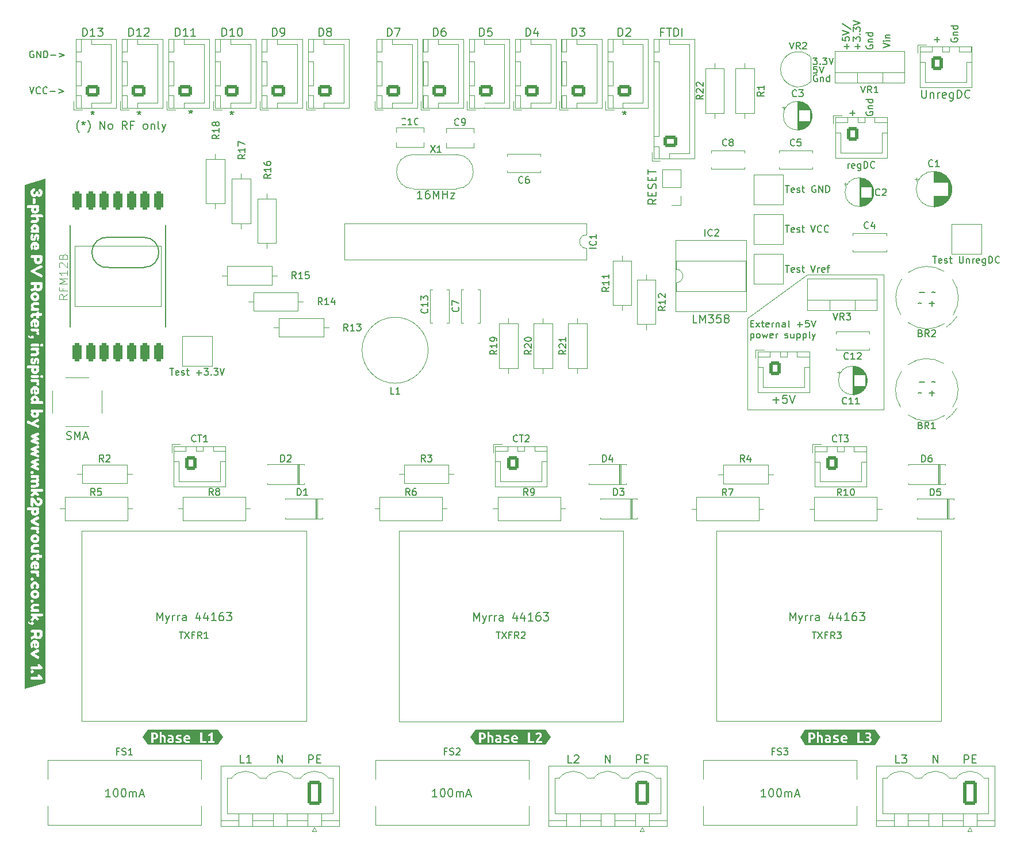
<source format=gbr>
%TF.GenerationSoftware,KiCad,Pcbnew,(6.0.7)*%
%TF.CreationDate,2022-08-20T21:34:52+02:00*%
%TF.ProjectId,3phaseDiverter-rounded,33706861-7365-4446-9976-65727465722d,1*%
%TF.SameCoordinates,Original*%
%TF.FileFunction,Legend,Top*%
%TF.FilePolarity,Positive*%
%FSLAX46Y46*%
G04 Gerber Fmt 4.6, Leading zero omitted, Abs format (unit mm)*
G04 Created by KiCad (PCBNEW (6.0.7)) date 2022-08-20 21:34:52*
%MOMM*%
%LPD*%
G01*
G04 APERTURE LIST*
G04 Aperture macros list*
%AMRoundRect*
0 Rectangle with rounded corners*
0 $1 Rounding radius*
0 $2 $3 $4 $5 $6 $7 $8 $9 X,Y pos of 4 corners*
0 Add a 4 corners polygon primitive as box body*
4,1,4,$2,$3,$4,$5,$6,$7,$8,$9,$2,$3,0*
0 Add four circle primitives for the rounded corners*
1,1,$1+$1,$2,$3*
1,1,$1+$1,$4,$5*
1,1,$1+$1,$6,$7*
1,1,$1+$1,$8,$9*
0 Add four rect primitives between the rounded corners*
20,1,$1+$1,$2,$3,$4,$5,0*
20,1,$1+$1,$4,$5,$6,$7,0*
20,1,$1+$1,$6,$7,$8,$9,0*
20,1,$1+$1,$8,$9,$2,$3,0*%
G04 Aperture macros list end*
%ADD10C,0.100000*%
%ADD11C,0.150000*%
%ADD12C,0.088900*%
%ADD13C,0.120000*%
%ADD14C,0.066040*%
%ADD15C,0.127000*%
%ADD16C,3.000000*%
%ADD17RoundRect,0.250000X0.725000X-0.600000X0.725000X0.600000X-0.725000X0.600000X-0.725000X-0.600000X0*%
%ADD18O,1.950000X1.700000*%
%ADD19C,1.600000*%
%ADD20R,4.000000X4.000000*%
%ADD21R,1.200000X1.200000*%
%ADD22C,1.200000*%
%ADD23O,1.600000X1.600000*%
%ADD24RoundRect,0.337500X-0.337500X1.012500X-0.337500X-1.012500X0.337500X-1.012500X0.337500X1.012500X0*%
%ADD25R,1.600000X1.600000*%
%ADD26R,2.200000X2.200000*%
%ADD27O,2.200000X2.200000*%
%ADD28C,4.300000*%
%ADD29R,2.000000X2.000000*%
%ADD30O,2.000000X2.000000*%
%ADD31R,1.500000X1.050000*%
%ADD32O,1.500000X1.050000*%
%ADD33C,1.500000*%
%ADD34RoundRect,0.250000X-0.600000X-0.750000X0.600000X-0.750000X0.600000X0.750000X-0.600000X0.750000X0*%
%ADD35O,1.700000X2.000000*%
%ADD36R,1.651000X1.651000*%
%ADD37C,1.651000*%
%ADD38R,1.905000X2.000000*%
%ADD39O,1.905000X2.000000*%
%ADD40RoundRect,0.249999X0.790001X1.550001X-0.790001X1.550001X-0.790001X-1.550001X0.790001X-1.550001X0*%
%ADD41O,2.080000X3.600000*%
%ADD42R,1.700000X1.700000*%
%ADD43O,1.700000X1.700000*%
%ADD44R,1.600000X2.400000*%
%ADD45O,1.600000X2.400000*%
%ADD46C,2.600000*%
%ADD47C,2.050000*%
%ADD48C,2.250000*%
%ADD49C,0.800000*%
G04 APERTURE END LIST*
D10*
X142240000Y-73660000D02*
X122174000Y-73660000D01*
X122174000Y-60198000D01*
X131013200Y-53721000D01*
X142240000Y-53721000D01*
X142240000Y-73660000D01*
D11*
X16478571Y-26107380D02*
X16811904Y-27107380D01*
X17145238Y-26107380D01*
X18050000Y-27012142D02*
X18002380Y-27059761D01*
X17859523Y-27107380D01*
X17764285Y-27107380D01*
X17621428Y-27059761D01*
X17526190Y-26964523D01*
X17478571Y-26869285D01*
X17430952Y-26678809D01*
X17430952Y-26535952D01*
X17478571Y-26345476D01*
X17526190Y-26250238D01*
X17621428Y-26155000D01*
X17764285Y-26107380D01*
X17859523Y-26107380D01*
X18002380Y-26155000D01*
X18050000Y-26202619D01*
X19050000Y-27012142D02*
X19002380Y-27059761D01*
X18859523Y-27107380D01*
X18764285Y-27107380D01*
X18621428Y-27059761D01*
X18526190Y-26964523D01*
X18478571Y-26869285D01*
X18430952Y-26678809D01*
X18430952Y-26535952D01*
X18478571Y-26345476D01*
X18526190Y-26250238D01*
X18621428Y-26155000D01*
X18764285Y-26107380D01*
X18859523Y-26107380D01*
X19002380Y-26155000D01*
X19050000Y-26202619D01*
X19478571Y-26726428D02*
X20240476Y-26726428D01*
X20716666Y-26440714D02*
X21478571Y-26726428D01*
X20716666Y-27012142D01*
X139708000Y-29751257D02*
X139660380Y-29846495D01*
X139660380Y-29989352D01*
X139708000Y-30132209D01*
X139803238Y-30227447D01*
X139898476Y-30275066D01*
X140088952Y-30322685D01*
X140231809Y-30322685D01*
X140422285Y-30275066D01*
X140517523Y-30227447D01*
X140612761Y-30132209D01*
X140660380Y-29989352D01*
X140660380Y-29894114D01*
X140612761Y-29751257D01*
X140565142Y-29703638D01*
X140231809Y-29703638D01*
X140231809Y-29894114D01*
X139993714Y-29275066D02*
X140660380Y-29275066D01*
X140088952Y-29275066D02*
X140041333Y-29227447D01*
X139993714Y-29132209D01*
X139993714Y-28989352D01*
X140041333Y-28894114D01*
X140136571Y-28846495D01*
X140660380Y-28846495D01*
X140660380Y-27941733D02*
X139660380Y-27941733D01*
X140612761Y-27941733D02*
X140660380Y-28036971D01*
X140660380Y-28227447D01*
X140612761Y-28322685D01*
X140565142Y-28370304D01*
X140469904Y-28417923D01*
X140184190Y-28417923D01*
X140088952Y-28370304D01*
X140041333Y-28322685D01*
X139993714Y-28227447D01*
X139993714Y-28036971D01*
X140041333Y-27941733D01*
X132453142Y-24369757D02*
X132357904Y-24322137D01*
X132215047Y-24322137D01*
X132072190Y-24369757D01*
X131976952Y-24464995D01*
X131929333Y-24560233D01*
X131881714Y-24750709D01*
X131881714Y-24893566D01*
X131929333Y-25084042D01*
X131976952Y-25179280D01*
X132072190Y-25274518D01*
X132215047Y-25322137D01*
X132310285Y-25322137D01*
X132453142Y-25274518D01*
X132500761Y-25226899D01*
X132500761Y-24893566D01*
X132310285Y-24893566D01*
X132929333Y-24655471D02*
X132929333Y-25322137D01*
X132929333Y-24750709D02*
X132976952Y-24703090D01*
X133072190Y-24655471D01*
X133215047Y-24655471D01*
X133310285Y-24703090D01*
X133357904Y-24798328D01*
X133357904Y-25322137D01*
X134262666Y-25322137D02*
X134262666Y-24322137D01*
X134262666Y-25274518D02*
X134167428Y-25322137D01*
X133976952Y-25322137D01*
X133881714Y-25274518D01*
X133834095Y-25226899D01*
X133786476Y-25131661D01*
X133786476Y-24845947D01*
X133834095Y-24750709D01*
X133881714Y-24703090D01*
X133976952Y-24655471D01*
X134167428Y-24655471D01*
X134262666Y-24703090D01*
X32579666Y-29619657D02*
X32579666Y-29905371D01*
X32293951Y-29791085D02*
X32579666Y-29905371D01*
X32865380Y-29791085D01*
X32408237Y-30133942D02*
X32579666Y-29905371D01*
X32751094Y-30133942D01*
X131834094Y-21804380D02*
X132453142Y-21804380D01*
X132119808Y-22185333D01*
X132262665Y-22185333D01*
X132357904Y-22232952D01*
X132405523Y-22280571D01*
X132453142Y-22375809D01*
X132453142Y-22613904D01*
X132405523Y-22709142D01*
X132357904Y-22756761D01*
X132262665Y-22804380D01*
X131976951Y-22804380D01*
X131881713Y-22756761D01*
X131834094Y-22709142D01*
X132881713Y-22709142D02*
X132929332Y-22756761D01*
X132881713Y-22804380D01*
X132834094Y-22756761D01*
X132881713Y-22709142D01*
X132881713Y-22804380D01*
X133262665Y-21804380D02*
X133881713Y-21804380D01*
X133548380Y-22185333D01*
X133691237Y-22185333D01*
X133786475Y-22232952D01*
X133834094Y-22280571D01*
X133881713Y-22375809D01*
X133881713Y-22613904D01*
X133834094Y-22709142D01*
X133786475Y-22756761D01*
X133691237Y-22804380D01*
X133405523Y-22804380D01*
X133310285Y-22756761D01*
X133262665Y-22709142D01*
X134167427Y-21804380D02*
X134500761Y-22804380D01*
X134834094Y-21804380D01*
X23778342Y-32800800D02*
X23721200Y-32743657D01*
X23606914Y-32572228D01*
X23549771Y-32457942D01*
X23492628Y-32286514D01*
X23435485Y-32000800D01*
X23435485Y-31772228D01*
X23492628Y-31486514D01*
X23549771Y-31315085D01*
X23606914Y-31200800D01*
X23721200Y-31029371D01*
X23778342Y-30972228D01*
X24406914Y-31143657D02*
X24406914Y-31429371D01*
X24121200Y-31315085D02*
X24406914Y-31429371D01*
X24692628Y-31315085D01*
X24235485Y-31657942D02*
X24406914Y-31429371D01*
X24578342Y-31657942D01*
X25035485Y-32800800D02*
X25092628Y-32743657D01*
X25206914Y-32572228D01*
X25264057Y-32457942D01*
X25321200Y-32286514D01*
X25378342Y-32000800D01*
X25378342Y-31772228D01*
X25321200Y-31486514D01*
X25264057Y-31315085D01*
X25206914Y-31200800D01*
X25092628Y-31029371D01*
X25035485Y-30972228D01*
X26864057Y-32343657D02*
X26864057Y-31143657D01*
X27549771Y-32343657D01*
X27549771Y-31143657D01*
X28292628Y-32343657D02*
X28178342Y-32286514D01*
X28121200Y-32229371D01*
X28064057Y-32115085D01*
X28064057Y-31772228D01*
X28121200Y-31657942D01*
X28178342Y-31600800D01*
X28292628Y-31543657D01*
X28464057Y-31543657D01*
X28578342Y-31600800D01*
X28635485Y-31657942D01*
X28692628Y-31772228D01*
X28692628Y-32115085D01*
X28635485Y-32229371D01*
X28578342Y-32286514D01*
X28464057Y-32343657D01*
X28292628Y-32343657D01*
X30806914Y-32343657D02*
X30406914Y-31772228D01*
X30121200Y-32343657D02*
X30121200Y-31143657D01*
X30578342Y-31143657D01*
X30692628Y-31200800D01*
X30749771Y-31257942D01*
X30806914Y-31372228D01*
X30806914Y-31543657D01*
X30749771Y-31657942D01*
X30692628Y-31715085D01*
X30578342Y-31772228D01*
X30121200Y-31772228D01*
X31721200Y-31715085D02*
X31321200Y-31715085D01*
X31321200Y-32343657D02*
X31321200Y-31143657D01*
X31892628Y-31143657D01*
X33435485Y-32343657D02*
X33321200Y-32286514D01*
X33264057Y-32229371D01*
X33206914Y-32115085D01*
X33206914Y-31772228D01*
X33264057Y-31657942D01*
X33321200Y-31600800D01*
X33435485Y-31543657D01*
X33606914Y-31543657D01*
X33721200Y-31600800D01*
X33778342Y-31657942D01*
X33835485Y-31772228D01*
X33835485Y-32115085D01*
X33778342Y-32229371D01*
X33721200Y-32286514D01*
X33606914Y-32343657D01*
X33435485Y-32343657D01*
X34349771Y-31543657D02*
X34349771Y-32343657D01*
X34349771Y-31657942D02*
X34406914Y-31600800D01*
X34521200Y-31543657D01*
X34692628Y-31543657D01*
X34806914Y-31600800D01*
X34864057Y-31715085D01*
X34864057Y-32343657D01*
X35606914Y-32343657D02*
X35492628Y-32286514D01*
X35435485Y-32172228D01*
X35435485Y-31143657D01*
X35949771Y-31543657D02*
X36235485Y-32343657D01*
X36521200Y-31543657D02*
X36235485Y-32343657D01*
X36121200Y-32629371D01*
X36064057Y-32686514D01*
X35949771Y-32743657D01*
X152179400Y-18930857D02*
X152131780Y-19026095D01*
X152131780Y-19168952D01*
X152179400Y-19311809D01*
X152274638Y-19407047D01*
X152369876Y-19454666D01*
X152560352Y-19502285D01*
X152703209Y-19502285D01*
X152893685Y-19454666D01*
X152988923Y-19407047D01*
X153084161Y-19311809D01*
X153131780Y-19168952D01*
X153131780Y-19073714D01*
X153084161Y-18930857D01*
X153036542Y-18883238D01*
X152703209Y-18883238D01*
X152703209Y-19073714D01*
X152465114Y-18454666D02*
X153131780Y-18454666D01*
X152560352Y-18454666D02*
X152512733Y-18407047D01*
X152465114Y-18311809D01*
X152465114Y-18168952D01*
X152512733Y-18073714D01*
X152607971Y-18026095D01*
X153131780Y-18026095D01*
X153131780Y-17121333D02*
X152131780Y-17121333D01*
X153084161Y-17121333D02*
X153131780Y-17216571D01*
X153131780Y-17407047D01*
X153084161Y-17502285D01*
X153036542Y-17549904D01*
X152941304Y-17597523D01*
X152655590Y-17597523D01*
X152560352Y-17549904D01*
X152512733Y-17502285D01*
X152465114Y-17407047D01*
X152465114Y-17216571D01*
X152512733Y-17121333D01*
X139708000Y-19946857D02*
X139660380Y-20042095D01*
X139660380Y-20184952D01*
X139708000Y-20327809D01*
X139803238Y-20423047D01*
X139898476Y-20470666D01*
X140088952Y-20518285D01*
X140231809Y-20518285D01*
X140422285Y-20470666D01*
X140517523Y-20423047D01*
X140612761Y-20327809D01*
X140660380Y-20184952D01*
X140660380Y-20089714D01*
X140612761Y-19946857D01*
X140565142Y-19899238D01*
X140231809Y-19899238D01*
X140231809Y-20089714D01*
X139993714Y-19470666D02*
X140660380Y-19470666D01*
X140088952Y-19470666D02*
X140041333Y-19423047D01*
X139993714Y-19327809D01*
X139993714Y-19184952D01*
X140041333Y-19089714D01*
X140136571Y-19042095D01*
X140660380Y-19042095D01*
X140660380Y-18137333D02*
X139660380Y-18137333D01*
X140612761Y-18137333D02*
X140660380Y-18232571D01*
X140660380Y-18423047D01*
X140612761Y-18518285D01*
X140565142Y-18565904D01*
X140469904Y-18613523D01*
X140184190Y-18613523D01*
X140088952Y-18565904D01*
X140041333Y-18518285D01*
X139993714Y-18423047D01*
X139993714Y-18232571D01*
X140041333Y-18137333D01*
X137287047Y-29941828D02*
X138048952Y-29941828D01*
X137668000Y-30322780D02*
X137668000Y-29560876D01*
X40182732Y-29492657D02*
X40182732Y-29778371D01*
X39897017Y-29664085D02*
X40182732Y-29778371D01*
X40468446Y-29664085D01*
X40011303Y-30006942D02*
X40182732Y-29778371D01*
X40354160Y-30006942D01*
X17050000Y-20836000D02*
X16954761Y-20788380D01*
X16811904Y-20788380D01*
X16669047Y-20836000D01*
X16573809Y-20931238D01*
X16526190Y-21026476D01*
X16478571Y-21216952D01*
X16478571Y-21359809D01*
X16526190Y-21550285D01*
X16573809Y-21645523D01*
X16669047Y-21740761D01*
X16811904Y-21788380D01*
X16907142Y-21788380D01*
X17050000Y-21740761D01*
X17097619Y-21693142D01*
X17097619Y-21359809D01*
X16907142Y-21359809D01*
X17526190Y-21788380D02*
X17526190Y-20788380D01*
X18097619Y-21788380D01*
X18097619Y-20788380D01*
X18573809Y-21788380D02*
X18573809Y-20788380D01*
X18811904Y-20788380D01*
X18954761Y-20836000D01*
X19050000Y-20931238D01*
X19097619Y-21026476D01*
X19145238Y-21216952D01*
X19145238Y-21359809D01*
X19097619Y-21550285D01*
X19050000Y-21645523D01*
X18954761Y-21740761D01*
X18811904Y-21788380D01*
X18573809Y-21788380D01*
X19573809Y-21407428D02*
X20335714Y-21407428D01*
X20811904Y-21121714D02*
X21573809Y-21407428D01*
X20811904Y-21693142D01*
X147470952Y-56416428D02*
X148232857Y-56416428D01*
X149328095Y-56416428D02*
X149375714Y-56368809D01*
X149470952Y-56321190D01*
X149661428Y-56416428D01*
X149756666Y-56368809D01*
X149804285Y-56321190D01*
X147328095Y-58026428D02*
X147375714Y-57978809D01*
X147470952Y-57931190D01*
X147661428Y-58026428D01*
X147756666Y-57978809D01*
X147804285Y-57931190D01*
X148947142Y-58026428D02*
X149709047Y-58026428D01*
X149328095Y-58407380D02*
X149328095Y-57645476D01*
X147470952Y-69624428D02*
X148232857Y-69624428D01*
X149328095Y-69624428D02*
X149375714Y-69576809D01*
X149470952Y-69529190D01*
X149661428Y-69624428D01*
X149756666Y-69576809D01*
X149804285Y-69529190D01*
X147328095Y-71234428D02*
X147375714Y-71186809D01*
X147470952Y-71139190D01*
X147661428Y-71234428D01*
X147756666Y-71186809D01*
X147804285Y-71139190D01*
X148947142Y-71234428D02*
X149709047Y-71234428D01*
X149328095Y-71615380D02*
X149328095Y-70853476D01*
X104051030Y-29619657D02*
X104051030Y-29905371D01*
X103765315Y-29791085D02*
X104051030Y-29905371D01*
X104336744Y-29791085D01*
X103879601Y-30133942D02*
X104051030Y-29905371D01*
X104222458Y-30133942D01*
X136807428Y-20492404D02*
X136807428Y-19730500D01*
X137188380Y-20111452D02*
X136426476Y-20111452D01*
X136188380Y-18778119D02*
X136188380Y-19254309D01*
X136664571Y-19301928D01*
X136616952Y-19254309D01*
X136569333Y-19159071D01*
X136569333Y-18920976D01*
X136616952Y-18825738D01*
X136664571Y-18778119D01*
X136759809Y-18730500D01*
X136997904Y-18730500D01*
X137093142Y-18778119D01*
X137140761Y-18825738D01*
X137188380Y-18920976D01*
X137188380Y-19159071D01*
X137140761Y-19254309D01*
X137093142Y-19301928D01*
X136188380Y-18444785D02*
X137188380Y-18111452D01*
X136188380Y-17778119D01*
X136140761Y-16730500D02*
X137426476Y-17587642D01*
X138417428Y-20492404D02*
X138417428Y-19730500D01*
X138798380Y-20111452D02*
X138036476Y-20111452D01*
X137798380Y-19349547D02*
X137798380Y-18730500D01*
X138179333Y-19063833D01*
X138179333Y-18920976D01*
X138226952Y-18825738D01*
X138274571Y-18778119D01*
X138369809Y-18730500D01*
X138607904Y-18730500D01*
X138703142Y-18778119D01*
X138750761Y-18825738D01*
X138798380Y-18920976D01*
X138798380Y-19206690D01*
X138750761Y-19301928D01*
X138703142Y-19349547D01*
X138703142Y-18301928D02*
X138750761Y-18254309D01*
X138798380Y-18301928D01*
X138750761Y-18349547D01*
X138703142Y-18301928D01*
X138798380Y-18301928D01*
X137798380Y-17920976D02*
X137798380Y-17301928D01*
X138179333Y-17635261D01*
X138179333Y-17492404D01*
X138226952Y-17397166D01*
X138274571Y-17349547D01*
X138369809Y-17301928D01*
X138607904Y-17301928D01*
X138703142Y-17349547D01*
X138750761Y-17397166D01*
X138798380Y-17492404D01*
X138798380Y-17778119D01*
X138750761Y-17873357D01*
X138703142Y-17920976D01*
X137798380Y-17016214D02*
X138798380Y-16682880D01*
X137798380Y-16349547D01*
X46261800Y-29619657D02*
X46261800Y-29905371D01*
X45976085Y-29791085D02*
X46261800Y-29905371D01*
X46547514Y-29791085D01*
X46090371Y-30133942D02*
X46261800Y-29905371D01*
X46433228Y-30133942D01*
X142200380Y-20327809D02*
X143200380Y-19994476D01*
X142200380Y-19661142D01*
X143200380Y-19327809D02*
X142533714Y-19327809D01*
X142200380Y-19327809D02*
X142248000Y-19375428D01*
X142295619Y-19327809D01*
X142248000Y-19280190D01*
X142200380Y-19327809D01*
X142295619Y-19327809D01*
X142533714Y-18851619D02*
X143200380Y-18851619D01*
X142628952Y-18851619D02*
X142581333Y-18804000D01*
X142533714Y-18708761D01*
X142533714Y-18565904D01*
X142581333Y-18470666D01*
X142676571Y-18423047D01*
X143200380Y-18423047D01*
X149707647Y-19121428D02*
X150469552Y-19121428D01*
X150088600Y-19502380D02*
X150088600Y-18740476D01*
X132405523Y-23074380D02*
X131929333Y-23074380D01*
X131881714Y-23550571D01*
X131929333Y-23502952D01*
X132024571Y-23455333D01*
X132262666Y-23455333D01*
X132357904Y-23502952D01*
X132405523Y-23550571D01*
X132453142Y-23645809D01*
X132453142Y-23883904D01*
X132405523Y-23979142D01*
X132357904Y-24026761D01*
X132262666Y-24074380D01*
X132024571Y-24074380D01*
X131929333Y-24026761D01*
X131881714Y-23979142D01*
X132738857Y-23074380D02*
X133072190Y-24074380D01*
X133405523Y-23074380D01*
X25738600Y-29619657D02*
X25738600Y-29905371D01*
X25452885Y-29791085D02*
X25738600Y-29905371D01*
X26024314Y-29791085D01*
X25567171Y-30133942D02*
X25738600Y-29905371D01*
X25910028Y-30133942D01*
X122666714Y-60972571D02*
X123000047Y-60972571D01*
X123142904Y-61496380D02*
X122666714Y-61496380D01*
X122666714Y-60496380D01*
X123142904Y-60496380D01*
X123476238Y-61496380D02*
X124000047Y-60829714D01*
X123476238Y-60829714D02*
X124000047Y-61496380D01*
X124238142Y-60829714D02*
X124619095Y-60829714D01*
X124381000Y-60496380D02*
X124381000Y-61353523D01*
X124428619Y-61448761D01*
X124523857Y-61496380D01*
X124619095Y-61496380D01*
X125333380Y-61448761D02*
X125238142Y-61496380D01*
X125047666Y-61496380D01*
X124952428Y-61448761D01*
X124904809Y-61353523D01*
X124904809Y-60972571D01*
X124952428Y-60877333D01*
X125047666Y-60829714D01*
X125238142Y-60829714D01*
X125333380Y-60877333D01*
X125381000Y-60972571D01*
X125381000Y-61067809D01*
X124904809Y-61163047D01*
X125809571Y-61496380D02*
X125809571Y-60829714D01*
X125809571Y-61020190D02*
X125857190Y-60924952D01*
X125904809Y-60877333D01*
X126000047Y-60829714D01*
X126095285Y-60829714D01*
X126428619Y-60829714D02*
X126428619Y-61496380D01*
X126428619Y-60924952D02*
X126476238Y-60877333D01*
X126571476Y-60829714D01*
X126714333Y-60829714D01*
X126809571Y-60877333D01*
X126857190Y-60972571D01*
X126857190Y-61496380D01*
X127761952Y-61496380D02*
X127761952Y-60972571D01*
X127714333Y-60877333D01*
X127619095Y-60829714D01*
X127428619Y-60829714D01*
X127333380Y-60877333D01*
X127761952Y-61448761D02*
X127666714Y-61496380D01*
X127428619Y-61496380D01*
X127333380Y-61448761D01*
X127285761Y-61353523D01*
X127285761Y-61258285D01*
X127333380Y-61163047D01*
X127428619Y-61115428D01*
X127666714Y-61115428D01*
X127761952Y-61067809D01*
X128381000Y-61496380D02*
X128285761Y-61448761D01*
X128238142Y-61353523D01*
X128238142Y-60496380D01*
X129523857Y-61115428D02*
X130285761Y-61115428D01*
X129904809Y-61496380D02*
X129904809Y-60734476D01*
X131238142Y-60496380D02*
X130761952Y-60496380D01*
X130714333Y-60972571D01*
X130761952Y-60924952D01*
X130857190Y-60877333D01*
X131095285Y-60877333D01*
X131190523Y-60924952D01*
X131238142Y-60972571D01*
X131285761Y-61067809D01*
X131285761Y-61305904D01*
X131238142Y-61401142D01*
X131190523Y-61448761D01*
X131095285Y-61496380D01*
X130857190Y-61496380D01*
X130761952Y-61448761D01*
X130714333Y-61401142D01*
X131571476Y-60496380D02*
X131904809Y-61496380D01*
X132238142Y-60496380D01*
X122666714Y-62439714D02*
X122666714Y-63439714D01*
X122666714Y-62487333D02*
X122761952Y-62439714D01*
X122952428Y-62439714D01*
X123047666Y-62487333D01*
X123095285Y-62534952D01*
X123142904Y-62630190D01*
X123142904Y-62915904D01*
X123095285Y-63011142D01*
X123047666Y-63058761D01*
X122952428Y-63106380D01*
X122761952Y-63106380D01*
X122666714Y-63058761D01*
X123714333Y-63106380D02*
X123619095Y-63058761D01*
X123571476Y-63011142D01*
X123523857Y-62915904D01*
X123523857Y-62630190D01*
X123571476Y-62534952D01*
X123619095Y-62487333D01*
X123714333Y-62439714D01*
X123857190Y-62439714D01*
X123952428Y-62487333D01*
X124000047Y-62534952D01*
X124047666Y-62630190D01*
X124047666Y-62915904D01*
X124000047Y-63011142D01*
X123952428Y-63058761D01*
X123857190Y-63106380D01*
X123714333Y-63106380D01*
X124381000Y-62439714D02*
X124571476Y-63106380D01*
X124761952Y-62630190D01*
X124952428Y-63106380D01*
X125142904Y-62439714D01*
X125904809Y-63058761D02*
X125809571Y-63106380D01*
X125619095Y-63106380D01*
X125523857Y-63058761D01*
X125476238Y-62963523D01*
X125476238Y-62582571D01*
X125523857Y-62487333D01*
X125619095Y-62439714D01*
X125809571Y-62439714D01*
X125904809Y-62487333D01*
X125952428Y-62582571D01*
X125952428Y-62677809D01*
X125476238Y-62773047D01*
X126381000Y-63106380D02*
X126381000Y-62439714D01*
X126381000Y-62630190D02*
X126428619Y-62534952D01*
X126476238Y-62487333D01*
X126571476Y-62439714D01*
X126666714Y-62439714D01*
X127714333Y-63058761D02*
X127809571Y-63106380D01*
X128000047Y-63106380D01*
X128095285Y-63058761D01*
X128142904Y-62963523D01*
X128142904Y-62915904D01*
X128095285Y-62820666D01*
X128000047Y-62773047D01*
X127857190Y-62773047D01*
X127761952Y-62725428D01*
X127714333Y-62630190D01*
X127714333Y-62582571D01*
X127761952Y-62487333D01*
X127857190Y-62439714D01*
X128000047Y-62439714D01*
X128095285Y-62487333D01*
X129000047Y-62439714D02*
X129000047Y-63106380D01*
X128571476Y-62439714D02*
X128571476Y-62963523D01*
X128619095Y-63058761D01*
X128714333Y-63106380D01*
X128857190Y-63106380D01*
X128952428Y-63058761D01*
X129000047Y-63011142D01*
X129476238Y-62439714D02*
X129476238Y-63439714D01*
X129476238Y-62487333D02*
X129571476Y-62439714D01*
X129761952Y-62439714D01*
X129857190Y-62487333D01*
X129904809Y-62534952D01*
X129952428Y-62630190D01*
X129952428Y-62915904D01*
X129904809Y-63011142D01*
X129857190Y-63058761D01*
X129761952Y-63106380D01*
X129571476Y-63106380D01*
X129476238Y-63058761D01*
X130381000Y-62439714D02*
X130381000Y-63439714D01*
X130381000Y-62487333D02*
X130476238Y-62439714D01*
X130666714Y-62439714D01*
X130761952Y-62487333D01*
X130809571Y-62534952D01*
X130857190Y-62630190D01*
X130857190Y-62915904D01*
X130809571Y-63011142D01*
X130761952Y-63058761D01*
X130666714Y-63106380D01*
X130476238Y-63106380D01*
X130381000Y-63058761D01*
X131428619Y-63106380D02*
X131333380Y-63058761D01*
X131285761Y-62963523D01*
X131285761Y-62106380D01*
X131714333Y-62439714D02*
X131952428Y-63106380D01*
X132190523Y-62439714D02*
X131952428Y-63106380D01*
X131857190Y-63344476D01*
X131809571Y-63392095D01*
X131714333Y-63439714D01*
%TO.C,FS3*%
X126140476Y-124016071D02*
X125807142Y-124016071D01*
X125807142Y-124539880D02*
X125807142Y-123539880D01*
X126283333Y-123539880D01*
X126616666Y-124492261D02*
X126759523Y-124539880D01*
X126997619Y-124539880D01*
X127092857Y-124492261D01*
X127140476Y-124444642D01*
X127188095Y-124349404D01*
X127188095Y-124254166D01*
X127140476Y-124158928D01*
X127092857Y-124111309D01*
X126997619Y-124063690D01*
X126807142Y-124016071D01*
X126711904Y-123968452D01*
X126664285Y-123920833D01*
X126616666Y-123825595D01*
X126616666Y-123730357D01*
X126664285Y-123635119D01*
X126711904Y-123587500D01*
X126807142Y-123539880D01*
X127045238Y-123539880D01*
X127188095Y-123587500D01*
X127521428Y-123539880D02*
X128140476Y-123539880D01*
X127807142Y-123920833D01*
X127950000Y-123920833D01*
X128045238Y-123968452D01*
X128092857Y-124016071D01*
X128140476Y-124111309D01*
X128140476Y-124349404D01*
X128092857Y-124444642D01*
X128045238Y-124492261D01*
X127950000Y-124539880D01*
X127664285Y-124539880D01*
X127569047Y-124492261D01*
X127521428Y-124444642D01*
X124885714Y-130717857D02*
X124200000Y-130717857D01*
X124542857Y-130717857D02*
X124542857Y-129517857D01*
X124428571Y-129689285D01*
X124314285Y-129803571D01*
X124200000Y-129860714D01*
X125628571Y-129517857D02*
X125742857Y-129517857D01*
X125857142Y-129575000D01*
X125914285Y-129632142D01*
X125971428Y-129746428D01*
X126028571Y-129975000D01*
X126028571Y-130260714D01*
X125971428Y-130489285D01*
X125914285Y-130603571D01*
X125857142Y-130660714D01*
X125742857Y-130717857D01*
X125628571Y-130717857D01*
X125514285Y-130660714D01*
X125457142Y-130603571D01*
X125400000Y-130489285D01*
X125342857Y-130260714D01*
X125342857Y-129975000D01*
X125400000Y-129746428D01*
X125457142Y-129632142D01*
X125514285Y-129575000D01*
X125628571Y-129517857D01*
X126771428Y-129517857D02*
X126885714Y-129517857D01*
X127000000Y-129575000D01*
X127057142Y-129632142D01*
X127114285Y-129746428D01*
X127171428Y-129975000D01*
X127171428Y-130260714D01*
X127114285Y-130489285D01*
X127057142Y-130603571D01*
X127000000Y-130660714D01*
X126885714Y-130717857D01*
X126771428Y-130717857D01*
X126657142Y-130660714D01*
X126600000Y-130603571D01*
X126542857Y-130489285D01*
X126485714Y-130260714D01*
X126485714Y-129975000D01*
X126542857Y-129746428D01*
X126600000Y-129632142D01*
X126657142Y-129575000D01*
X126771428Y-129517857D01*
X127685714Y-130717857D02*
X127685714Y-129917857D01*
X127685714Y-130032142D02*
X127742857Y-129975000D01*
X127857142Y-129917857D01*
X128028571Y-129917857D01*
X128142857Y-129975000D01*
X128200000Y-130089285D01*
X128200000Y-130717857D01*
X128200000Y-130089285D02*
X128257142Y-129975000D01*
X128371428Y-129917857D01*
X128542857Y-129917857D01*
X128657142Y-129975000D01*
X128714285Y-130089285D01*
X128714285Y-130717857D01*
X129228571Y-130375000D02*
X129800000Y-130375000D01*
X129114285Y-130717857D02*
X129514285Y-129517857D01*
X129914285Y-130717857D01*
%TO.C,J0*%
X109826571Y-17988285D02*
X109426571Y-17988285D01*
X109426571Y-18616857D02*
X109426571Y-17416857D01*
X109998000Y-17416857D01*
X110283714Y-17416857D02*
X110969428Y-17416857D01*
X110626571Y-18616857D02*
X110626571Y-17416857D01*
X111369428Y-18616857D02*
X111369428Y-17416857D01*
X111655142Y-17416857D01*
X111826571Y-17474000D01*
X111940857Y-17588285D01*
X111998000Y-17702571D01*
X112055142Y-17931142D01*
X112055142Y-18102571D01*
X111998000Y-18331142D01*
X111940857Y-18445428D01*
X111826571Y-18559714D01*
X111655142Y-18616857D01*
X111369428Y-18616857D01*
X112569428Y-18616857D02*
X112569428Y-17416857D01*
%TO.C,C13*%
X75033142Y-58808857D02*
X75080761Y-58856476D01*
X75128380Y-58999333D01*
X75128380Y-59094571D01*
X75080761Y-59237428D01*
X74985523Y-59332666D01*
X74890285Y-59380285D01*
X74699809Y-59427904D01*
X74556952Y-59427904D01*
X74366476Y-59380285D01*
X74271238Y-59332666D01*
X74176000Y-59237428D01*
X74128380Y-59094571D01*
X74128380Y-58999333D01*
X74176000Y-58856476D01*
X74223619Y-58808857D01*
X75128380Y-57856476D02*
X75128380Y-58427904D01*
X75128380Y-58142190D02*
X74128380Y-58142190D01*
X74271238Y-58237428D01*
X74366476Y-58332666D01*
X74414095Y-58427904D01*
X74128380Y-57523142D02*
X74128380Y-56904095D01*
X74509333Y-57237428D01*
X74509333Y-57094571D01*
X74556952Y-56999333D01*
X74604571Y-56951714D01*
X74699809Y-56904095D01*
X74937904Y-56904095D01*
X75033142Y-56951714D01*
X75080761Y-56999333D01*
X75128380Y-57094571D01*
X75128380Y-57380285D01*
X75080761Y-57475523D01*
X75033142Y-57523142D01*
%TO.C,TP3*%
X127775105Y-40651180D02*
X128346533Y-40651180D01*
X128060819Y-41651180D02*
X128060819Y-40651180D01*
X129060819Y-41603561D02*
X128965581Y-41651180D01*
X128775105Y-41651180D01*
X128679867Y-41603561D01*
X128632248Y-41508323D01*
X128632248Y-41127371D01*
X128679867Y-41032133D01*
X128775105Y-40984514D01*
X128965581Y-40984514D01*
X129060819Y-41032133D01*
X129108438Y-41127371D01*
X129108438Y-41222609D01*
X128632248Y-41317847D01*
X129489390Y-41603561D02*
X129584629Y-41651180D01*
X129775105Y-41651180D01*
X129870343Y-41603561D01*
X129917962Y-41508323D01*
X129917962Y-41460704D01*
X129870343Y-41365466D01*
X129775105Y-41317847D01*
X129632248Y-41317847D01*
X129537009Y-41270228D01*
X129489390Y-41174990D01*
X129489390Y-41127371D01*
X129537009Y-41032133D01*
X129632248Y-40984514D01*
X129775105Y-40984514D01*
X129870343Y-41032133D01*
X130203676Y-40984514D02*
X130584629Y-40984514D01*
X130346533Y-40651180D02*
X130346533Y-41508323D01*
X130394152Y-41603561D01*
X130489390Y-41651180D01*
X130584629Y-41651180D01*
X132203676Y-40698800D02*
X132108438Y-40651180D01*
X131965581Y-40651180D01*
X131822724Y-40698800D01*
X131727486Y-40794038D01*
X131679867Y-40889276D01*
X131632248Y-41079752D01*
X131632248Y-41222609D01*
X131679867Y-41413085D01*
X131727486Y-41508323D01*
X131822724Y-41603561D01*
X131965581Y-41651180D01*
X132060819Y-41651180D01*
X132203676Y-41603561D01*
X132251295Y-41555942D01*
X132251295Y-41222609D01*
X132060819Y-41222609D01*
X132679867Y-41651180D02*
X132679867Y-40651180D01*
X133251295Y-41651180D01*
X133251295Y-40651180D01*
X133727486Y-41651180D02*
X133727486Y-40651180D01*
X133965581Y-40651180D01*
X134108438Y-40698800D01*
X134203676Y-40794038D01*
X134251295Y-40889276D01*
X134298914Y-41079752D01*
X134298914Y-41222609D01*
X134251295Y-41413085D01*
X134203676Y-41508323D01*
X134108438Y-41603561D01*
X133965581Y-41651180D01*
X133727486Y-41651180D01*
%TO.C,C2*%
X141674332Y-42013142D02*
X141626713Y-42060761D01*
X141483856Y-42108380D01*
X141388618Y-42108380D01*
X141245760Y-42060761D01*
X141150522Y-41965523D01*
X141102903Y-41870285D01*
X141055284Y-41679809D01*
X141055284Y-41536952D01*
X141102903Y-41346476D01*
X141150522Y-41251238D01*
X141245760Y-41156000D01*
X141388618Y-41108380D01*
X141483856Y-41108380D01*
X141626713Y-41156000D01*
X141674332Y-41203619D01*
X142055284Y-41203619D02*
X142102903Y-41156000D01*
X142198141Y-41108380D01*
X142436237Y-41108380D01*
X142531475Y-41156000D01*
X142579094Y-41203619D01*
X142626713Y-41298857D01*
X142626713Y-41394095D01*
X142579094Y-41536952D01*
X142007665Y-42108380D01*
X142626713Y-42108380D01*
%TO.C,R20*%
X90368380Y-64904857D02*
X89892190Y-65238190D01*
X90368380Y-65476285D02*
X89368380Y-65476285D01*
X89368380Y-65095333D01*
X89416000Y-65000095D01*
X89463619Y-64952476D01*
X89558857Y-64904857D01*
X89701714Y-64904857D01*
X89796952Y-64952476D01*
X89844571Y-65000095D01*
X89892190Y-65095333D01*
X89892190Y-65476285D01*
X89463619Y-64523904D02*
X89416000Y-64476285D01*
X89368380Y-64381047D01*
X89368380Y-64142952D01*
X89416000Y-64047714D01*
X89463619Y-64000095D01*
X89558857Y-63952476D01*
X89654095Y-63952476D01*
X89796952Y-64000095D01*
X90368380Y-64571523D01*
X90368380Y-63952476D01*
X89368380Y-63333428D02*
X89368380Y-63238190D01*
X89416000Y-63142952D01*
X89463619Y-63095333D01*
X89558857Y-63047714D01*
X89749333Y-63000095D01*
X89987428Y-63000095D01*
X90177904Y-63047714D01*
X90273142Y-63095333D01*
X90320761Y-63142952D01*
X90368380Y-63238190D01*
X90368380Y-63333428D01*
X90320761Y-63428666D01*
X90273142Y-63476285D01*
X90177904Y-63523904D01*
X89987428Y-63571523D01*
X89749333Y-63571523D01*
X89558857Y-63523904D01*
X89463619Y-63476285D01*
X89416000Y-63428666D01*
X89368380Y-63333428D01*
%TO.C,J4*%
X89559383Y-18616857D02*
X89559383Y-17416857D01*
X89845098Y-17416857D01*
X90016526Y-17474000D01*
X90130812Y-17588285D01*
X90187955Y-17702571D01*
X90245098Y-17931142D01*
X90245098Y-18102571D01*
X90187955Y-18331142D01*
X90130812Y-18445428D01*
X90016526Y-18559714D01*
X89845098Y-18616857D01*
X89559383Y-18616857D01*
X91273669Y-17816857D02*
X91273669Y-18616857D01*
X90987955Y-17359714D02*
X90702240Y-18216857D01*
X91445098Y-18216857D01*
D12*
%TO.C,RF1*%
X22005857Y-56673428D02*
X21434428Y-57073428D01*
X22005857Y-57359142D02*
X20805857Y-57359142D01*
X20805857Y-56902000D01*
X20863000Y-56787714D01*
X20920142Y-56730571D01*
X21034428Y-56673428D01*
X21205857Y-56673428D01*
X21320142Y-56730571D01*
X21377285Y-56787714D01*
X21434428Y-56902000D01*
X21434428Y-57359142D01*
X21377285Y-55759142D02*
X21377285Y-56159142D01*
X22005857Y-56159142D02*
X20805857Y-56159142D01*
X20805857Y-55587714D01*
X22005857Y-55130571D02*
X20805857Y-55130571D01*
X21663000Y-54730571D01*
X20805857Y-54330571D01*
X22005857Y-54330571D01*
X22005857Y-53130571D02*
X22005857Y-53816285D01*
X22005857Y-53473428D02*
X20805857Y-53473428D01*
X20977285Y-53587714D01*
X21091571Y-53702000D01*
X21148714Y-53816285D01*
X20920142Y-52673428D02*
X20863000Y-52616285D01*
X20805857Y-52502000D01*
X20805857Y-52216285D01*
X20863000Y-52102000D01*
X20920142Y-52044857D01*
X21034428Y-51987714D01*
X21148714Y-51987714D01*
X21320142Y-52044857D01*
X22005857Y-52730571D01*
X22005857Y-51987714D01*
X21377285Y-51073428D02*
X21434428Y-50902000D01*
X21491571Y-50844857D01*
X21605857Y-50787714D01*
X21777285Y-50787714D01*
X21891571Y-50844857D01*
X21948714Y-50902000D01*
X22005857Y-51016285D01*
X22005857Y-51473428D01*
X20805857Y-51473428D01*
X20805857Y-51073428D01*
X20863000Y-50959142D01*
X20920142Y-50902000D01*
X21034428Y-50844857D01*
X21148714Y-50844857D01*
X21263000Y-50902000D01*
X21320142Y-50959142D01*
X21377285Y-51073428D01*
X21377285Y-51473428D01*
D11*
%TO.C,IC1*%
X99937380Y-49871190D02*
X98937380Y-49871190D01*
X99842142Y-48823571D02*
X99889761Y-48871190D01*
X99937380Y-49014047D01*
X99937380Y-49109285D01*
X99889761Y-49252142D01*
X99794523Y-49347380D01*
X99699285Y-49395000D01*
X99508809Y-49442619D01*
X99365952Y-49442619D01*
X99175476Y-49395000D01*
X99080238Y-49347380D01*
X98985000Y-49252142D01*
X98937380Y-49109285D01*
X98937380Y-49014047D01*
X98985000Y-48871190D01*
X99032619Y-48823571D01*
X99937380Y-47871190D02*
X99937380Y-48442619D01*
X99937380Y-48156904D02*
X98937380Y-48156904D01*
X99080238Y-48252142D01*
X99175476Y-48347380D01*
X99223095Y-48442619D01*
%TO.C,FS1*%
X29620476Y-124016071D02*
X29287142Y-124016071D01*
X29287142Y-124539880D02*
X29287142Y-123539880D01*
X29763333Y-123539880D01*
X30096666Y-124492261D02*
X30239523Y-124539880D01*
X30477619Y-124539880D01*
X30572857Y-124492261D01*
X30620476Y-124444642D01*
X30668095Y-124349404D01*
X30668095Y-124254166D01*
X30620476Y-124158928D01*
X30572857Y-124111309D01*
X30477619Y-124063690D01*
X30287142Y-124016071D01*
X30191904Y-123968452D01*
X30144285Y-123920833D01*
X30096666Y-123825595D01*
X30096666Y-123730357D01*
X30144285Y-123635119D01*
X30191904Y-123587500D01*
X30287142Y-123539880D01*
X30525238Y-123539880D01*
X30668095Y-123587500D01*
X31620476Y-124539880D02*
X31049047Y-124539880D01*
X31334761Y-124539880D02*
X31334761Y-123539880D01*
X31239523Y-123682738D01*
X31144285Y-123777976D01*
X31049047Y-123825595D01*
X28365714Y-130717857D02*
X27680000Y-130717857D01*
X28022857Y-130717857D02*
X28022857Y-129517857D01*
X27908571Y-129689285D01*
X27794285Y-129803571D01*
X27680000Y-129860714D01*
X29108571Y-129517857D02*
X29222857Y-129517857D01*
X29337142Y-129575000D01*
X29394285Y-129632142D01*
X29451428Y-129746428D01*
X29508571Y-129975000D01*
X29508571Y-130260714D01*
X29451428Y-130489285D01*
X29394285Y-130603571D01*
X29337142Y-130660714D01*
X29222857Y-130717857D01*
X29108571Y-130717857D01*
X28994285Y-130660714D01*
X28937142Y-130603571D01*
X28880000Y-130489285D01*
X28822857Y-130260714D01*
X28822857Y-129975000D01*
X28880000Y-129746428D01*
X28937142Y-129632142D01*
X28994285Y-129575000D01*
X29108571Y-129517857D01*
X30251428Y-129517857D02*
X30365714Y-129517857D01*
X30480000Y-129575000D01*
X30537142Y-129632142D01*
X30594285Y-129746428D01*
X30651428Y-129975000D01*
X30651428Y-130260714D01*
X30594285Y-130489285D01*
X30537142Y-130603571D01*
X30480000Y-130660714D01*
X30365714Y-130717857D01*
X30251428Y-130717857D01*
X30137142Y-130660714D01*
X30080000Y-130603571D01*
X30022857Y-130489285D01*
X29965714Y-130260714D01*
X29965714Y-129975000D01*
X30022857Y-129746428D01*
X30080000Y-129632142D01*
X30137142Y-129575000D01*
X30251428Y-129517857D01*
X31165714Y-130717857D02*
X31165714Y-129917857D01*
X31165714Y-130032142D02*
X31222857Y-129975000D01*
X31337142Y-129917857D01*
X31508571Y-129917857D01*
X31622857Y-129975000D01*
X31680000Y-130089285D01*
X31680000Y-130717857D01*
X31680000Y-130089285D02*
X31737142Y-129975000D01*
X31851428Y-129917857D01*
X32022857Y-129917857D01*
X32137142Y-129975000D01*
X32194285Y-130089285D01*
X32194285Y-130717857D01*
X32708571Y-130375000D02*
X33280000Y-130375000D01*
X32594285Y-130717857D02*
X32994285Y-129517857D01*
X33394285Y-130717857D01*
%TO.C,D6*%
X147851904Y-81351380D02*
X147851904Y-80351380D01*
X148090000Y-80351380D01*
X148232857Y-80399000D01*
X148328095Y-80494238D01*
X148375714Y-80589476D01*
X148423333Y-80779952D01*
X148423333Y-80922809D01*
X148375714Y-81113285D01*
X148328095Y-81208523D01*
X148232857Y-81303761D01*
X148090000Y-81351380D01*
X147851904Y-81351380D01*
X149280476Y-80351380D02*
X149090000Y-80351380D01*
X148994761Y-80399000D01*
X148947142Y-80446619D01*
X148851904Y-80589476D01*
X148804285Y-80779952D01*
X148804285Y-81160904D01*
X148851904Y-81256142D01*
X148899523Y-81303761D01*
X148994761Y-81351380D01*
X149185238Y-81351380D01*
X149280476Y-81303761D01*
X149328095Y-81256142D01*
X149375714Y-81160904D01*
X149375714Y-80922809D01*
X149328095Y-80827571D01*
X149280476Y-80779952D01*
X149185238Y-80732333D01*
X148994761Y-80732333D01*
X148899523Y-80779952D01*
X148851904Y-80827571D01*
X148804285Y-80922809D01*
%TO.C,R1*%
X124615380Y-26836666D02*
X124139190Y-27170000D01*
X124615380Y-27408095D02*
X123615380Y-27408095D01*
X123615380Y-27027142D01*
X123663000Y-26931904D01*
X123710619Y-26884285D01*
X123805857Y-26836666D01*
X123948714Y-26836666D01*
X124043952Y-26884285D01*
X124091571Y-26931904D01*
X124139190Y-27027142D01*
X124139190Y-27408095D01*
X124615380Y-25884285D02*
X124615380Y-26455714D01*
X124615380Y-26170000D02*
X123615380Y-26170000D01*
X123758238Y-26265238D01*
X123853476Y-26360476D01*
X123901095Y-26455714D01*
%TO.C,FS2*%
X77880476Y-124016071D02*
X77547142Y-124016071D01*
X77547142Y-124539880D02*
X77547142Y-123539880D01*
X78023333Y-123539880D01*
X78356666Y-124492261D02*
X78499523Y-124539880D01*
X78737619Y-124539880D01*
X78832857Y-124492261D01*
X78880476Y-124444642D01*
X78928095Y-124349404D01*
X78928095Y-124254166D01*
X78880476Y-124158928D01*
X78832857Y-124111309D01*
X78737619Y-124063690D01*
X78547142Y-124016071D01*
X78451904Y-123968452D01*
X78404285Y-123920833D01*
X78356666Y-123825595D01*
X78356666Y-123730357D01*
X78404285Y-123635119D01*
X78451904Y-123587500D01*
X78547142Y-123539880D01*
X78785238Y-123539880D01*
X78928095Y-123587500D01*
X79309047Y-123635119D02*
X79356666Y-123587500D01*
X79451904Y-123539880D01*
X79690000Y-123539880D01*
X79785238Y-123587500D01*
X79832857Y-123635119D01*
X79880476Y-123730357D01*
X79880476Y-123825595D01*
X79832857Y-123968452D01*
X79261428Y-124539880D01*
X79880476Y-124539880D01*
X76498714Y-130717857D02*
X75813000Y-130717857D01*
X76155857Y-130717857D02*
X76155857Y-129517857D01*
X76041571Y-129689285D01*
X75927285Y-129803571D01*
X75813000Y-129860714D01*
X77241571Y-129517857D02*
X77355857Y-129517857D01*
X77470142Y-129575000D01*
X77527285Y-129632142D01*
X77584428Y-129746428D01*
X77641571Y-129975000D01*
X77641571Y-130260714D01*
X77584428Y-130489285D01*
X77527285Y-130603571D01*
X77470142Y-130660714D01*
X77355857Y-130717857D01*
X77241571Y-130717857D01*
X77127285Y-130660714D01*
X77070142Y-130603571D01*
X77013000Y-130489285D01*
X76955857Y-130260714D01*
X76955857Y-129975000D01*
X77013000Y-129746428D01*
X77070142Y-129632142D01*
X77127285Y-129575000D01*
X77241571Y-129517857D01*
X78384428Y-129517857D02*
X78498714Y-129517857D01*
X78613000Y-129575000D01*
X78670142Y-129632142D01*
X78727285Y-129746428D01*
X78784428Y-129975000D01*
X78784428Y-130260714D01*
X78727285Y-130489285D01*
X78670142Y-130603571D01*
X78613000Y-130660714D01*
X78498714Y-130717857D01*
X78384428Y-130717857D01*
X78270142Y-130660714D01*
X78213000Y-130603571D01*
X78155857Y-130489285D01*
X78098714Y-130260714D01*
X78098714Y-129975000D01*
X78155857Y-129746428D01*
X78213000Y-129632142D01*
X78270142Y-129575000D01*
X78384428Y-129517857D01*
X79298714Y-130717857D02*
X79298714Y-129917857D01*
X79298714Y-130032142D02*
X79355857Y-129975000D01*
X79470142Y-129917857D01*
X79641571Y-129917857D01*
X79755857Y-129975000D01*
X79813000Y-130089285D01*
X79813000Y-130717857D01*
X79813000Y-130089285D02*
X79870142Y-129975000D01*
X79984428Y-129917857D01*
X80155857Y-129917857D01*
X80270142Y-129975000D01*
X80327285Y-130089285D01*
X80327285Y-130717857D01*
X80841571Y-130375000D02*
X81413000Y-130375000D01*
X80727285Y-130717857D02*
X81127285Y-129517857D01*
X81527285Y-130717857D01*
%TO.C,R6*%
X72451933Y-86278980D02*
X72118600Y-85802790D01*
X71880504Y-86278980D02*
X71880504Y-85278980D01*
X72261457Y-85278980D01*
X72356695Y-85326600D01*
X72404314Y-85374219D01*
X72451933Y-85469457D01*
X72451933Y-85612314D01*
X72404314Y-85707552D01*
X72356695Y-85755171D01*
X72261457Y-85802790D01*
X71880504Y-85802790D01*
X73309076Y-85278980D02*
X73118600Y-85278980D01*
X73023361Y-85326600D01*
X72975742Y-85374219D01*
X72880504Y-85517076D01*
X72832885Y-85707552D01*
X72832885Y-86088504D01*
X72880504Y-86183742D01*
X72928123Y-86231361D01*
X73023361Y-86278980D01*
X73213838Y-86278980D01*
X73309076Y-86231361D01*
X73356695Y-86183742D01*
X73404314Y-86088504D01*
X73404314Y-85850409D01*
X73356695Y-85755171D01*
X73309076Y-85707552D01*
X73213838Y-85659933D01*
X73023361Y-85659933D01*
X72928123Y-85707552D01*
X72880504Y-85755171D01*
X72832885Y-85850409D01*
%TO.C,J6*%
X75953451Y-18616857D02*
X75953451Y-17416857D01*
X76239166Y-17416857D01*
X76410594Y-17474000D01*
X76524880Y-17588285D01*
X76582023Y-17702571D01*
X76639166Y-17931142D01*
X76639166Y-18102571D01*
X76582023Y-18331142D01*
X76524880Y-18445428D01*
X76410594Y-18559714D01*
X76239166Y-18616857D01*
X75953451Y-18616857D01*
X77667737Y-17416857D02*
X77439166Y-17416857D01*
X77324880Y-17474000D01*
X77267737Y-17531142D01*
X77153451Y-17702571D01*
X77096308Y-17931142D01*
X77096308Y-18388285D01*
X77153451Y-18502571D01*
X77210594Y-18559714D01*
X77324880Y-18616857D01*
X77553451Y-18616857D01*
X77667737Y-18559714D01*
X77724880Y-18502571D01*
X77782023Y-18388285D01*
X77782023Y-18102571D01*
X77724880Y-17988285D01*
X77667737Y-17931142D01*
X77553451Y-17874000D01*
X77324880Y-17874000D01*
X77210594Y-17931142D01*
X77153451Y-17988285D01*
X77096308Y-18102571D01*
%TO.C,TP0*%
X149479619Y-51066380D02*
X150051047Y-51066380D01*
X149765333Y-52066380D02*
X149765333Y-51066380D01*
X150765333Y-52018761D02*
X150670095Y-52066380D01*
X150479619Y-52066380D01*
X150384380Y-52018761D01*
X150336761Y-51923523D01*
X150336761Y-51542571D01*
X150384380Y-51447333D01*
X150479619Y-51399714D01*
X150670095Y-51399714D01*
X150765333Y-51447333D01*
X150812952Y-51542571D01*
X150812952Y-51637809D01*
X150336761Y-51733047D01*
X151193904Y-52018761D02*
X151289142Y-52066380D01*
X151479619Y-52066380D01*
X151574857Y-52018761D01*
X151622476Y-51923523D01*
X151622476Y-51875904D01*
X151574857Y-51780666D01*
X151479619Y-51733047D01*
X151336761Y-51733047D01*
X151241523Y-51685428D01*
X151193904Y-51590190D01*
X151193904Y-51542571D01*
X151241523Y-51447333D01*
X151336761Y-51399714D01*
X151479619Y-51399714D01*
X151574857Y-51447333D01*
X151908190Y-51399714D02*
X152289142Y-51399714D01*
X152051047Y-51066380D02*
X152051047Y-51923523D01*
X152098666Y-52018761D01*
X152193904Y-52066380D01*
X152289142Y-52066380D01*
X153384380Y-51066380D02*
X153384380Y-51875904D01*
X153432000Y-51971142D01*
X153479619Y-52018761D01*
X153574857Y-52066380D01*
X153765333Y-52066380D01*
X153860571Y-52018761D01*
X153908190Y-51971142D01*
X153955809Y-51875904D01*
X153955809Y-51066380D01*
X154432000Y-51399714D02*
X154432000Y-52066380D01*
X154432000Y-51494952D02*
X154479619Y-51447333D01*
X154574857Y-51399714D01*
X154717714Y-51399714D01*
X154812952Y-51447333D01*
X154860571Y-51542571D01*
X154860571Y-52066380D01*
X155336761Y-52066380D02*
X155336761Y-51399714D01*
X155336761Y-51590190D02*
X155384380Y-51494952D01*
X155432000Y-51447333D01*
X155527238Y-51399714D01*
X155622476Y-51399714D01*
X156336761Y-52018761D02*
X156241523Y-52066380D01*
X156051047Y-52066380D01*
X155955809Y-52018761D01*
X155908190Y-51923523D01*
X155908190Y-51542571D01*
X155955809Y-51447333D01*
X156051047Y-51399714D01*
X156241523Y-51399714D01*
X156336761Y-51447333D01*
X156384380Y-51542571D01*
X156384380Y-51637809D01*
X155908190Y-51733047D01*
X157241523Y-51399714D02*
X157241523Y-52209238D01*
X157193904Y-52304476D01*
X157146285Y-52352095D01*
X157051047Y-52399714D01*
X156908190Y-52399714D01*
X156812952Y-52352095D01*
X157241523Y-52018761D02*
X157146285Y-52066380D01*
X156955809Y-52066380D01*
X156860571Y-52018761D01*
X156812952Y-51971142D01*
X156765333Y-51875904D01*
X156765333Y-51590190D01*
X156812952Y-51494952D01*
X156860571Y-51447333D01*
X156955809Y-51399714D01*
X157146285Y-51399714D01*
X157241523Y-51447333D01*
X157717714Y-52066380D02*
X157717714Y-51066380D01*
X157955809Y-51066380D01*
X158098666Y-51114000D01*
X158193904Y-51209238D01*
X158241523Y-51304476D01*
X158289142Y-51494952D01*
X158289142Y-51637809D01*
X158241523Y-51828285D01*
X158193904Y-51923523D01*
X158098666Y-52018761D01*
X157955809Y-52066380D01*
X157717714Y-52066380D01*
X159289142Y-51971142D02*
X159241523Y-52018761D01*
X159098666Y-52066380D01*
X159003428Y-52066380D01*
X158860571Y-52018761D01*
X158765333Y-51923523D01*
X158717714Y-51828285D01*
X158670095Y-51637809D01*
X158670095Y-51494952D01*
X158717714Y-51304476D01*
X158765333Y-51209238D01*
X158860571Y-51114000D01*
X159003428Y-51066380D01*
X159098666Y-51066380D01*
X159241523Y-51114000D01*
X159289142Y-51161619D01*
%TO.C,C12*%
X137025142Y-66143142D02*
X136977523Y-66190761D01*
X136834666Y-66238380D01*
X136739428Y-66238380D01*
X136596571Y-66190761D01*
X136501333Y-66095523D01*
X136453714Y-66000285D01*
X136406095Y-65809809D01*
X136406095Y-65666952D01*
X136453714Y-65476476D01*
X136501333Y-65381238D01*
X136596571Y-65286000D01*
X136739428Y-65238380D01*
X136834666Y-65238380D01*
X136977523Y-65286000D01*
X137025142Y-65333619D01*
X137977523Y-66238380D02*
X137406095Y-66238380D01*
X137691809Y-66238380D02*
X137691809Y-65238380D01*
X137596571Y-65381238D01*
X137501333Y-65476476D01*
X137406095Y-65524095D01*
X138358476Y-65333619D02*
X138406095Y-65286000D01*
X138501333Y-65238380D01*
X138739428Y-65238380D01*
X138834666Y-65286000D01*
X138882285Y-65333619D01*
X138929904Y-65428857D01*
X138929904Y-65524095D01*
X138882285Y-65666952D01*
X138310857Y-66238380D01*
X138929904Y-66238380D01*
%TO.C,BR1*%
X147645238Y-75961571D02*
X147788095Y-76009190D01*
X147835714Y-76056809D01*
X147883333Y-76152047D01*
X147883333Y-76294904D01*
X147835714Y-76390142D01*
X147788095Y-76437761D01*
X147692857Y-76485380D01*
X147311904Y-76485380D01*
X147311904Y-75485380D01*
X147645238Y-75485380D01*
X147740476Y-75533000D01*
X147788095Y-75580619D01*
X147835714Y-75675857D01*
X147835714Y-75771095D01*
X147788095Y-75866333D01*
X147740476Y-75913952D01*
X147645238Y-75961571D01*
X147311904Y-75961571D01*
X148883333Y-76485380D02*
X148550000Y-76009190D01*
X148311904Y-76485380D02*
X148311904Y-75485380D01*
X148692857Y-75485380D01*
X148788095Y-75533000D01*
X148835714Y-75580619D01*
X148883333Y-75675857D01*
X148883333Y-75818714D01*
X148835714Y-75913952D01*
X148788095Y-75961571D01*
X148692857Y-76009190D01*
X148311904Y-76009190D01*
X149835714Y-76485380D02*
X149264285Y-76485380D01*
X149550000Y-76485380D02*
X149550000Y-75485380D01*
X149454761Y-75628238D01*
X149359523Y-75723476D01*
X149264285Y-75771095D01*
%TO.C,R19*%
X85288380Y-64904857D02*
X84812190Y-65238190D01*
X85288380Y-65476285D02*
X84288380Y-65476285D01*
X84288380Y-65095333D01*
X84336000Y-65000095D01*
X84383619Y-64952476D01*
X84478857Y-64904857D01*
X84621714Y-64904857D01*
X84716952Y-64952476D01*
X84764571Y-65000095D01*
X84812190Y-65095333D01*
X84812190Y-65476285D01*
X85288380Y-63952476D02*
X85288380Y-64523904D01*
X85288380Y-64238190D02*
X84288380Y-64238190D01*
X84431238Y-64333428D01*
X84526476Y-64428666D01*
X84574095Y-64523904D01*
X85288380Y-63476285D02*
X85288380Y-63285809D01*
X85240761Y-63190571D01*
X85193142Y-63142952D01*
X85050285Y-63047714D01*
X84859809Y-63000095D01*
X84478857Y-63000095D01*
X84383619Y-63047714D01*
X84336000Y-63095333D01*
X84288380Y-63190571D01*
X84288380Y-63381047D01*
X84336000Y-63476285D01*
X84383619Y-63523904D01*
X84478857Y-63571523D01*
X84716952Y-63571523D01*
X84812190Y-63523904D01*
X84859809Y-63476285D01*
X84907428Y-63381047D01*
X84907428Y-63190571D01*
X84859809Y-63095333D01*
X84812190Y-63047714D01*
X84716952Y-63000095D01*
%TO.C,VR2*%
X128357476Y-19518380D02*
X128690809Y-20518380D01*
X129024142Y-19518380D01*
X129928904Y-20518380D02*
X129595571Y-20042190D01*
X129357476Y-20518380D02*
X129357476Y-19518380D01*
X129738428Y-19518380D01*
X129833666Y-19566000D01*
X129881285Y-19613619D01*
X129928904Y-19708857D01*
X129928904Y-19851714D01*
X129881285Y-19946952D01*
X129833666Y-19994571D01*
X129738428Y-20042190D01*
X129357476Y-20042190D01*
X130309857Y-19613619D02*
X130357476Y-19566000D01*
X130452714Y-19518380D01*
X130690809Y-19518380D01*
X130786047Y-19566000D01*
X130833666Y-19613619D01*
X130881285Y-19708857D01*
X130881285Y-19804095D01*
X130833666Y-19946952D01*
X130262238Y-20518380D01*
X130881285Y-20518380D01*
%TO.C,R7*%
X119086333Y-86304380D02*
X118753000Y-85828190D01*
X118514904Y-86304380D02*
X118514904Y-85304380D01*
X118895857Y-85304380D01*
X118991095Y-85352000D01*
X119038714Y-85399619D01*
X119086333Y-85494857D01*
X119086333Y-85637714D01*
X119038714Y-85732952D01*
X118991095Y-85780571D01*
X118895857Y-85828190D01*
X118514904Y-85828190D01*
X119419666Y-85304380D02*
X120086333Y-85304380D01*
X119657761Y-86304380D01*
%TO.C,X1*%
X75503676Y-34732980D02*
X76170342Y-35732980D01*
X76170342Y-34732980D02*
X75503676Y-35732980D01*
X77075104Y-35732980D02*
X76503676Y-35732980D01*
X76789390Y-35732980D02*
X76789390Y-34732980D01*
X76694152Y-34875838D01*
X76598914Y-34971076D01*
X76503676Y-35018695D01*
X74284628Y-42554457D02*
X73598914Y-42554457D01*
X73941771Y-42554457D02*
X73941771Y-41354457D01*
X73827485Y-41525885D01*
X73713200Y-41640171D01*
X73598914Y-41697314D01*
X75313200Y-41354457D02*
X75084628Y-41354457D01*
X74970342Y-41411600D01*
X74913200Y-41468742D01*
X74798914Y-41640171D01*
X74741771Y-41868742D01*
X74741771Y-42325885D01*
X74798914Y-42440171D01*
X74856057Y-42497314D01*
X74970342Y-42554457D01*
X75198914Y-42554457D01*
X75313200Y-42497314D01*
X75370342Y-42440171D01*
X75427485Y-42325885D01*
X75427485Y-42040171D01*
X75370342Y-41925885D01*
X75313200Y-41868742D01*
X75198914Y-41811600D01*
X74970342Y-41811600D01*
X74856057Y-41868742D01*
X74798914Y-41925885D01*
X74741771Y-42040171D01*
X75941771Y-42554457D02*
X75941771Y-41354457D01*
X76341771Y-42211600D01*
X76741771Y-41354457D01*
X76741771Y-42554457D01*
X77313200Y-42554457D02*
X77313200Y-41354457D01*
X77313200Y-41925885D02*
X77998914Y-41925885D01*
X77998914Y-42554457D02*
X77998914Y-41354457D01*
X78456057Y-41754457D02*
X79084628Y-41754457D01*
X78456057Y-42554457D01*
X79084628Y-42554457D01*
%TO.C,R10*%
X136009142Y-86304380D02*
X135675809Y-85828190D01*
X135437714Y-86304380D02*
X135437714Y-85304380D01*
X135818666Y-85304380D01*
X135913904Y-85352000D01*
X135961523Y-85399619D01*
X136009142Y-85494857D01*
X136009142Y-85637714D01*
X135961523Y-85732952D01*
X135913904Y-85780571D01*
X135818666Y-85828190D01*
X135437714Y-85828190D01*
X136961523Y-86304380D02*
X136390095Y-86304380D01*
X136675809Y-86304380D02*
X136675809Y-85304380D01*
X136580571Y-85447238D01*
X136485333Y-85542476D01*
X136390095Y-85590095D01*
X137580571Y-85304380D02*
X137675809Y-85304380D01*
X137771047Y-85352000D01*
X137818666Y-85399619D01*
X137866285Y-85494857D01*
X137913904Y-85685333D01*
X137913904Y-85923428D01*
X137866285Y-86113904D01*
X137818666Y-86209142D01*
X137771047Y-86256761D01*
X137675809Y-86304380D01*
X137580571Y-86304380D01*
X137485333Y-86256761D01*
X137437714Y-86209142D01*
X137390095Y-86113904D01*
X137342476Y-85923428D01*
X137342476Y-85685333D01*
X137390095Y-85494857D01*
X137437714Y-85399619D01*
X137485333Y-85352000D01*
X137580571Y-85304380D01*
%TO.C,CT2*%
X88306980Y-78298742D02*
X88259361Y-78346361D01*
X88116504Y-78393980D01*
X88021266Y-78393980D01*
X87878409Y-78346361D01*
X87783171Y-78251123D01*
X87735552Y-78155885D01*
X87687933Y-77965409D01*
X87687933Y-77822552D01*
X87735552Y-77632076D01*
X87783171Y-77536838D01*
X87878409Y-77441600D01*
X88021266Y-77393980D01*
X88116504Y-77393980D01*
X88259361Y-77441600D01*
X88306980Y-77489219D01*
X88592695Y-77393980D02*
X89164123Y-77393980D01*
X88878409Y-78393980D02*
X88878409Y-77393980D01*
X89449838Y-77489219D02*
X89497457Y-77441600D01*
X89592695Y-77393980D01*
X89830790Y-77393980D01*
X89926028Y-77441600D01*
X89973647Y-77489219D01*
X90021266Y-77584457D01*
X90021266Y-77679695D01*
X89973647Y-77822552D01*
X89402219Y-78393980D01*
X90021266Y-78393980D01*
%TO.C,R4*%
X121753333Y-81351380D02*
X121420000Y-80875190D01*
X121181904Y-81351380D02*
X121181904Y-80351380D01*
X121562857Y-80351380D01*
X121658095Y-80399000D01*
X121705714Y-80446619D01*
X121753333Y-80541857D01*
X121753333Y-80684714D01*
X121705714Y-80779952D01*
X121658095Y-80827571D01*
X121562857Y-80875190D01*
X121181904Y-80875190D01*
X122610476Y-80684714D02*
X122610476Y-81351380D01*
X122372380Y-80303761D02*
X122134285Y-81018047D01*
X122753333Y-81018047D01*
%TO.C,TXFR3*%
X131742133Y-106378655D02*
X132313561Y-106378655D01*
X132027847Y-107378655D02*
X132027847Y-106378655D01*
X132551657Y-106378655D02*
X133218323Y-107378655D01*
X133218323Y-106378655D02*
X132551657Y-107378655D01*
X133932609Y-106854846D02*
X133599276Y-106854846D01*
X133599276Y-107378655D02*
X133599276Y-106378655D01*
X134075466Y-106378655D01*
X135027847Y-107378655D02*
X134694514Y-106902465D01*
X134456419Y-107378655D02*
X134456419Y-106378655D01*
X134837371Y-106378655D01*
X134932609Y-106426275D01*
X134980228Y-106473894D01*
X135027847Y-106569132D01*
X135027847Y-106711989D01*
X134980228Y-106807227D01*
X134932609Y-106854846D01*
X134837371Y-106902465D01*
X134456419Y-106902465D01*
X135361180Y-106378655D02*
X135980228Y-106378655D01*
X135646895Y-106759608D01*
X135789752Y-106759608D01*
X135884990Y-106807227D01*
X135932609Y-106854846D01*
X135980228Y-106950084D01*
X135980228Y-107188179D01*
X135932609Y-107283417D01*
X135884990Y-107331036D01*
X135789752Y-107378655D01*
X135504038Y-107378655D01*
X135408800Y-107331036D01*
X135361180Y-107283417D01*
X128451657Y-104769132D02*
X128451657Y-103569132D01*
X128851657Y-104426275D01*
X129251657Y-103569132D01*
X129251657Y-104769132D01*
X129708800Y-103969132D02*
X129994514Y-104769132D01*
X130280228Y-103969132D02*
X129994514Y-104769132D01*
X129880228Y-105054846D01*
X129823085Y-105111989D01*
X129708800Y-105169132D01*
X130737371Y-104769132D02*
X130737371Y-103969132D01*
X130737371Y-104197703D02*
X130794514Y-104083417D01*
X130851657Y-104026275D01*
X130965942Y-103969132D01*
X131080228Y-103969132D01*
X131480228Y-104769132D02*
X131480228Y-103969132D01*
X131480228Y-104197703D02*
X131537371Y-104083417D01*
X131594514Y-104026275D01*
X131708800Y-103969132D01*
X131823085Y-103969132D01*
X132737371Y-104769132D02*
X132737371Y-104140560D01*
X132680228Y-104026275D01*
X132565942Y-103969132D01*
X132337371Y-103969132D01*
X132223085Y-104026275D01*
X132737371Y-104711989D02*
X132623085Y-104769132D01*
X132337371Y-104769132D01*
X132223085Y-104711989D01*
X132165942Y-104597703D01*
X132165942Y-104483417D01*
X132223085Y-104369132D01*
X132337371Y-104311989D01*
X132623085Y-104311989D01*
X132737371Y-104254846D01*
X134737371Y-103969132D02*
X134737371Y-104769132D01*
X134451657Y-103511989D02*
X134165942Y-104369132D01*
X134908800Y-104369132D01*
X135880228Y-103969132D02*
X135880228Y-104769132D01*
X135594514Y-103511989D02*
X135308800Y-104369132D01*
X136051657Y-104369132D01*
X137137371Y-104769132D02*
X136451657Y-104769132D01*
X136794514Y-104769132D02*
X136794514Y-103569132D01*
X136680228Y-103740560D01*
X136565942Y-103854846D01*
X136451657Y-103911989D01*
X138165942Y-103569132D02*
X137937371Y-103569132D01*
X137823085Y-103626275D01*
X137765942Y-103683417D01*
X137651657Y-103854846D01*
X137594514Y-104083417D01*
X137594514Y-104540560D01*
X137651657Y-104654846D01*
X137708800Y-104711989D01*
X137823085Y-104769132D01*
X138051657Y-104769132D01*
X138165942Y-104711989D01*
X138223085Y-104654846D01*
X138280228Y-104540560D01*
X138280228Y-104254846D01*
X138223085Y-104140560D01*
X138165942Y-104083417D01*
X138051657Y-104026275D01*
X137823085Y-104026275D01*
X137708800Y-104083417D01*
X137651657Y-104140560D01*
X137594514Y-104254846D01*
X138680228Y-103569132D02*
X139423085Y-103569132D01*
X139023085Y-104026275D01*
X139194514Y-104026275D01*
X139308800Y-104083417D01*
X139365942Y-104140560D01*
X139423085Y-104254846D01*
X139423085Y-104540560D01*
X139365942Y-104654846D01*
X139308800Y-104711989D01*
X139194514Y-104769132D01*
X138851657Y-104769132D01*
X138737371Y-104711989D01*
X138680228Y-104654846D01*
%TO.C,J11*%
X37946657Y-18616857D02*
X37946657Y-17416857D01*
X38232371Y-17416857D01*
X38403800Y-17474000D01*
X38518085Y-17588285D01*
X38575228Y-17702571D01*
X38632371Y-17931142D01*
X38632371Y-18102571D01*
X38575228Y-18331142D01*
X38518085Y-18445428D01*
X38403800Y-18559714D01*
X38232371Y-18616857D01*
X37946657Y-18616857D01*
X39775228Y-18616857D02*
X39089514Y-18616857D01*
X39432371Y-18616857D02*
X39432371Y-17416857D01*
X39318085Y-17588285D01*
X39203800Y-17702571D01*
X39089514Y-17759714D01*
X40918085Y-18616857D02*
X40232371Y-18616857D01*
X40575228Y-18616857D02*
X40575228Y-17416857D01*
X40460942Y-17588285D01*
X40346657Y-17702571D01*
X40232371Y-17759714D01*
%TO.C,R5*%
X26096933Y-86278980D02*
X25763600Y-85802790D01*
X25525504Y-86278980D02*
X25525504Y-85278980D01*
X25906457Y-85278980D01*
X26001695Y-85326600D01*
X26049314Y-85374219D01*
X26096933Y-85469457D01*
X26096933Y-85612314D01*
X26049314Y-85707552D01*
X26001695Y-85755171D01*
X25906457Y-85802790D01*
X25525504Y-85802790D01*
X27001695Y-85278980D02*
X26525504Y-85278980D01*
X26477885Y-85755171D01*
X26525504Y-85707552D01*
X26620742Y-85659933D01*
X26858838Y-85659933D01*
X26954076Y-85707552D01*
X27001695Y-85755171D01*
X27049314Y-85850409D01*
X27049314Y-86088504D01*
X27001695Y-86183742D01*
X26954076Y-86231361D01*
X26858838Y-86278980D01*
X26620742Y-86278980D01*
X26525504Y-86231361D01*
X26477885Y-86183742D01*
%TO.C,VR1*%
X138898476Y-25947380D02*
X139231809Y-26947380D01*
X139565142Y-25947380D01*
X140469904Y-26947380D02*
X140136571Y-26471190D01*
X139898476Y-26947380D02*
X139898476Y-25947380D01*
X140279428Y-25947380D01*
X140374666Y-25995000D01*
X140422285Y-26042619D01*
X140469904Y-26137857D01*
X140469904Y-26280714D01*
X140422285Y-26375952D01*
X140374666Y-26423571D01*
X140279428Y-26471190D01*
X139898476Y-26471190D01*
X141422285Y-26947380D02*
X140850857Y-26947380D01*
X141136571Y-26947380D02*
X141136571Y-25947380D01*
X141041333Y-26090238D01*
X140946095Y-26185476D01*
X140850857Y-26233095D01*
%TO.C,C6*%
X89103533Y-40195142D02*
X89055914Y-40242761D01*
X88913057Y-40290380D01*
X88817819Y-40290380D01*
X88674961Y-40242761D01*
X88579723Y-40147523D01*
X88532104Y-40052285D01*
X88484485Y-39861809D01*
X88484485Y-39718952D01*
X88532104Y-39528476D01*
X88579723Y-39433238D01*
X88674961Y-39338000D01*
X88817819Y-39290380D01*
X88913057Y-39290380D01*
X89055914Y-39338000D01*
X89103533Y-39385619D01*
X89960676Y-39290380D02*
X89770200Y-39290380D01*
X89674961Y-39338000D01*
X89627342Y-39385619D01*
X89532104Y-39528476D01*
X89484485Y-39718952D01*
X89484485Y-40099904D01*
X89532104Y-40195142D01*
X89579723Y-40242761D01*
X89674961Y-40290380D01*
X89865438Y-40290380D01*
X89960676Y-40242761D01*
X90008295Y-40195142D01*
X90055914Y-40099904D01*
X90055914Y-39861809D01*
X90008295Y-39766571D01*
X89960676Y-39718952D01*
X89865438Y-39671333D01*
X89674961Y-39671333D01*
X89579723Y-39718952D01*
X89532104Y-39766571D01*
X89484485Y-39861809D01*
%TO.C,TXFR2*%
X85209333Y-106386255D02*
X85780761Y-106386255D01*
X85495047Y-107386255D02*
X85495047Y-106386255D01*
X86018857Y-106386255D02*
X86685523Y-107386255D01*
X86685523Y-106386255D02*
X86018857Y-107386255D01*
X87399809Y-106862446D02*
X87066476Y-106862446D01*
X87066476Y-107386255D02*
X87066476Y-106386255D01*
X87542666Y-106386255D01*
X88495047Y-107386255D02*
X88161714Y-106910065D01*
X87923619Y-107386255D02*
X87923619Y-106386255D01*
X88304571Y-106386255D01*
X88399809Y-106433875D01*
X88447428Y-106481494D01*
X88495047Y-106576732D01*
X88495047Y-106719589D01*
X88447428Y-106814827D01*
X88399809Y-106862446D01*
X88304571Y-106910065D01*
X87923619Y-106910065D01*
X88876000Y-106481494D02*
X88923619Y-106433875D01*
X89018857Y-106386255D01*
X89256952Y-106386255D01*
X89352190Y-106433875D01*
X89399809Y-106481494D01*
X89447428Y-106576732D01*
X89447428Y-106671970D01*
X89399809Y-106814827D01*
X88828380Y-107386255D01*
X89447428Y-107386255D01*
X81918857Y-104776732D02*
X81918857Y-103576732D01*
X82318857Y-104433875D01*
X82718857Y-103576732D01*
X82718857Y-104776732D01*
X83176000Y-103976732D02*
X83461714Y-104776732D01*
X83747428Y-103976732D02*
X83461714Y-104776732D01*
X83347428Y-105062446D01*
X83290285Y-105119589D01*
X83176000Y-105176732D01*
X84204571Y-104776732D02*
X84204571Y-103976732D01*
X84204571Y-104205303D02*
X84261714Y-104091017D01*
X84318857Y-104033875D01*
X84433142Y-103976732D01*
X84547428Y-103976732D01*
X84947428Y-104776732D02*
X84947428Y-103976732D01*
X84947428Y-104205303D02*
X85004571Y-104091017D01*
X85061714Y-104033875D01*
X85176000Y-103976732D01*
X85290285Y-103976732D01*
X86204571Y-104776732D02*
X86204571Y-104148160D01*
X86147428Y-104033875D01*
X86033142Y-103976732D01*
X85804571Y-103976732D01*
X85690285Y-104033875D01*
X86204571Y-104719589D02*
X86090285Y-104776732D01*
X85804571Y-104776732D01*
X85690285Y-104719589D01*
X85633142Y-104605303D01*
X85633142Y-104491017D01*
X85690285Y-104376732D01*
X85804571Y-104319589D01*
X86090285Y-104319589D01*
X86204571Y-104262446D01*
X88204571Y-103976732D02*
X88204571Y-104776732D01*
X87918857Y-103519589D02*
X87633142Y-104376732D01*
X88376000Y-104376732D01*
X89347428Y-103976732D02*
X89347428Y-104776732D01*
X89061714Y-103519589D02*
X88776000Y-104376732D01*
X89518857Y-104376732D01*
X90604571Y-104776732D02*
X89918857Y-104776732D01*
X90261714Y-104776732D02*
X90261714Y-103576732D01*
X90147428Y-103748160D01*
X90033142Y-103862446D01*
X89918857Y-103919589D01*
X91633142Y-103576732D02*
X91404571Y-103576732D01*
X91290285Y-103633875D01*
X91233142Y-103691017D01*
X91118857Y-103862446D01*
X91061714Y-104091017D01*
X91061714Y-104548160D01*
X91118857Y-104662446D01*
X91176000Y-104719589D01*
X91290285Y-104776732D01*
X91518857Y-104776732D01*
X91633142Y-104719589D01*
X91690285Y-104662446D01*
X91747428Y-104548160D01*
X91747428Y-104262446D01*
X91690285Y-104148160D01*
X91633142Y-104091017D01*
X91518857Y-104033875D01*
X91290285Y-104033875D01*
X91176000Y-104091017D01*
X91118857Y-104148160D01*
X91061714Y-104262446D01*
X92147428Y-103576732D02*
X92890285Y-103576732D01*
X92490285Y-104033875D01*
X92661714Y-104033875D01*
X92776000Y-104091017D01*
X92833142Y-104148160D01*
X92890285Y-104262446D01*
X92890285Y-104548160D01*
X92833142Y-104662446D01*
X92776000Y-104719589D01*
X92661714Y-104776732D01*
X92318857Y-104776732D01*
X92204571Y-104719589D01*
X92147428Y-104662446D01*
%TO.C,J7*%
X69150485Y-18616857D02*
X69150485Y-17416857D01*
X69436200Y-17416857D01*
X69607628Y-17474000D01*
X69721914Y-17588285D01*
X69779057Y-17702571D01*
X69836200Y-17931142D01*
X69836200Y-18102571D01*
X69779057Y-18331142D01*
X69721914Y-18445428D01*
X69607628Y-18559714D01*
X69436200Y-18616857D01*
X69150485Y-18616857D01*
X70236200Y-17416857D02*
X71036200Y-17416857D01*
X70521914Y-18616857D01*
%TO.C,D2*%
X53465504Y-81325980D02*
X53465504Y-80325980D01*
X53703600Y-80325980D01*
X53846457Y-80373600D01*
X53941695Y-80468838D01*
X53989314Y-80564076D01*
X54036933Y-80754552D01*
X54036933Y-80897409D01*
X53989314Y-81087885D01*
X53941695Y-81183123D01*
X53846457Y-81278361D01*
X53703600Y-81325980D01*
X53465504Y-81325980D01*
X54417885Y-80421219D02*
X54465504Y-80373600D01*
X54560742Y-80325980D01*
X54798838Y-80325980D01*
X54894076Y-80373600D01*
X54941695Y-80421219D01*
X54989314Y-80516457D01*
X54989314Y-80611695D01*
X54941695Y-80754552D01*
X54370266Y-81325980D01*
X54989314Y-81325980D01*
%TO.C,J10*%
X44804657Y-18616857D02*
X44804657Y-17416857D01*
X45090371Y-17416857D01*
X45261800Y-17474000D01*
X45376085Y-17588285D01*
X45433228Y-17702571D01*
X45490371Y-17931142D01*
X45490371Y-18102571D01*
X45433228Y-18331142D01*
X45376085Y-18445428D01*
X45261800Y-18559714D01*
X45090371Y-18616857D01*
X44804657Y-18616857D01*
X46633228Y-18616857D02*
X45947514Y-18616857D01*
X46290371Y-18616857D02*
X46290371Y-17416857D01*
X46176085Y-17588285D01*
X46061800Y-17702571D01*
X45947514Y-17759714D01*
X47376085Y-17416857D02*
X47490371Y-17416857D01*
X47604657Y-17474000D01*
X47661800Y-17531142D01*
X47718942Y-17645428D01*
X47776085Y-17874000D01*
X47776085Y-18159714D01*
X47718942Y-18388285D01*
X47661800Y-18502571D01*
X47604657Y-18559714D01*
X47490371Y-18616857D01*
X47376085Y-18616857D01*
X47261800Y-18559714D01*
X47204657Y-18502571D01*
X47147514Y-18388285D01*
X47090371Y-18159714D01*
X47090371Y-17874000D01*
X47147514Y-17645428D01*
X47204657Y-17531142D01*
X47261800Y-17474000D01*
X47376085Y-17416857D01*
%TO.C,TP4*%
X37124190Y-67576380D02*
X37695619Y-67576380D01*
X37409904Y-68576380D02*
X37409904Y-67576380D01*
X38409904Y-68528761D02*
X38314666Y-68576380D01*
X38124190Y-68576380D01*
X38028952Y-68528761D01*
X37981333Y-68433523D01*
X37981333Y-68052571D01*
X38028952Y-67957333D01*
X38124190Y-67909714D01*
X38314666Y-67909714D01*
X38409904Y-67957333D01*
X38457523Y-68052571D01*
X38457523Y-68147809D01*
X37981333Y-68243047D01*
X38838476Y-68528761D02*
X38933714Y-68576380D01*
X39124190Y-68576380D01*
X39219428Y-68528761D01*
X39267047Y-68433523D01*
X39267047Y-68385904D01*
X39219428Y-68290666D01*
X39124190Y-68243047D01*
X38981333Y-68243047D01*
X38886095Y-68195428D01*
X38838476Y-68100190D01*
X38838476Y-68052571D01*
X38886095Y-67957333D01*
X38981333Y-67909714D01*
X39124190Y-67909714D01*
X39219428Y-67957333D01*
X39552761Y-67909714D02*
X39933714Y-67909714D01*
X39695619Y-67576380D02*
X39695619Y-68433523D01*
X39743238Y-68528761D01*
X39838476Y-68576380D01*
X39933714Y-68576380D01*
X41028952Y-68195428D02*
X41790857Y-68195428D01*
X41409904Y-68576380D02*
X41409904Y-67814476D01*
X42171809Y-67576380D02*
X42790857Y-67576380D01*
X42457523Y-67957333D01*
X42600380Y-67957333D01*
X42695619Y-68004952D01*
X42743238Y-68052571D01*
X42790857Y-68147809D01*
X42790857Y-68385904D01*
X42743238Y-68481142D01*
X42695619Y-68528761D01*
X42600380Y-68576380D01*
X42314666Y-68576380D01*
X42219428Y-68528761D01*
X42171809Y-68481142D01*
X43219428Y-68481142D02*
X43267047Y-68528761D01*
X43219428Y-68576380D01*
X43171809Y-68528761D01*
X43219428Y-68481142D01*
X43219428Y-68576380D01*
X43600380Y-67576380D02*
X44219428Y-67576380D01*
X43886095Y-67957333D01*
X44028952Y-67957333D01*
X44124190Y-68004952D01*
X44171809Y-68052571D01*
X44219428Y-68147809D01*
X44219428Y-68385904D01*
X44171809Y-68481142D01*
X44124190Y-68528761D01*
X44028952Y-68576380D01*
X43743238Y-68576380D01*
X43648000Y-68528761D01*
X43600380Y-68481142D01*
X44505142Y-67576380D02*
X44838476Y-68576380D01*
X45171809Y-67576380D01*
%TO.C,PWR1*%
X52997142Y-125764857D02*
X52997142Y-124564857D01*
X53682857Y-125764857D01*
X53682857Y-124564857D01*
X48060000Y-125764857D02*
X47488571Y-125764857D01*
X47488571Y-124564857D01*
X49088571Y-125764857D02*
X48402857Y-125764857D01*
X48745714Y-125764857D02*
X48745714Y-124564857D01*
X48631428Y-124736285D01*
X48517142Y-124850571D01*
X48402857Y-124907714D01*
X57562857Y-125764857D02*
X57562857Y-124564857D01*
X58020000Y-124564857D01*
X58134285Y-124622000D01*
X58191428Y-124679142D01*
X58248571Y-124793428D01*
X58248571Y-124964857D01*
X58191428Y-125079142D01*
X58134285Y-125136285D01*
X58020000Y-125193428D01*
X57562857Y-125193428D01*
X58762857Y-125136285D02*
X59162857Y-125136285D01*
X59334285Y-125764857D02*
X58762857Y-125764857D01*
X58762857Y-124564857D01*
X59334285Y-124564857D01*
%TO.C,J13*%
X24281457Y-18616857D02*
X24281457Y-17416857D01*
X24567171Y-17416857D01*
X24738600Y-17474000D01*
X24852885Y-17588285D01*
X24910028Y-17702571D01*
X24967171Y-17931142D01*
X24967171Y-18102571D01*
X24910028Y-18331142D01*
X24852885Y-18445428D01*
X24738600Y-18559714D01*
X24567171Y-18616857D01*
X24281457Y-18616857D01*
X26110028Y-18616857D02*
X25424314Y-18616857D01*
X25767171Y-18616857D02*
X25767171Y-17416857D01*
X25652885Y-17588285D01*
X25538600Y-17702571D01*
X25424314Y-17759714D01*
X26510028Y-17416857D02*
X27252885Y-17416857D01*
X26852885Y-17874000D01*
X27024314Y-17874000D01*
X27138600Y-17931142D01*
X27195742Y-17988285D01*
X27252885Y-18102571D01*
X27252885Y-18388285D01*
X27195742Y-18502571D01*
X27138600Y-18559714D01*
X27024314Y-18616857D01*
X26681457Y-18616857D01*
X26567171Y-18559714D01*
X26510028Y-18502571D01*
%TO.C,R17*%
X48204380Y-36075857D02*
X47728190Y-36409190D01*
X48204380Y-36647285D02*
X47204380Y-36647285D01*
X47204380Y-36266333D01*
X47252000Y-36171095D01*
X47299619Y-36123476D01*
X47394857Y-36075857D01*
X47537714Y-36075857D01*
X47632952Y-36123476D01*
X47680571Y-36171095D01*
X47728190Y-36266333D01*
X47728190Y-36647285D01*
X48204380Y-35123476D02*
X48204380Y-35694904D01*
X48204380Y-35409190D02*
X47204380Y-35409190D01*
X47347238Y-35504428D01*
X47442476Y-35599666D01*
X47490095Y-35694904D01*
X47204380Y-34790142D02*
X47204380Y-34123476D01*
X48204380Y-34552047D01*
%TO.C,D4*%
X100836504Y-81325980D02*
X100836504Y-80325980D01*
X101074600Y-80325980D01*
X101217457Y-80373600D01*
X101312695Y-80468838D01*
X101360314Y-80564076D01*
X101407933Y-80754552D01*
X101407933Y-80897409D01*
X101360314Y-81087885D01*
X101312695Y-81183123D01*
X101217457Y-81278361D01*
X101074600Y-81325980D01*
X100836504Y-81325980D01*
X102265076Y-80659314D02*
X102265076Y-81325980D01*
X102026980Y-80278361D02*
X101788885Y-80992647D01*
X102407933Y-80992647D01*
%TO.C,C7*%
X79605142Y-58586666D02*
X79652761Y-58634285D01*
X79700380Y-58777142D01*
X79700380Y-58872380D01*
X79652761Y-59015238D01*
X79557523Y-59110476D01*
X79462285Y-59158095D01*
X79271809Y-59205714D01*
X79128952Y-59205714D01*
X78938476Y-59158095D01*
X78843238Y-59110476D01*
X78748000Y-59015238D01*
X78700380Y-58872380D01*
X78700380Y-58777142D01*
X78748000Y-58634285D01*
X78795619Y-58586666D01*
X78700380Y-58253333D02*
X78700380Y-57586666D01*
X79700380Y-58015238D01*
%TO.C,R8*%
X43495933Y-86278980D02*
X43162600Y-85802790D01*
X42924504Y-86278980D02*
X42924504Y-85278980D01*
X43305457Y-85278980D01*
X43400695Y-85326600D01*
X43448314Y-85374219D01*
X43495933Y-85469457D01*
X43495933Y-85612314D01*
X43448314Y-85707552D01*
X43400695Y-85755171D01*
X43305457Y-85802790D01*
X42924504Y-85802790D01*
X44067361Y-85707552D02*
X43972123Y-85659933D01*
X43924504Y-85612314D01*
X43876885Y-85517076D01*
X43876885Y-85469457D01*
X43924504Y-85374219D01*
X43972123Y-85326600D01*
X44067361Y-85278980D01*
X44257838Y-85278980D01*
X44353076Y-85326600D01*
X44400695Y-85374219D01*
X44448314Y-85469457D01*
X44448314Y-85517076D01*
X44400695Y-85612314D01*
X44353076Y-85659933D01*
X44257838Y-85707552D01*
X44067361Y-85707552D01*
X43972123Y-85755171D01*
X43924504Y-85802790D01*
X43876885Y-85898028D01*
X43876885Y-86088504D01*
X43924504Y-86183742D01*
X43972123Y-86231361D01*
X44067361Y-86278980D01*
X44257838Y-86278980D01*
X44353076Y-86231361D01*
X44400695Y-86183742D01*
X44448314Y-86088504D01*
X44448314Y-85898028D01*
X44400695Y-85802790D01*
X44353076Y-85755171D01*
X44257838Y-85707552D01*
%TO.C,J9*%
X52234085Y-18616857D02*
X52234085Y-17416857D01*
X52519800Y-17416857D01*
X52691228Y-17474000D01*
X52805514Y-17588285D01*
X52862657Y-17702571D01*
X52919800Y-17931142D01*
X52919800Y-18102571D01*
X52862657Y-18331142D01*
X52805514Y-18445428D01*
X52691228Y-18559714D01*
X52519800Y-18616857D01*
X52234085Y-18616857D01*
X53491228Y-18616857D02*
X53719800Y-18616857D01*
X53834085Y-18559714D01*
X53891228Y-18502571D01*
X54005514Y-18331142D01*
X54062657Y-18102571D01*
X54062657Y-17645428D01*
X54005514Y-17531142D01*
X53948371Y-17474000D01*
X53834085Y-17416857D01*
X53605514Y-17416857D01*
X53491228Y-17474000D01*
X53434085Y-17531142D01*
X53376942Y-17645428D01*
X53376942Y-17931142D01*
X53434085Y-18045428D01*
X53491228Y-18102571D01*
X53605514Y-18159714D01*
X53834085Y-18159714D01*
X53948371Y-18102571D01*
X54005514Y-18045428D01*
X54062657Y-17931142D01*
%TO.C,J14*%
X125945142Y-72249714D02*
X126859428Y-72249714D01*
X126402285Y-72706857D02*
X126402285Y-71792571D01*
X128002285Y-71506857D02*
X127430857Y-71506857D01*
X127373714Y-72078285D01*
X127430857Y-72021142D01*
X127545142Y-71964000D01*
X127830857Y-71964000D01*
X127945142Y-72021142D01*
X128002285Y-72078285D01*
X128059428Y-72192571D01*
X128059428Y-72478285D01*
X128002285Y-72592571D01*
X127945142Y-72649714D01*
X127830857Y-72706857D01*
X127545142Y-72706857D01*
X127430857Y-72649714D01*
X127373714Y-72592571D01*
X128402285Y-71506857D02*
X128802285Y-72706857D01*
X129202285Y-71506857D01*
%TO.C,C11*%
X136771142Y-72747142D02*
X136723523Y-72794761D01*
X136580666Y-72842380D01*
X136485428Y-72842380D01*
X136342571Y-72794761D01*
X136247333Y-72699523D01*
X136199714Y-72604285D01*
X136152095Y-72413809D01*
X136152095Y-72270952D01*
X136199714Y-72080476D01*
X136247333Y-71985238D01*
X136342571Y-71890000D01*
X136485428Y-71842380D01*
X136580666Y-71842380D01*
X136723523Y-71890000D01*
X136771142Y-71937619D01*
X137723523Y-72842380D02*
X137152095Y-72842380D01*
X137437809Y-72842380D02*
X137437809Y-71842380D01*
X137342571Y-71985238D01*
X137247333Y-72080476D01*
X137152095Y-72128095D01*
X138675904Y-72842380D02*
X138104476Y-72842380D01*
X138390190Y-72842380D02*
X138390190Y-71842380D01*
X138294952Y-71985238D01*
X138199714Y-72080476D01*
X138104476Y-72128095D01*
%TO.C,J1*%
X108746857Y-42636857D02*
X108175428Y-43036857D01*
X108746857Y-43322571D02*
X107546857Y-43322571D01*
X107546857Y-42865428D01*
X107604000Y-42751142D01*
X107661142Y-42694000D01*
X107775428Y-42636857D01*
X107946857Y-42636857D01*
X108061142Y-42694000D01*
X108118285Y-42751142D01*
X108175428Y-42865428D01*
X108175428Y-43322571D01*
X108118285Y-42122571D02*
X108118285Y-41722571D01*
X108746857Y-41551142D02*
X108746857Y-42122571D01*
X107546857Y-42122571D01*
X107546857Y-41551142D01*
X108689714Y-41094000D02*
X108746857Y-40922571D01*
X108746857Y-40636857D01*
X108689714Y-40522571D01*
X108632571Y-40465428D01*
X108518285Y-40408285D01*
X108404000Y-40408285D01*
X108289714Y-40465428D01*
X108232571Y-40522571D01*
X108175428Y-40636857D01*
X108118285Y-40865428D01*
X108061142Y-40979714D01*
X108004000Y-41036857D01*
X107889714Y-41094000D01*
X107775428Y-41094000D01*
X107661142Y-41036857D01*
X107604000Y-40979714D01*
X107546857Y-40865428D01*
X107546857Y-40579714D01*
X107604000Y-40408285D01*
X108118285Y-39894000D02*
X108118285Y-39494000D01*
X108746857Y-39322571D02*
X108746857Y-39894000D01*
X107546857Y-39894000D01*
X107546857Y-39322571D01*
X107546857Y-38979714D02*
X107546857Y-38294000D01*
X108746857Y-38636857D02*
X107546857Y-38636857D01*
%TO.C,R18*%
X44394380Y-33154857D02*
X43918190Y-33488190D01*
X44394380Y-33726285D02*
X43394380Y-33726285D01*
X43394380Y-33345333D01*
X43442000Y-33250095D01*
X43489619Y-33202476D01*
X43584857Y-33154857D01*
X43727714Y-33154857D01*
X43822952Y-33202476D01*
X43870571Y-33250095D01*
X43918190Y-33345333D01*
X43918190Y-33726285D01*
X44394380Y-32202476D02*
X44394380Y-32773904D01*
X44394380Y-32488190D02*
X43394380Y-32488190D01*
X43537238Y-32583428D01*
X43632476Y-32678666D01*
X43680095Y-32773904D01*
X43822952Y-31631047D02*
X43775333Y-31726285D01*
X43727714Y-31773904D01*
X43632476Y-31821523D01*
X43584857Y-31821523D01*
X43489619Y-31773904D01*
X43442000Y-31726285D01*
X43394380Y-31631047D01*
X43394380Y-31440571D01*
X43442000Y-31345333D01*
X43489619Y-31297714D01*
X43584857Y-31250095D01*
X43632476Y-31250095D01*
X43727714Y-31297714D01*
X43775333Y-31345333D01*
X43822952Y-31440571D01*
X43822952Y-31631047D01*
X43870571Y-31726285D01*
X43918190Y-31773904D01*
X44013428Y-31821523D01*
X44203904Y-31821523D01*
X44299142Y-31773904D01*
X44346761Y-31726285D01*
X44394380Y-31631047D01*
X44394380Y-31440571D01*
X44346761Y-31345333D01*
X44299142Y-31297714D01*
X44203904Y-31250095D01*
X44013428Y-31250095D01*
X43918190Y-31297714D01*
X43870571Y-31345333D01*
X43822952Y-31440571D01*
%TO.C,R16*%
X51988980Y-38971457D02*
X51512790Y-39304790D01*
X51988980Y-39542885D02*
X50988980Y-39542885D01*
X50988980Y-39161933D01*
X51036600Y-39066695D01*
X51084219Y-39019076D01*
X51179457Y-38971457D01*
X51322314Y-38971457D01*
X51417552Y-39019076D01*
X51465171Y-39066695D01*
X51512790Y-39161933D01*
X51512790Y-39542885D01*
X51988980Y-38019076D02*
X51988980Y-38590504D01*
X51988980Y-38304790D02*
X50988980Y-38304790D01*
X51131838Y-38400028D01*
X51227076Y-38495266D01*
X51274695Y-38590504D01*
X50988980Y-37161933D02*
X50988980Y-37352409D01*
X51036600Y-37447647D01*
X51084219Y-37495266D01*
X51227076Y-37590504D01*
X51417552Y-37638123D01*
X51798504Y-37638123D01*
X51893742Y-37590504D01*
X51941361Y-37542885D01*
X51988980Y-37447647D01*
X51988980Y-37257171D01*
X51941361Y-37161933D01*
X51893742Y-37114314D01*
X51798504Y-37066695D01*
X51560409Y-37066695D01*
X51465171Y-37114314D01*
X51417552Y-37161933D01*
X51369933Y-37257171D01*
X51369933Y-37447647D01*
X51417552Y-37542885D01*
X51465171Y-37590504D01*
X51560409Y-37638123D01*
%TO.C,VR3*%
X134834476Y-59419380D02*
X135167809Y-60419380D01*
X135501142Y-59419380D01*
X136405904Y-60419380D02*
X136072571Y-59943190D01*
X135834476Y-60419380D02*
X135834476Y-59419380D01*
X136215428Y-59419380D01*
X136310666Y-59467000D01*
X136358285Y-59514619D01*
X136405904Y-59609857D01*
X136405904Y-59752714D01*
X136358285Y-59847952D01*
X136310666Y-59895571D01*
X136215428Y-59943190D01*
X135834476Y-59943190D01*
X136739238Y-59419380D02*
X137358285Y-59419380D01*
X137024952Y-59800333D01*
X137167809Y-59800333D01*
X137263047Y-59847952D01*
X137310666Y-59895571D01*
X137358285Y-59990809D01*
X137358285Y-60228904D01*
X137310666Y-60324142D01*
X137263047Y-60371761D01*
X137167809Y-60419380D01*
X136882095Y-60419380D01*
X136786857Y-60371761D01*
X136739238Y-60324142D01*
%TO.C,PWR2*%
X101257142Y-125764857D02*
X101257142Y-124564857D01*
X101942857Y-125764857D01*
X101942857Y-124564857D01*
X105822857Y-125764857D02*
X105822857Y-124564857D01*
X106280000Y-124564857D01*
X106394285Y-124622000D01*
X106451428Y-124679142D01*
X106508571Y-124793428D01*
X106508571Y-124964857D01*
X106451428Y-125079142D01*
X106394285Y-125136285D01*
X106280000Y-125193428D01*
X105822857Y-125193428D01*
X107022857Y-125136285D02*
X107422857Y-125136285D01*
X107594285Y-125764857D02*
X107022857Y-125764857D01*
X107022857Y-124564857D01*
X107594285Y-124564857D01*
X96320000Y-125764857D02*
X95748571Y-125764857D01*
X95748571Y-124564857D01*
X96662857Y-124679142D02*
X96720000Y-124622000D01*
X96834285Y-124564857D01*
X97120000Y-124564857D01*
X97234285Y-124622000D01*
X97291428Y-124679142D01*
X97348571Y-124793428D01*
X97348571Y-124907714D01*
X97291428Y-125079142D01*
X96605714Y-125764857D01*
X97348571Y-125764857D01*
%TO.C,C10*%
X71826342Y-31599142D02*
X71778723Y-31646761D01*
X71635866Y-31694380D01*
X71540628Y-31694380D01*
X71397771Y-31646761D01*
X71302533Y-31551523D01*
X71254914Y-31456285D01*
X71207295Y-31265809D01*
X71207295Y-31122952D01*
X71254914Y-30932476D01*
X71302533Y-30837238D01*
X71397771Y-30742000D01*
X71540628Y-30694380D01*
X71635866Y-30694380D01*
X71778723Y-30742000D01*
X71826342Y-30789619D01*
X72778723Y-31694380D02*
X72207295Y-31694380D01*
X72493009Y-31694380D02*
X72493009Y-30694380D01*
X72397771Y-30837238D01*
X72302533Y-30932476D01*
X72207295Y-30980095D01*
X73397771Y-30694380D02*
X73493009Y-30694380D01*
X73588247Y-30742000D01*
X73635866Y-30789619D01*
X73683485Y-30884857D01*
X73731104Y-31075333D01*
X73731104Y-31313428D01*
X73683485Y-31503904D01*
X73635866Y-31599142D01*
X73588247Y-31646761D01*
X73493009Y-31694380D01*
X73397771Y-31694380D01*
X73302533Y-31646761D01*
X73254914Y-31599142D01*
X73207295Y-31503904D01*
X73159676Y-31313428D01*
X73159676Y-31075333D01*
X73207295Y-30884857D01*
X73254914Y-30789619D01*
X73302533Y-30742000D01*
X73397771Y-30694380D01*
%TO.C,TP1*%
X127775104Y-52385980D02*
X128346533Y-52385980D01*
X128060819Y-53385980D02*
X128060819Y-52385980D01*
X129060819Y-53338361D02*
X128965580Y-53385980D01*
X128775104Y-53385980D01*
X128679866Y-53338361D01*
X128632247Y-53243123D01*
X128632247Y-52862171D01*
X128679866Y-52766933D01*
X128775104Y-52719314D01*
X128965580Y-52719314D01*
X129060819Y-52766933D01*
X129108438Y-52862171D01*
X129108438Y-52957409D01*
X128632247Y-53052647D01*
X129489390Y-53338361D02*
X129584628Y-53385980D01*
X129775104Y-53385980D01*
X129870342Y-53338361D01*
X129917961Y-53243123D01*
X129917961Y-53195504D01*
X129870342Y-53100266D01*
X129775104Y-53052647D01*
X129632247Y-53052647D01*
X129537009Y-53005028D01*
X129489390Y-52909790D01*
X129489390Y-52862171D01*
X129537009Y-52766933D01*
X129632247Y-52719314D01*
X129775104Y-52719314D01*
X129870342Y-52766933D01*
X130203676Y-52719314D02*
X130584628Y-52719314D01*
X130346533Y-52385980D02*
X130346533Y-53243123D01*
X130394152Y-53338361D01*
X130489390Y-53385980D01*
X130584628Y-53385980D01*
X131537009Y-52385980D02*
X131870342Y-53385980D01*
X132203676Y-52385980D01*
X132537009Y-53385980D02*
X132537009Y-52719314D01*
X132537009Y-52909790D02*
X132584628Y-52814552D01*
X132632247Y-52766933D01*
X132727485Y-52719314D01*
X132822723Y-52719314D01*
X133537009Y-53338361D02*
X133441771Y-53385980D01*
X133251295Y-53385980D01*
X133156057Y-53338361D01*
X133108438Y-53243123D01*
X133108438Y-52862171D01*
X133156057Y-52766933D01*
X133251295Y-52719314D01*
X133441771Y-52719314D01*
X133537009Y-52766933D01*
X133584628Y-52862171D01*
X133584628Y-52957409D01*
X133108438Y-53052647D01*
X133870342Y-52719314D02*
X134251295Y-52719314D01*
X134013200Y-53385980D02*
X134013200Y-52528838D01*
X134060819Y-52433600D01*
X134156057Y-52385980D01*
X134251295Y-52385980D01*
%TO.C,PWR3*%
X154082857Y-125764857D02*
X154082857Y-124564857D01*
X154540000Y-124564857D01*
X154654285Y-124622000D01*
X154711428Y-124679142D01*
X154768571Y-124793428D01*
X154768571Y-124964857D01*
X154711428Y-125079142D01*
X154654285Y-125136285D01*
X154540000Y-125193428D01*
X154082857Y-125193428D01*
X155282857Y-125136285D02*
X155682857Y-125136285D01*
X155854285Y-125764857D02*
X155282857Y-125764857D01*
X155282857Y-124564857D01*
X155854285Y-124564857D01*
X149517142Y-125764857D02*
X149517142Y-124564857D01*
X150202857Y-125764857D01*
X150202857Y-124564857D01*
X144580000Y-125764857D02*
X144008571Y-125764857D01*
X144008571Y-124564857D01*
X144865714Y-124564857D02*
X145608571Y-124564857D01*
X145208571Y-125022000D01*
X145380000Y-125022000D01*
X145494285Y-125079142D01*
X145551428Y-125136285D01*
X145608571Y-125250571D01*
X145608571Y-125536285D01*
X145551428Y-125650571D01*
X145494285Y-125707714D01*
X145380000Y-125764857D01*
X145037142Y-125764857D01*
X144922857Y-125707714D01*
X144865714Y-125650571D01*
%TO.C,TP2*%
X127775105Y-46518580D02*
X128346533Y-46518580D01*
X128060819Y-47518580D02*
X128060819Y-46518580D01*
X129060819Y-47470961D02*
X128965581Y-47518580D01*
X128775105Y-47518580D01*
X128679867Y-47470961D01*
X128632248Y-47375723D01*
X128632248Y-46994771D01*
X128679867Y-46899533D01*
X128775105Y-46851914D01*
X128965581Y-46851914D01*
X129060819Y-46899533D01*
X129108438Y-46994771D01*
X129108438Y-47090009D01*
X128632248Y-47185247D01*
X129489391Y-47470961D02*
X129584629Y-47518580D01*
X129775105Y-47518580D01*
X129870343Y-47470961D01*
X129917962Y-47375723D01*
X129917962Y-47328104D01*
X129870343Y-47232866D01*
X129775105Y-47185247D01*
X129632248Y-47185247D01*
X129537010Y-47137628D01*
X129489391Y-47042390D01*
X129489391Y-46994771D01*
X129537010Y-46899533D01*
X129632248Y-46851914D01*
X129775105Y-46851914D01*
X129870343Y-46899533D01*
X130203676Y-46851914D02*
X130584629Y-46851914D01*
X130346533Y-46518580D02*
X130346533Y-47375723D01*
X130394152Y-47470961D01*
X130489391Y-47518580D01*
X130584629Y-47518580D01*
X131537010Y-46518580D02*
X131870343Y-47518580D01*
X132203676Y-46518580D01*
X133108438Y-47423342D02*
X133060819Y-47470961D01*
X132917962Y-47518580D01*
X132822724Y-47518580D01*
X132679867Y-47470961D01*
X132584629Y-47375723D01*
X132537010Y-47280485D01*
X132489391Y-47090009D01*
X132489391Y-46947152D01*
X132537010Y-46756676D01*
X132584629Y-46661438D01*
X132679867Y-46566200D01*
X132822724Y-46518580D01*
X132917962Y-46518580D01*
X133060819Y-46566200D01*
X133108438Y-46613819D01*
X134108438Y-47423342D02*
X134060819Y-47470961D01*
X133917962Y-47518580D01*
X133822724Y-47518580D01*
X133679867Y-47470961D01*
X133584629Y-47375723D01*
X133537010Y-47280485D01*
X133489391Y-47090009D01*
X133489391Y-46947152D01*
X133537010Y-46756676D01*
X133584629Y-46661438D01*
X133679867Y-46566200D01*
X133822724Y-46518580D01*
X133917962Y-46518580D01*
X134060819Y-46566200D01*
X134108438Y-46613819D01*
%TO.C,R9*%
X89850933Y-86278980D02*
X89517600Y-85802790D01*
X89279504Y-86278980D02*
X89279504Y-85278980D01*
X89660457Y-85278980D01*
X89755695Y-85326600D01*
X89803314Y-85374219D01*
X89850933Y-85469457D01*
X89850933Y-85612314D01*
X89803314Y-85707552D01*
X89755695Y-85755171D01*
X89660457Y-85802790D01*
X89279504Y-85802790D01*
X90327123Y-86278980D02*
X90517600Y-86278980D01*
X90612838Y-86231361D01*
X90660457Y-86183742D01*
X90755695Y-86040885D01*
X90803314Y-85850409D01*
X90803314Y-85469457D01*
X90755695Y-85374219D01*
X90708076Y-85326600D01*
X90612838Y-85278980D01*
X90422361Y-85278980D01*
X90327123Y-85326600D01*
X90279504Y-85374219D01*
X90231885Y-85469457D01*
X90231885Y-85707552D01*
X90279504Y-85802790D01*
X90327123Y-85850409D01*
X90422361Y-85898028D01*
X90612838Y-85898028D01*
X90708076Y-85850409D01*
X90755695Y-85802790D01*
X90803314Y-85707552D01*
%TO.C,J2*%
X103165315Y-18616857D02*
X103165315Y-17416857D01*
X103451030Y-17416857D01*
X103622458Y-17474000D01*
X103736744Y-17588285D01*
X103793887Y-17702571D01*
X103851030Y-17931142D01*
X103851030Y-18102571D01*
X103793887Y-18331142D01*
X103736744Y-18445428D01*
X103622458Y-18559714D01*
X103451030Y-18616857D01*
X103165315Y-18616857D01*
X104308172Y-17531142D02*
X104365315Y-17474000D01*
X104479601Y-17416857D01*
X104765315Y-17416857D01*
X104879601Y-17474000D01*
X104936744Y-17531142D01*
X104993887Y-17645428D01*
X104993887Y-17759714D01*
X104936744Y-17931142D01*
X104251030Y-18616857D01*
X104993887Y-18616857D01*
%TO.C,R22*%
X115641380Y-27312857D02*
X115165190Y-27646190D01*
X115641380Y-27884285D02*
X114641380Y-27884285D01*
X114641380Y-27503333D01*
X114689000Y-27408095D01*
X114736619Y-27360476D01*
X114831857Y-27312857D01*
X114974714Y-27312857D01*
X115069952Y-27360476D01*
X115117571Y-27408095D01*
X115165190Y-27503333D01*
X115165190Y-27884285D01*
X114736619Y-26931904D02*
X114689000Y-26884285D01*
X114641380Y-26789047D01*
X114641380Y-26550952D01*
X114689000Y-26455714D01*
X114736619Y-26408095D01*
X114831857Y-26360476D01*
X114927095Y-26360476D01*
X115069952Y-26408095D01*
X115641380Y-26979523D01*
X115641380Y-26360476D01*
X114736619Y-25979523D02*
X114689000Y-25931904D01*
X114641380Y-25836666D01*
X114641380Y-25598571D01*
X114689000Y-25503333D01*
X114736619Y-25455714D01*
X114831857Y-25408095D01*
X114927095Y-25408095D01*
X115069952Y-25455714D01*
X115641380Y-26027142D01*
X115641380Y-25408095D01*
%TO.C,D5*%
X149121904Y-86304380D02*
X149121904Y-85304380D01*
X149360000Y-85304380D01*
X149502857Y-85352000D01*
X149598095Y-85447238D01*
X149645714Y-85542476D01*
X149693333Y-85732952D01*
X149693333Y-85875809D01*
X149645714Y-86066285D01*
X149598095Y-86161523D01*
X149502857Y-86256761D01*
X149360000Y-86304380D01*
X149121904Y-86304380D01*
X150598095Y-85304380D02*
X150121904Y-85304380D01*
X150074285Y-85780571D01*
X150121904Y-85732952D01*
X150217142Y-85685333D01*
X150455238Y-85685333D01*
X150550476Y-85732952D01*
X150598095Y-85780571D01*
X150645714Y-85875809D01*
X150645714Y-86113904D01*
X150598095Y-86209142D01*
X150550476Y-86256761D01*
X150455238Y-86304380D01*
X150217142Y-86304380D01*
X150121904Y-86256761D01*
X150074285Y-86209142D01*
%TO.C,J30*%
X136965619Y-38072380D02*
X136965619Y-37405714D01*
X136965619Y-37596190D02*
X137013238Y-37500952D01*
X137060857Y-37453333D01*
X137156095Y-37405714D01*
X137251333Y-37405714D01*
X137965619Y-38024761D02*
X137870380Y-38072380D01*
X137679904Y-38072380D01*
X137584666Y-38024761D01*
X137537047Y-37929523D01*
X137537047Y-37548571D01*
X137584666Y-37453333D01*
X137679904Y-37405714D01*
X137870380Y-37405714D01*
X137965619Y-37453333D01*
X138013238Y-37548571D01*
X138013238Y-37643809D01*
X137537047Y-37739047D01*
X138870380Y-37405714D02*
X138870380Y-38215238D01*
X138822761Y-38310476D01*
X138775142Y-38358095D01*
X138679904Y-38405714D01*
X138537047Y-38405714D01*
X138441809Y-38358095D01*
X138870380Y-38024761D02*
X138775142Y-38072380D01*
X138584666Y-38072380D01*
X138489428Y-38024761D01*
X138441809Y-37977142D01*
X138394190Y-37881904D01*
X138394190Y-37596190D01*
X138441809Y-37500952D01*
X138489428Y-37453333D01*
X138584666Y-37405714D01*
X138775142Y-37405714D01*
X138870380Y-37453333D01*
X139346571Y-38072380D02*
X139346571Y-37072380D01*
X139584666Y-37072380D01*
X139727523Y-37120000D01*
X139822761Y-37215238D01*
X139870380Y-37310476D01*
X139918000Y-37500952D01*
X139918000Y-37643809D01*
X139870380Y-37834285D01*
X139822761Y-37929523D01*
X139727523Y-38024761D01*
X139584666Y-38072380D01*
X139346571Y-38072380D01*
X140918000Y-37977142D02*
X140870380Y-38024761D01*
X140727523Y-38072380D01*
X140632285Y-38072380D01*
X140489428Y-38024761D01*
X140394190Y-37929523D01*
X140346571Y-37834285D01*
X140298952Y-37643809D01*
X140298952Y-37500952D01*
X140346571Y-37310476D01*
X140394190Y-37215238D01*
X140489428Y-37120000D01*
X140632285Y-37072380D01*
X140727523Y-37072380D01*
X140870380Y-37120000D01*
X140918000Y-37167619D01*
%TO.C,D1*%
X55878504Y-86278980D02*
X55878504Y-85278980D01*
X56116600Y-85278980D01*
X56259457Y-85326600D01*
X56354695Y-85421838D01*
X56402314Y-85517076D01*
X56449933Y-85707552D01*
X56449933Y-85850409D01*
X56402314Y-86040885D01*
X56354695Y-86136123D01*
X56259457Y-86231361D01*
X56116600Y-86278980D01*
X55878504Y-86278980D01*
X57402314Y-86278980D02*
X56830885Y-86278980D01*
X57116600Y-86278980D02*
X57116600Y-85278980D01*
X57021361Y-85421838D01*
X56926123Y-85517076D01*
X56830885Y-85564695D01*
%TO.C,IC2*%
X115940009Y-48077380D02*
X115940009Y-47077380D01*
X116987628Y-47982142D02*
X116940009Y-48029761D01*
X116797152Y-48077380D01*
X116701914Y-48077380D01*
X116559057Y-48029761D01*
X116463819Y-47934523D01*
X116416200Y-47839285D01*
X116368580Y-47648809D01*
X116368580Y-47505952D01*
X116416200Y-47315476D01*
X116463819Y-47220238D01*
X116559057Y-47125000D01*
X116701914Y-47077380D01*
X116797152Y-47077380D01*
X116940009Y-47125000D01*
X116987628Y-47172619D01*
X117368580Y-47172619D02*
X117416200Y-47125000D01*
X117511438Y-47077380D01*
X117749533Y-47077380D01*
X117844771Y-47125000D01*
X117892390Y-47172619D01*
X117940009Y-47267857D01*
X117940009Y-47363095D01*
X117892390Y-47505952D01*
X117320961Y-48077380D01*
X117940009Y-48077380D01*
X114760628Y-60867857D02*
X114189200Y-60867857D01*
X114189200Y-59667857D01*
X115160628Y-60867857D02*
X115160628Y-59667857D01*
X115560628Y-60525000D01*
X115960628Y-59667857D01*
X115960628Y-60867857D01*
X116417771Y-59667857D02*
X117160628Y-59667857D01*
X116760628Y-60125000D01*
X116932057Y-60125000D01*
X117046342Y-60182142D01*
X117103485Y-60239285D01*
X117160628Y-60353571D01*
X117160628Y-60639285D01*
X117103485Y-60753571D01*
X117046342Y-60810714D01*
X116932057Y-60867857D01*
X116589200Y-60867857D01*
X116474914Y-60810714D01*
X116417771Y-60753571D01*
X118246342Y-59667857D02*
X117674914Y-59667857D01*
X117617771Y-60239285D01*
X117674914Y-60182142D01*
X117789200Y-60125000D01*
X118074914Y-60125000D01*
X118189200Y-60182142D01*
X118246342Y-60239285D01*
X118303485Y-60353571D01*
X118303485Y-60639285D01*
X118246342Y-60753571D01*
X118189200Y-60810714D01*
X118074914Y-60867857D01*
X117789200Y-60867857D01*
X117674914Y-60810714D01*
X117617771Y-60753571D01*
X118989200Y-60182142D02*
X118874914Y-60125000D01*
X118817771Y-60067857D01*
X118760628Y-59953571D01*
X118760628Y-59896428D01*
X118817771Y-59782142D01*
X118874914Y-59725000D01*
X118989200Y-59667857D01*
X119217771Y-59667857D01*
X119332057Y-59725000D01*
X119389200Y-59782142D01*
X119446342Y-59896428D01*
X119446342Y-59953571D01*
X119389200Y-60067857D01*
X119332057Y-60125000D01*
X119217771Y-60182142D01*
X118989200Y-60182142D01*
X118874914Y-60239285D01*
X118817771Y-60296428D01*
X118760628Y-60410714D01*
X118760628Y-60639285D01*
X118817771Y-60753571D01*
X118874914Y-60810714D01*
X118989200Y-60867857D01*
X119217771Y-60867857D01*
X119332057Y-60810714D01*
X119389200Y-60753571D01*
X119446342Y-60639285D01*
X119446342Y-60410714D01*
X119389200Y-60296428D01*
X119332057Y-60239285D01*
X119217771Y-60182142D01*
%TO.C,C4*%
X140001333Y-46879142D02*
X139953714Y-46926761D01*
X139810857Y-46974380D01*
X139715619Y-46974380D01*
X139572761Y-46926761D01*
X139477523Y-46831523D01*
X139429904Y-46736285D01*
X139382285Y-46545809D01*
X139382285Y-46402952D01*
X139429904Y-46212476D01*
X139477523Y-46117238D01*
X139572761Y-46022000D01*
X139715619Y-45974380D01*
X139810857Y-45974380D01*
X139953714Y-46022000D01*
X140001333Y-46069619D01*
X140858476Y-46307714D02*
X140858476Y-46974380D01*
X140620380Y-45926761D02*
X140382285Y-46641047D01*
X141001333Y-46641047D01*
%TO.C,J20*%
X147844714Y-26548857D02*
X147844714Y-27520285D01*
X147901857Y-27634571D01*
X147959000Y-27691714D01*
X148073285Y-27748857D01*
X148301857Y-27748857D01*
X148416142Y-27691714D01*
X148473285Y-27634571D01*
X148530428Y-27520285D01*
X148530428Y-26548857D01*
X149101857Y-26948857D02*
X149101857Y-27748857D01*
X149101857Y-27063142D02*
X149159000Y-27006000D01*
X149273285Y-26948857D01*
X149444714Y-26948857D01*
X149559000Y-27006000D01*
X149616142Y-27120285D01*
X149616142Y-27748857D01*
X150187571Y-27748857D02*
X150187571Y-26948857D01*
X150187571Y-27177428D02*
X150244714Y-27063142D01*
X150301857Y-27006000D01*
X150416142Y-26948857D01*
X150530428Y-26948857D01*
X151387571Y-27691714D02*
X151273285Y-27748857D01*
X151044714Y-27748857D01*
X150930428Y-27691714D01*
X150873285Y-27577428D01*
X150873285Y-27120285D01*
X150930428Y-27006000D01*
X151044714Y-26948857D01*
X151273285Y-26948857D01*
X151387571Y-27006000D01*
X151444714Y-27120285D01*
X151444714Y-27234571D01*
X150873285Y-27348857D01*
X152473285Y-26948857D02*
X152473285Y-27920285D01*
X152416142Y-28034571D01*
X152359000Y-28091714D01*
X152244714Y-28148857D01*
X152073285Y-28148857D01*
X151959000Y-28091714D01*
X152473285Y-27691714D02*
X152359000Y-27748857D01*
X152130428Y-27748857D01*
X152016142Y-27691714D01*
X151959000Y-27634571D01*
X151901857Y-27520285D01*
X151901857Y-27177428D01*
X151959000Y-27063142D01*
X152016142Y-27006000D01*
X152130428Y-26948857D01*
X152359000Y-26948857D01*
X152473285Y-27006000D01*
X153044714Y-27748857D02*
X153044714Y-26548857D01*
X153330428Y-26548857D01*
X153501857Y-26606000D01*
X153616142Y-26720285D01*
X153673285Y-26834571D01*
X153730428Y-27063142D01*
X153730428Y-27234571D01*
X153673285Y-27463142D01*
X153616142Y-27577428D01*
X153501857Y-27691714D01*
X153330428Y-27748857D01*
X153044714Y-27748857D01*
X154930428Y-27634571D02*
X154873285Y-27691714D01*
X154701857Y-27748857D01*
X154587571Y-27748857D01*
X154416142Y-27691714D01*
X154301857Y-27577428D01*
X154244714Y-27463142D01*
X154187571Y-27234571D01*
X154187571Y-27063142D01*
X154244714Y-26834571D01*
X154301857Y-26720285D01*
X154416142Y-26606000D01*
X154587571Y-26548857D01*
X154701857Y-26548857D01*
X154873285Y-26606000D01*
X154930428Y-26663142D01*
%TO.C,J3*%
X96362349Y-18616857D02*
X96362349Y-17416857D01*
X96648064Y-17416857D01*
X96819492Y-17474000D01*
X96933778Y-17588285D01*
X96990921Y-17702571D01*
X97048064Y-17931142D01*
X97048064Y-18102571D01*
X96990921Y-18331142D01*
X96933778Y-18445428D01*
X96819492Y-18559714D01*
X96648064Y-18616857D01*
X96362349Y-18616857D01*
X97448064Y-17416857D02*
X98190921Y-17416857D01*
X97790921Y-17874000D01*
X97962349Y-17874000D01*
X98076635Y-17931142D01*
X98133778Y-17988285D01*
X98190921Y-18102571D01*
X98190921Y-18388285D01*
X98133778Y-18502571D01*
X98076635Y-18559714D01*
X97962349Y-18616857D01*
X97619492Y-18616857D01*
X97505206Y-18559714D01*
X97448064Y-18502571D01*
%TO.C,CT3*%
X135322380Y-78324142D02*
X135274761Y-78371761D01*
X135131904Y-78419380D01*
X135036666Y-78419380D01*
X134893809Y-78371761D01*
X134798571Y-78276523D01*
X134750952Y-78181285D01*
X134703333Y-77990809D01*
X134703333Y-77847952D01*
X134750952Y-77657476D01*
X134798571Y-77562238D01*
X134893809Y-77467000D01*
X135036666Y-77419380D01*
X135131904Y-77419380D01*
X135274761Y-77467000D01*
X135322380Y-77514619D01*
X135608095Y-77419380D02*
X136179523Y-77419380D01*
X135893809Y-78419380D02*
X135893809Y-77419380D01*
X136417619Y-77419380D02*
X137036666Y-77419380D01*
X136703333Y-77800333D01*
X136846190Y-77800333D01*
X136941428Y-77847952D01*
X136989047Y-77895571D01*
X137036666Y-77990809D01*
X137036666Y-78228904D01*
X136989047Y-78324142D01*
X136941428Y-78371761D01*
X136846190Y-78419380D01*
X136560476Y-78419380D01*
X136465238Y-78371761D01*
X136417619Y-78324142D01*
%TO.C,R14*%
X59555142Y-58186580D02*
X59221809Y-57710390D01*
X58983714Y-58186580D02*
X58983714Y-57186580D01*
X59364666Y-57186580D01*
X59459904Y-57234200D01*
X59507523Y-57281819D01*
X59555142Y-57377057D01*
X59555142Y-57519914D01*
X59507523Y-57615152D01*
X59459904Y-57662771D01*
X59364666Y-57710390D01*
X58983714Y-57710390D01*
X60507523Y-58186580D02*
X59936095Y-58186580D01*
X60221809Y-58186580D02*
X60221809Y-57186580D01*
X60126571Y-57329438D01*
X60031333Y-57424676D01*
X59936095Y-57472295D01*
X61364666Y-57519914D02*
X61364666Y-58186580D01*
X61126571Y-57138961D02*
X60888476Y-57853247D01*
X61507523Y-57853247D01*
%TO.C,R2*%
X27366933Y-81325980D02*
X27033600Y-80849790D01*
X26795504Y-81325980D02*
X26795504Y-80325980D01*
X27176457Y-80325980D01*
X27271695Y-80373600D01*
X27319314Y-80421219D01*
X27366933Y-80516457D01*
X27366933Y-80659314D01*
X27319314Y-80754552D01*
X27271695Y-80802171D01*
X27176457Y-80849790D01*
X26795504Y-80849790D01*
X27747885Y-80421219D02*
X27795504Y-80373600D01*
X27890742Y-80325980D01*
X28128838Y-80325980D01*
X28224076Y-80373600D01*
X28271695Y-80421219D01*
X28319314Y-80516457D01*
X28319314Y-80611695D01*
X28271695Y-80754552D01*
X27700266Y-81325980D01*
X28319314Y-81325980D01*
%TO.C,C1*%
X149484221Y-37755142D02*
X149436602Y-37802761D01*
X149293745Y-37850380D01*
X149198507Y-37850380D01*
X149055649Y-37802761D01*
X148960411Y-37707523D01*
X148912792Y-37612285D01*
X148865173Y-37421809D01*
X148865173Y-37278952D01*
X148912792Y-37088476D01*
X148960411Y-36993238D01*
X149055649Y-36898000D01*
X149198507Y-36850380D01*
X149293745Y-36850380D01*
X149436602Y-36898000D01*
X149484221Y-36945619D01*
X150436602Y-37850380D02*
X149865173Y-37850380D01*
X150150888Y-37850380D02*
X150150888Y-36850380D01*
X150055649Y-36993238D01*
X149960411Y-37088476D01*
X149865173Y-37136095D01*
%TO.C,TXFR1*%
X38524133Y-106378655D02*
X39095561Y-106378655D01*
X38809847Y-107378655D02*
X38809847Y-106378655D01*
X39333657Y-106378655D02*
X40000323Y-107378655D01*
X40000323Y-106378655D02*
X39333657Y-107378655D01*
X40714609Y-106854846D02*
X40381276Y-106854846D01*
X40381276Y-107378655D02*
X40381276Y-106378655D01*
X40857466Y-106378655D01*
X41809847Y-107378655D02*
X41476514Y-106902465D01*
X41238419Y-107378655D02*
X41238419Y-106378655D01*
X41619371Y-106378655D01*
X41714609Y-106426275D01*
X41762228Y-106473894D01*
X41809847Y-106569132D01*
X41809847Y-106711989D01*
X41762228Y-106807227D01*
X41714609Y-106854846D01*
X41619371Y-106902465D01*
X41238419Y-106902465D01*
X42762228Y-107378655D02*
X42190800Y-107378655D01*
X42476514Y-107378655D02*
X42476514Y-106378655D01*
X42381276Y-106521513D01*
X42286038Y-106616751D01*
X42190800Y-106664370D01*
X35233657Y-104769132D02*
X35233657Y-103569132D01*
X35633657Y-104426275D01*
X36033657Y-103569132D01*
X36033657Y-104769132D01*
X36490800Y-103969132D02*
X36776514Y-104769132D01*
X37062228Y-103969132D02*
X36776514Y-104769132D01*
X36662228Y-105054846D01*
X36605085Y-105111989D01*
X36490800Y-105169132D01*
X37519371Y-104769132D02*
X37519371Y-103969132D01*
X37519371Y-104197703D02*
X37576514Y-104083417D01*
X37633657Y-104026275D01*
X37747942Y-103969132D01*
X37862228Y-103969132D01*
X38262228Y-104769132D02*
X38262228Y-103969132D01*
X38262228Y-104197703D02*
X38319371Y-104083417D01*
X38376514Y-104026275D01*
X38490800Y-103969132D01*
X38605085Y-103969132D01*
X39519371Y-104769132D02*
X39519371Y-104140560D01*
X39462228Y-104026275D01*
X39347942Y-103969132D01*
X39119371Y-103969132D01*
X39005085Y-104026275D01*
X39519371Y-104711989D02*
X39405085Y-104769132D01*
X39119371Y-104769132D01*
X39005085Y-104711989D01*
X38947942Y-104597703D01*
X38947942Y-104483417D01*
X39005085Y-104369132D01*
X39119371Y-104311989D01*
X39405085Y-104311989D01*
X39519371Y-104254846D01*
X41519371Y-103969132D02*
X41519371Y-104769132D01*
X41233657Y-103511989D02*
X40947942Y-104369132D01*
X41690800Y-104369132D01*
X42662228Y-103969132D02*
X42662228Y-104769132D01*
X42376514Y-103511989D02*
X42090800Y-104369132D01*
X42833657Y-104369132D01*
X43919371Y-104769132D02*
X43233657Y-104769132D01*
X43576514Y-104769132D02*
X43576514Y-103569132D01*
X43462228Y-103740560D01*
X43347942Y-103854846D01*
X43233657Y-103911989D01*
X44947942Y-103569132D02*
X44719371Y-103569132D01*
X44605085Y-103626275D01*
X44547942Y-103683417D01*
X44433657Y-103854846D01*
X44376514Y-104083417D01*
X44376514Y-104540560D01*
X44433657Y-104654846D01*
X44490800Y-104711989D01*
X44605085Y-104769132D01*
X44833657Y-104769132D01*
X44947942Y-104711989D01*
X45005085Y-104654846D01*
X45062228Y-104540560D01*
X45062228Y-104254846D01*
X45005085Y-104140560D01*
X44947942Y-104083417D01*
X44833657Y-104026275D01*
X44605085Y-104026275D01*
X44490800Y-104083417D01*
X44433657Y-104140560D01*
X44376514Y-104254846D01*
X45462228Y-103569132D02*
X46205085Y-103569132D01*
X45805085Y-104026275D01*
X45976514Y-104026275D01*
X46090800Y-104083417D01*
X46147942Y-104140560D01*
X46205085Y-104254846D01*
X46205085Y-104540560D01*
X46147942Y-104654846D01*
X46090800Y-104711989D01*
X45976514Y-104769132D01*
X45633657Y-104769132D01*
X45519371Y-104711989D01*
X45462228Y-104654846D01*
%TO.C,R11*%
X101790580Y-55633857D02*
X101314390Y-55967190D01*
X101790580Y-56205285D02*
X100790580Y-56205285D01*
X100790580Y-55824333D01*
X100838200Y-55729095D01*
X100885819Y-55681476D01*
X100981057Y-55633857D01*
X101123914Y-55633857D01*
X101219152Y-55681476D01*
X101266771Y-55729095D01*
X101314390Y-55824333D01*
X101314390Y-56205285D01*
X101790580Y-54681476D02*
X101790580Y-55252904D01*
X101790580Y-54967190D02*
X100790580Y-54967190D01*
X100933438Y-55062428D01*
X101028676Y-55157666D01*
X101076295Y-55252904D01*
X101790580Y-53729095D02*
X101790580Y-54300523D01*
X101790580Y-54014809D02*
X100790580Y-54014809D01*
X100933438Y-54110047D01*
X101028676Y-54205285D01*
X101076295Y-54300523D01*
%TO.C,J5*%
X82756417Y-18616857D02*
X82756417Y-17416857D01*
X83042132Y-17416857D01*
X83213560Y-17474000D01*
X83327846Y-17588285D01*
X83384989Y-17702571D01*
X83442132Y-17931142D01*
X83442132Y-18102571D01*
X83384989Y-18331142D01*
X83327846Y-18445428D01*
X83213560Y-18559714D01*
X83042132Y-18616857D01*
X82756417Y-18616857D01*
X84527846Y-17416857D02*
X83956417Y-17416857D01*
X83899274Y-17988285D01*
X83956417Y-17931142D01*
X84070703Y-17874000D01*
X84356417Y-17874000D01*
X84470703Y-17931142D01*
X84527846Y-17988285D01*
X84584989Y-18102571D01*
X84584989Y-18388285D01*
X84527846Y-18502571D01*
X84470703Y-18559714D01*
X84356417Y-18616857D01*
X84070703Y-18616857D01*
X83956417Y-18559714D01*
X83899274Y-18502571D01*
%TO.C,J12*%
X31088657Y-18616857D02*
X31088657Y-17416857D01*
X31374371Y-17416857D01*
X31545800Y-17474000D01*
X31660085Y-17588285D01*
X31717228Y-17702571D01*
X31774371Y-17931142D01*
X31774371Y-18102571D01*
X31717228Y-18331142D01*
X31660085Y-18445428D01*
X31545800Y-18559714D01*
X31374371Y-18616857D01*
X31088657Y-18616857D01*
X32917228Y-18616857D02*
X32231514Y-18616857D01*
X32574371Y-18616857D02*
X32574371Y-17416857D01*
X32460085Y-17588285D01*
X32345800Y-17702571D01*
X32231514Y-17759714D01*
X33374371Y-17531142D02*
X33431514Y-17474000D01*
X33545800Y-17416857D01*
X33831514Y-17416857D01*
X33945800Y-17474000D01*
X34002942Y-17531142D01*
X34060085Y-17645428D01*
X34060085Y-17759714D01*
X34002942Y-17931142D01*
X33317228Y-18616857D01*
X34060085Y-18616857D01*
%TO.C,C5*%
X129119333Y-34687142D02*
X129071714Y-34734761D01*
X128928857Y-34782380D01*
X128833619Y-34782380D01*
X128690761Y-34734761D01*
X128595523Y-34639523D01*
X128547904Y-34544285D01*
X128500285Y-34353809D01*
X128500285Y-34210952D01*
X128547904Y-34020476D01*
X128595523Y-33925238D01*
X128690761Y-33830000D01*
X128833619Y-33782380D01*
X128928857Y-33782380D01*
X129071714Y-33830000D01*
X129119333Y-33877619D01*
X130024095Y-33782380D02*
X129547904Y-33782380D01*
X129500285Y-34258571D01*
X129547904Y-34210952D01*
X129643142Y-34163333D01*
X129881238Y-34163333D01*
X129976476Y-34210952D01*
X130024095Y-34258571D01*
X130071714Y-34353809D01*
X130071714Y-34591904D01*
X130024095Y-34687142D01*
X129976476Y-34734761D01*
X129881238Y-34782380D01*
X129643142Y-34782380D01*
X129547904Y-34734761D01*
X129500285Y-34687142D01*
%TO.C,C3*%
X129400734Y-27434742D02*
X129353115Y-27482361D01*
X129210258Y-27529980D01*
X129115020Y-27529980D01*
X128972162Y-27482361D01*
X128876924Y-27387123D01*
X128829305Y-27291885D01*
X128781686Y-27101409D01*
X128781686Y-26958552D01*
X128829305Y-26768076D01*
X128876924Y-26672838D01*
X128972162Y-26577600D01*
X129115020Y-26529980D01*
X129210258Y-26529980D01*
X129353115Y-26577600D01*
X129400734Y-26625219D01*
X129734067Y-26529980D02*
X130353115Y-26529980D01*
X130019781Y-26910933D01*
X130162639Y-26910933D01*
X130257877Y-26958552D01*
X130305496Y-27006171D01*
X130353115Y-27101409D01*
X130353115Y-27339504D01*
X130305496Y-27434742D01*
X130257877Y-27482361D01*
X130162639Y-27529980D01*
X129876924Y-27529980D01*
X129781686Y-27482361D01*
X129734067Y-27434742D01*
%TO.C,L1*%
X70127586Y-71349380D02*
X69651395Y-71349380D01*
X69651395Y-70349380D01*
X70984729Y-71349380D02*
X70413300Y-71349380D01*
X70699014Y-71349380D02*
X70699014Y-70349380D01*
X70603776Y-70492238D01*
X70508538Y-70587476D01*
X70413300Y-70635095D01*
%TO.C,R12*%
X110086580Y-58453257D02*
X109610390Y-58786590D01*
X110086580Y-59024685D02*
X109086580Y-59024685D01*
X109086580Y-58643733D01*
X109134200Y-58548495D01*
X109181819Y-58500876D01*
X109277057Y-58453257D01*
X109419914Y-58453257D01*
X109515152Y-58500876D01*
X109562771Y-58548495D01*
X109610390Y-58643733D01*
X109610390Y-59024685D01*
X110086580Y-57500876D02*
X110086580Y-58072304D01*
X110086580Y-57786590D02*
X109086580Y-57786590D01*
X109229438Y-57881828D01*
X109324676Y-57977066D01*
X109372295Y-58072304D01*
X109181819Y-57119923D02*
X109134200Y-57072304D01*
X109086580Y-56977066D01*
X109086580Y-56738971D01*
X109134200Y-56643733D01*
X109181819Y-56596114D01*
X109277057Y-56548495D01*
X109372295Y-56548495D01*
X109515152Y-56596114D01*
X110086580Y-57167542D01*
X110086580Y-56548495D01*
%TO.C,J8*%
X59092085Y-18616857D02*
X59092085Y-17416857D01*
X59377800Y-17416857D01*
X59549228Y-17474000D01*
X59663514Y-17588285D01*
X59720657Y-17702571D01*
X59777800Y-17931142D01*
X59777800Y-18102571D01*
X59720657Y-18331142D01*
X59663514Y-18445428D01*
X59549228Y-18559714D01*
X59377800Y-18616857D01*
X59092085Y-18616857D01*
X60463514Y-17931142D02*
X60349228Y-17874000D01*
X60292085Y-17816857D01*
X60234942Y-17702571D01*
X60234942Y-17645428D01*
X60292085Y-17531142D01*
X60349228Y-17474000D01*
X60463514Y-17416857D01*
X60692085Y-17416857D01*
X60806371Y-17474000D01*
X60863514Y-17531142D01*
X60920657Y-17645428D01*
X60920657Y-17702571D01*
X60863514Y-17816857D01*
X60806371Y-17874000D01*
X60692085Y-17931142D01*
X60463514Y-17931142D01*
X60349228Y-17988285D01*
X60292085Y-18045428D01*
X60234942Y-18159714D01*
X60234942Y-18388285D01*
X60292085Y-18502571D01*
X60349228Y-18559714D01*
X60463514Y-18616857D01*
X60692085Y-18616857D01*
X60806371Y-18559714D01*
X60863514Y-18502571D01*
X60920657Y-18388285D01*
X60920657Y-18159714D01*
X60863514Y-18045428D01*
X60806371Y-17988285D01*
X60692085Y-17931142D01*
%TO.C,R13*%
X63339742Y-62021980D02*
X63006409Y-61545790D01*
X62768314Y-62021980D02*
X62768314Y-61021980D01*
X63149266Y-61021980D01*
X63244504Y-61069600D01*
X63292123Y-61117219D01*
X63339742Y-61212457D01*
X63339742Y-61355314D01*
X63292123Y-61450552D01*
X63244504Y-61498171D01*
X63149266Y-61545790D01*
X62768314Y-61545790D01*
X64292123Y-62021980D02*
X63720695Y-62021980D01*
X64006409Y-62021980D02*
X64006409Y-61021980D01*
X63911171Y-61164838D01*
X63815933Y-61260076D01*
X63720695Y-61307695D01*
X64625457Y-61021980D02*
X65244504Y-61021980D01*
X64911171Y-61402933D01*
X65054028Y-61402933D01*
X65149266Y-61450552D01*
X65196885Y-61498171D01*
X65244504Y-61593409D01*
X65244504Y-61831504D01*
X65196885Y-61926742D01*
X65149266Y-61974361D01*
X65054028Y-62021980D01*
X64768314Y-62021980D01*
X64673076Y-61974361D01*
X64625457Y-61926742D01*
%TO.C,C9*%
X79682533Y-31675342D02*
X79634914Y-31722961D01*
X79492057Y-31770580D01*
X79396819Y-31770580D01*
X79253961Y-31722961D01*
X79158723Y-31627723D01*
X79111104Y-31532485D01*
X79063485Y-31342009D01*
X79063485Y-31199152D01*
X79111104Y-31008676D01*
X79158723Y-30913438D01*
X79253961Y-30818200D01*
X79396819Y-30770580D01*
X79492057Y-30770580D01*
X79634914Y-30818200D01*
X79682533Y-30865819D01*
X80158723Y-31770580D02*
X80349200Y-31770580D01*
X80444438Y-31722961D01*
X80492057Y-31675342D01*
X80587295Y-31532485D01*
X80634914Y-31342009D01*
X80634914Y-30961057D01*
X80587295Y-30865819D01*
X80539676Y-30818200D01*
X80444438Y-30770580D01*
X80253961Y-30770580D01*
X80158723Y-30818200D01*
X80111104Y-30865819D01*
X80063485Y-30961057D01*
X80063485Y-31199152D01*
X80111104Y-31294390D01*
X80158723Y-31342009D01*
X80253961Y-31389628D01*
X80444438Y-31389628D01*
X80539676Y-31342009D01*
X80587295Y-31294390D01*
X80634914Y-31199152D01*
%TO.C,CT1*%
X40955980Y-78298742D02*
X40908361Y-78346361D01*
X40765504Y-78393980D01*
X40670266Y-78393980D01*
X40527409Y-78346361D01*
X40432171Y-78251123D01*
X40384552Y-78155885D01*
X40336933Y-77965409D01*
X40336933Y-77822552D01*
X40384552Y-77632076D01*
X40432171Y-77536838D01*
X40527409Y-77441600D01*
X40670266Y-77393980D01*
X40765504Y-77393980D01*
X40908361Y-77441600D01*
X40955980Y-77489219D01*
X41241695Y-77393980D02*
X41813123Y-77393980D01*
X41527409Y-78393980D02*
X41527409Y-77393980D01*
X42670266Y-78393980D02*
X42098838Y-78393980D01*
X42384552Y-78393980D02*
X42384552Y-77393980D01*
X42289314Y-77536838D01*
X42194076Y-77632076D01*
X42098838Y-77679695D01*
%TO.C,C8*%
X119126333Y-34687142D02*
X119078714Y-34734761D01*
X118935857Y-34782380D01*
X118840619Y-34782380D01*
X118697761Y-34734761D01*
X118602523Y-34639523D01*
X118554904Y-34544285D01*
X118507285Y-34353809D01*
X118507285Y-34210952D01*
X118554904Y-34020476D01*
X118602523Y-33925238D01*
X118697761Y-33830000D01*
X118840619Y-33782380D01*
X118935857Y-33782380D01*
X119078714Y-33830000D01*
X119126333Y-33877619D01*
X119697761Y-34210952D02*
X119602523Y-34163333D01*
X119554904Y-34115714D01*
X119507285Y-34020476D01*
X119507285Y-33972857D01*
X119554904Y-33877619D01*
X119602523Y-33830000D01*
X119697761Y-33782380D01*
X119888238Y-33782380D01*
X119983476Y-33830000D01*
X120031095Y-33877619D01*
X120078714Y-33972857D01*
X120078714Y-34020476D01*
X120031095Y-34115714D01*
X119983476Y-34163333D01*
X119888238Y-34210952D01*
X119697761Y-34210952D01*
X119602523Y-34258571D01*
X119554904Y-34306190D01*
X119507285Y-34401428D01*
X119507285Y-34591904D01*
X119554904Y-34687142D01*
X119602523Y-34734761D01*
X119697761Y-34782380D01*
X119888238Y-34782380D01*
X119983476Y-34734761D01*
X120031095Y-34687142D01*
X120078714Y-34591904D01*
X120078714Y-34401428D01*
X120031095Y-34306190D01*
X119983476Y-34258571D01*
X119888238Y-34210952D01*
%TO.C,BR2*%
X147685238Y-62372571D02*
X147828095Y-62420190D01*
X147875714Y-62467809D01*
X147923333Y-62563047D01*
X147923333Y-62705904D01*
X147875714Y-62801142D01*
X147828095Y-62848761D01*
X147732857Y-62896380D01*
X147351904Y-62896380D01*
X147351904Y-61896380D01*
X147685238Y-61896380D01*
X147780476Y-61944000D01*
X147828095Y-61991619D01*
X147875714Y-62086857D01*
X147875714Y-62182095D01*
X147828095Y-62277333D01*
X147780476Y-62324952D01*
X147685238Y-62372571D01*
X147351904Y-62372571D01*
X148923333Y-62896380D02*
X148590000Y-62420190D01*
X148351904Y-62896380D02*
X148351904Y-61896380D01*
X148732857Y-61896380D01*
X148828095Y-61944000D01*
X148875714Y-61991619D01*
X148923333Y-62086857D01*
X148923333Y-62229714D01*
X148875714Y-62324952D01*
X148828095Y-62372571D01*
X148732857Y-62420190D01*
X148351904Y-62420190D01*
X149304285Y-61991619D02*
X149351904Y-61944000D01*
X149447142Y-61896380D01*
X149685238Y-61896380D01*
X149780476Y-61944000D01*
X149828095Y-61991619D01*
X149875714Y-62086857D01*
X149875714Y-62182095D01*
X149828095Y-62324952D01*
X149256666Y-62896380D01*
X149875714Y-62896380D01*
%TO.C,CN9*%
X21921662Y-78002714D02*
X22093091Y-78059857D01*
X22378805Y-78059857D01*
X22493091Y-78002714D01*
X22550234Y-77945571D01*
X22607377Y-77831285D01*
X22607377Y-77717000D01*
X22550234Y-77602714D01*
X22493091Y-77545571D01*
X22378805Y-77488428D01*
X22150234Y-77431285D01*
X22035948Y-77374142D01*
X21978805Y-77317000D01*
X21921662Y-77202714D01*
X21921662Y-77088428D01*
X21978805Y-76974142D01*
X22035948Y-76917000D01*
X22150234Y-76859857D01*
X22435948Y-76859857D01*
X22607377Y-76917000D01*
X23121662Y-78059857D02*
X23121662Y-76859857D01*
X23521662Y-77717000D01*
X23921662Y-76859857D01*
X23921662Y-78059857D01*
X24435948Y-77717000D02*
X25007377Y-77717000D01*
X24321662Y-78059857D02*
X24721662Y-76859857D01*
X25121662Y-78059857D01*
%TO.C,R3*%
X74737933Y-81325980D02*
X74404600Y-80849790D01*
X74166504Y-81325980D02*
X74166504Y-80325980D01*
X74547457Y-80325980D01*
X74642695Y-80373600D01*
X74690314Y-80421219D01*
X74737933Y-80516457D01*
X74737933Y-80659314D01*
X74690314Y-80754552D01*
X74642695Y-80802171D01*
X74547457Y-80849790D01*
X74166504Y-80849790D01*
X75071266Y-80325980D02*
X75690314Y-80325980D01*
X75356980Y-80706933D01*
X75499838Y-80706933D01*
X75595076Y-80754552D01*
X75642695Y-80802171D01*
X75690314Y-80897409D01*
X75690314Y-81135504D01*
X75642695Y-81230742D01*
X75595076Y-81278361D01*
X75499838Y-81325980D01*
X75214123Y-81325980D01*
X75118885Y-81278361D01*
X75071266Y-81230742D01*
%TO.C,R15*%
X55719742Y-54351180D02*
X55386409Y-53874990D01*
X55148314Y-54351180D02*
X55148314Y-53351180D01*
X55529266Y-53351180D01*
X55624504Y-53398800D01*
X55672123Y-53446419D01*
X55719742Y-53541657D01*
X55719742Y-53684514D01*
X55672123Y-53779752D01*
X55624504Y-53827371D01*
X55529266Y-53874990D01*
X55148314Y-53874990D01*
X56672123Y-54351180D02*
X56100695Y-54351180D01*
X56386409Y-54351180D02*
X56386409Y-53351180D01*
X56291171Y-53494038D01*
X56195933Y-53589276D01*
X56100695Y-53636895D01*
X57576885Y-53351180D02*
X57100695Y-53351180D01*
X57053076Y-53827371D01*
X57100695Y-53779752D01*
X57195933Y-53732133D01*
X57434028Y-53732133D01*
X57529266Y-53779752D01*
X57576885Y-53827371D01*
X57624504Y-53922609D01*
X57624504Y-54160704D01*
X57576885Y-54255942D01*
X57529266Y-54303561D01*
X57434028Y-54351180D01*
X57195933Y-54351180D01*
X57100695Y-54303561D01*
X57053076Y-54255942D01*
%TO.C,D3*%
X102487504Y-86278980D02*
X102487504Y-85278980D01*
X102725600Y-85278980D01*
X102868457Y-85326600D01*
X102963695Y-85421838D01*
X103011314Y-85517076D01*
X103058933Y-85707552D01*
X103058933Y-85850409D01*
X103011314Y-86040885D01*
X102963695Y-86136123D01*
X102868457Y-86231361D01*
X102725600Y-86278980D01*
X102487504Y-86278980D01*
X103392266Y-85278980D02*
X104011314Y-85278980D01*
X103677980Y-85659933D01*
X103820838Y-85659933D01*
X103916076Y-85707552D01*
X103963695Y-85755171D01*
X104011314Y-85850409D01*
X104011314Y-86088504D01*
X103963695Y-86183742D01*
X103916076Y-86231361D01*
X103820838Y-86278980D01*
X103535123Y-86278980D01*
X103439885Y-86231361D01*
X103392266Y-86183742D01*
%TO.C,R21*%
X95448380Y-64904857D02*
X94972190Y-65238190D01*
X95448380Y-65476285D02*
X94448380Y-65476285D01*
X94448380Y-65095333D01*
X94496000Y-65000095D01*
X94543619Y-64952476D01*
X94638857Y-64904857D01*
X94781714Y-64904857D01*
X94876952Y-64952476D01*
X94924571Y-65000095D01*
X94972190Y-65095333D01*
X94972190Y-65476285D01*
X94543619Y-64523904D02*
X94496000Y-64476285D01*
X94448380Y-64381047D01*
X94448380Y-64142952D01*
X94496000Y-64047714D01*
X94543619Y-64000095D01*
X94638857Y-63952476D01*
X94734095Y-63952476D01*
X94876952Y-64000095D01*
X95448380Y-64571523D01*
X95448380Y-63952476D01*
X95448380Y-63000095D02*
X95448380Y-63571523D01*
X95448380Y-63285809D02*
X94448380Y-63285809D01*
X94591238Y-63381047D01*
X94686476Y-63476285D01*
X94734095Y-63571523D01*
D13*
%TO.C,FS3*%
X115700000Y-125287500D02*
X138300000Y-125287500D01*
X115700000Y-134887500D02*
X115700000Y-132087500D01*
X138300000Y-128087500D02*
X138300000Y-125287500D01*
X115700000Y-134887500D02*
X138300000Y-134887500D01*
X115700000Y-128087500D02*
X115700000Y-125287500D01*
X138300000Y-134887500D02*
X138300000Y-132087500D01*
%TO.C,J0*%
X109154000Y-20880000D02*
X109154000Y-19080000D01*
X108404000Y-19080000D02*
X108404000Y-20880000D01*
X108404000Y-33380000D02*
X109154000Y-33380000D01*
X109154000Y-36680000D02*
X109154000Y-34880000D01*
X110654000Y-19830000D02*
X113604000Y-19830000D01*
X108394000Y-19070000D02*
X108394000Y-36690000D01*
X109154000Y-33380000D02*
X109154000Y-22380000D01*
X110654000Y-35930000D02*
X113604000Y-35930000D01*
X109154000Y-19080000D02*
X108404000Y-19080000D01*
X110654000Y-36680000D02*
X110654000Y-35930000D01*
X108404000Y-20880000D02*
X109154000Y-20880000D01*
X114364000Y-36690000D02*
X114364000Y-19070000D01*
X108404000Y-34880000D02*
X108404000Y-36680000D01*
X108104000Y-35730000D02*
X108104000Y-36980000D01*
X109154000Y-34880000D02*
X108404000Y-34880000D01*
X108104000Y-36980000D02*
X109354000Y-36980000D01*
X108404000Y-36680000D02*
X109154000Y-36680000D01*
X110654000Y-19080000D02*
X110654000Y-19830000D01*
X113604000Y-19830000D02*
X113604000Y-27880000D01*
X108404000Y-22380000D02*
X108404000Y-33380000D01*
X113604000Y-35930000D02*
X113604000Y-27880000D01*
X108394000Y-36690000D02*
X114364000Y-36690000D01*
X109154000Y-22380000D02*
X108404000Y-22380000D01*
X114364000Y-19070000D02*
X108394000Y-19070000D01*
%TO.C,C13*%
X75780000Y-60890000D02*
X75465000Y-60890000D01*
X78205000Y-60890000D02*
X77890000Y-60890000D01*
X75780000Y-55950000D02*
X75465000Y-55950000D01*
X78205000Y-55950000D02*
X78205000Y-60890000D01*
X75465000Y-55950000D02*
X75465000Y-60890000D01*
X78205000Y-55950000D02*
X77890000Y-55950000D01*
%TO.C,TP3*%
X127472800Y-38998800D02*
X127472800Y-43398800D01*
X123072800Y-38998800D02*
X127472800Y-38998800D01*
X123072800Y-43398800D02*
X123072800Y-38998800D01*
X127472800Y-43398800D02*
X123072800Y-43398800D01*
%TO.C,C2*%
X138668000Y-39525200D02*
X138668000Y-43685200D01*
X139989000Y-39986200D02*
X139989000Y-40765200D01*
X138748000Y-39526200D02*
X138748000Y-43684200D01*
X139749000Y-42445200D02*
X139749000Y-43390200D01*
X138868000Y-42445200D02*
X138868000Y-43676200D01*
X139348000Y-39637200D02*
X139348000Y-40765200D01*
X139429000Y-42445200D02*
X139429000Y-43545200D01*
X139949000Y-39955200D02*
X139949000Y-40765200D01*
X139869000Y-39897200D02*
X139869000Y-40765200D01*
X139228000Y-42445200D02*
X139228000Y-43610200D01*
X139949000Y-42445200D02*
X139949000Y-43255200D01*
X138988000Y-39549200D02*
X138988000Y-40765200D01*
X139789000Y-42445200D02*
X139789000Y-43365200D01*
X140189000Y-40167200D02*
X140189000Y-40765200D01*
X140309000Y-42445200D02*
X140309000Y-42909200D01*
X139709000Y-42445200D02*
X139709000Y-43413200D01*
X140149000Y-42445200D02*
X140149000Y-43083200D01*
X139589000Y-39735200D02*
X139589000Y-40765200D01*
X139829000Y-39870200D02*
X139829000Y-40765200D01*
X140429000Y-40463200D02*
X140429000Y-40765200D01*
X140189000Y-42445200D02*
X140189000Y-43043200D01*
X139829000Y-42445200D02*
X139829000Y-43340200D01*
X140069000Y-40053200D02*
X140069000Y-40765200D01*
X139148000Y-39580200D02*
X139148000Y-40765200D01*
X139549000Y-42445200D02*
X139549000Y-43494200D01*
X139308000Y-42445200D02*
X139308000Y-43587200D01*
X139389000Y-39651200D02*
X139389000Y-40765200D01*
X140269000Y-42445200D02*
X140269000Y-42956200D01*
X140029000Y-40018200D02*
X140029000Y-40765200D01*
X138828000Y-39531200D02*
X138828000Y-43679200D01*
X139108000Y-42445200D02*
X139108000Y-43639200D01*
X138908000Y-42445200D02*
X138908000Y-43672200D01*
X138988000Y-42445200D02*
X138988000Y-43661200D01*
X140389000Y-42445200D02*
X140389000Y-42805200D01*
X140429000Y-42445200D02*
X140429000Y-42747200D01*
X139909000Y-42445200D02*
X139909000Y-43285200D01*
X139469000Y-39681200D02*
X139469000Y-40765200D01*
X139188000Y-42445200D02*
X139188000Y-43621200D01*
X139068000Y-39563200D02*
X139068000Y-40765200D01*
X138948000Y-39543200D02*
X138948000Y-40765200D01*
X140109000Y-42445200D02*
X140109000Y-43121200D01*
X139909000Y-39925200D02*
X139909000Y-40765200D01*
X138708000Y-39525200D02*
X138708000Y-43685200D01*
X140709000Y-41068200D02*
X140709000Y-42142200D01*
X140629000Y-40837200D02*
X140629000Y-42373200D01*
X138908000Y-39538200D02*
X138908000Y-40765200D01*
X139228000Y-39600200D02*
X139228000Y-40765200D01*
X139348000Y-42445200D02*
X139348000Y-43573200D01*
X140749000Y-41235200D02*
X140749000Y-41975200D01*
X140509000Y-40592200D02*
X140509000Y-42618200D01*
X139308000Y-39623200D02*
X139308000Y-40765200D01*
X140309000Y-40301200D02*
X140309000Y-40765200D01*
X140669000Y-40941200D02*
X140669000Y-42269200D01*
X139028000Y-42445200D02*
X139028000Y-43655200D01*
X140229000Y-40209200D02*
X140229000Y-40765200D01*
X140469000Y-40525200D02*
X140469000Y-40765200D01*
X136598199Y-40210200D02*
X136598199Y-40610200D01*
X139789000Y-39845200D02*
X139789000Y-40765200D01*
X138788000Y-39528200D02*
X138788000Y-43682200D01*
X140389000Y-40405200D02*
X140389000Y-40765200D01*
X139509000Y-42445200D02*
X139509000Y-43512200D01*
X136398199Y-40410200D02*
X136798199Y-40410200D01*
X138948000Y-42445200D02*
X138948000Y-43667200D01*
X139028000Y-39555200D02*
X139028000Y-40765200D01*
X140349000Y-40351200D02*
X140349000Y-40765200D01*
X139268000Y-39611200D02*
X139268000Y-40765200D01*
X139389000Y-42445200D02*
X139389000Y-43559200D01*
X138868000Y-39534200D02*
X138868000Y-40765200D01*
X139549000Y-39716200D02*
X139549000Y-40765200D01*
X140229000Y-42445200D02*
X140229000Y-43001200D01*
X139709000Y-39797200D02*
X139709000Y-40765200D01*
X139749000Y-39820200D02*
X139749000Y-40765200D01*
X139989000Y-42445200D02*
X139989000Y-43224200D01*
X139068000Y-42445200D02*
X139068000Y-43647200D01*
X140349000Y-42445200D02*
X140349000Y-42859200D01*
X139669000Y-42445200D02*
X139669000Y-43435200D01*
X140589000Y-40746200D02*
X140589000Y-42464200D01*
X140109000Y-40089200D02*
X140109000Y-40765200D01*
X139509000Y-39698200D02*
X139509000Y-40765200D01*
X139589000Y-42445200D02*
X139589000Y-43475200D01*
X139629000Y-42445200D02*
X139629000Y-43456200D01*
X139108000Y-39571200D02*
X139108000Y-40765200D01*
X140469000Y-42445200D02*
X140469000Y-42685200D01*
X139429000Y-39665200D02*
X139429000Y-40765200D01*
X140029000Y-42445200D02*
X140029000Y-43192200D01*
X139188000Y-39589200D02*
X139188000Y-40765200D01*
X139148000Y-42445200D02*
X139148000Y-43630200D01*
X140069000Y-42445200D02*
X140069000Y-43157200D01*
X140149000Y-40127200D02*
X140149000Y-40765200D01*
X140269000Y-40254200D02*
X140269000Y-40765200D01*
X140549000Y-40665200D02*
X140549000Y-42545200D01*
X139469000Y-42445200D02*
X139469000Y-43529200D01*
X139268000Y-42445200D02*
X139268000Y-43599200D01*
X139669000Y-39775200D02*
X139669000Y-40765200D01*
X139629000Y-39754200D02*
X139629000Y-40765200D01*
X139869000Y-42445200D02*
X139869000Y-43313200D01*
X140788000Y-41605200D02*
G75*
G03*
X140788000Y-41605200I-2120000J0D01*
G01*
%TO.C,R20*%
X90705000Y-67532000D02*
X93445000Y-67532000D01*
X90705000Y-60992000D02*
X90705000Y-67532000D01*
X92075000Y-68302000D02*
X92075000Y-67532000D01*
X92075000Y-60222000D02*
X92075000Y-60992000D01*
X93445000Y-60992000D02*
X90705000Y-60992000D01*
X93445000Y-67532000D02*
X93445000Y-60992000D01*
%TO.C,J4*%
X90245098Y-19080000D02*
X90245098Y-19830000D01*
X87995098Y-19080000D02*
X87995098Y-20880000D01*
X90245098Y-29180000D02*
X90245098Y-28430000D01*
X88745098Y-27380000D02*
X87995098Y-27380000D01*
X88745098Y-25880000D02*
X88745098Y-22380000D01*
X93955098Y-19070000D02*
X87985098Y-19070000D01*
X88745098Y-19080000D02*
X87995098Y-19080000D01*
X87995098Y-25880000D02*
X88745098Y-25880000D01*
X87995098Y-29180000D02*
X88745098Y-29180000D01*
X93955098Y-29190000D02*
X93955098Y-19070000D01*
X87985098Y-29190000D02*
X93955098Y-29190000D01*
X87995098Y-27380000D02*
X87995098Y-29180000D01*
X87995098Y-22380000D02*
X87995098Y-25880000D01*
X93195098Y-28430000D02*
X93195098Y-24130000D01*
X88745098Y-22380000D02*
X87995098Y-22380000D01*
X87695098Y-29480000D02*
X88945098Y-29480000D01*
X87695098Y-28230000D02*
X87695098Y-29480000D01*
X90245098Y-28430000D02*
X93195098Y-28430000D01*
X87995098Y-20880000D02*
X88745098Y-20880000D01*
X88745098Y-20880000D02*
X88745098Y-19080000D01*
X90245098Y-19830000D02*
X93195098Y-19830000D01*
X88745098Y-29180000D02*
X88745098Y-27380000D01*
X93195098Y-19830000D02*
X93195098Y-24130000D01*
X87985098Y-19070000D02*
X87985098Y-29190000D01*
D14*
%TO.C,RF1*%
X23114000Y-58420000D02*
X35814000Y-58420000D01*
D15*
X36461700Y-61473080D02*
X36461700Y-46476920D01*
D14*
X23114000Y-49530000D02*
X23114000Y-58420000D01*
D15*
X22466300Y-46476920D02*
X22466300Y-61473080D01*
X33274000Y-48260000D02*
X28194000Y-48260000D01*
D14*
X23114000Y-49530000D02*
X35814000Y-49530000D01*
X35814000Y-49530000D02*
X35814000Y-58420000D01*
D15*
X33274000Y-52705000D02*
X28194000Y-52705000D01*
X33274000Y-52705000D02*
G75*
G03*
X33274000Y-48260000I0J2222500D01*
G01*
X28191664Y-48259668D02*
G75*
G03*
X28194000Y-52705000I-315164J-2222832D01*
G01*
%TO.C,kibuzzard-62FD0077*%
G36*
X17954228Y-106843512D02*
G01*
X17900650Y-106986387D01*
X17742297Y-107055444D01*
X17585134Y-106986387D01*
X17532747Y-106848275D01*
X17532747Y-106543475D01*
X17954228Y-106543475D01*
X17954228Y-106843512D01*
G37*
G36*
X17361595Y-56779517D02*
G01*
X17435116Y-56834881D01*
X17494647Y-56994425D01*
X17437497Y-57153969D01*
X17365464Y-57209333D01*
X17263666Y-57227788D01*
X17161272Y-57208142D01*
X17087453Y-57149206D01*
X17027922Y-56992044D01*
X17086263Y-56837263D01*
X17158891Y-56780113D01*
X17260094Y-56761063D01*
X17361595Y-56779517D01*
G37*
G36*
X17411303Y-88529319D02*
G01*
X17475597Y-88675766D01*
X17412494Y-88824594D01*
X17270809Y-88881744D01*
X17130316Y-88821022D01*
X17068403Y-88673384D01*
X17131506Y-88530509D01*
X17270809Y-88474550D01*
X17411303Y-88529319D01*
G37*
G36*
X17401778Y-46789578D02*
G01*
X17468453Y-46941978D01*
X17401778Y-47091997D01*
X17257712Y-47147956D01*
X17116028Y-47089616D01*
X17051734Y-46943169D01*
X17114838Y-46793150D01*
X17256522Y-46731238D01*
X17401778Y-46789578D01*
G37*
G36*
X17472025Y-70717569D02*
G01*
X17535128Y-70871159D01*
X17501791Y-70990222D01*
X17413684Y-71031894D01*
X17337484Y-70941406D01*
X17337484Y-70641369D01*
X17472025Y-70717569D01*
G37*
G36*
X17472025Y-49417288D02*
G01*
X17535128Y-49570878D01*
X17501791Y-49689941D01*
X17413684Y-49731613D01*
X17337484Y-49641125D01*
X17337484Y-49341088D01*
X17472025Y-49417288D01*
G37*
G36*
X18773378Y-39612173D02*
G01*
X18773378Y-113919000D01*
X15770622Y-114819827D01*
X15770622Y-113210975D01*
X16625491Y-113210975D01*
X16641564Y-113333609D01*
X16689784Y-113396712D01*
X16752888Y-113419334D01*
X16835041Y-113422906D01*
X18161397Y-113422906D01*
X18287603Y-113411000D01*
X18338800Y-113377662D01*
X18366184Y-113315750D01*
X18378091Y-113202641D01*
X18316178Y-113068100D01*
X18311416Y-113060956D01*
X17958991Y-112670431D01*
X17818497Y-112584706D01*
X17670859Y-112659716D01*
X17587516Y-112803781D01*
X17661334Y-112970469D01*
X17689909Y-113001425D01*
X16839803Y-113001425D01*
X16752888Y-113004997D01*
X16687403Y-113027619D01*
X16640969Y-113091317D01*
X16625491Y-113210975D01*
X15770622Y-113210975D01*
X15770622Y-112281097D01*
X16627872Y-112281097D01*
X16645136Y-112398076D01*
X16696928Y-112460881D01*
X16762413Y-112485884D01*
X16846947Y-112489456D01*
X16856472Y-112489456D01*
X17023159Y-112448975D01*
X17060664Y-112371882D01*
X17073166Y-112250141D01*
X17055306Y-112133162D01*
X17001728Y-112070356D01*
X16937434Y-112047734D01*
X16854091Y-112044162D01*
X16844566Y-112044162D01*
X16673116Y-112090597D01*
X16639183Y-112161439D01*
X16627872Y-112281097D01*
X15770622Y-112281097D01*
X15770622Y-111677450D01*
X16625491Y-111677450D01*
X16641564Y-111800084D01*
X16689784Y-111863187D01*
X16752888Y-111885809D01*
X16835041Y-111889381D01*
X18161397Y-111889381D01*
X18287603Y-111877475D01*
X18338800Y-111844137D01*
X18366184Y-111782225D01*
X18378091Y-111669116D01*
X18316178Y-111534575D01*
X18311416Y-111527431D01*
X17958991Y-111136906D01*
X17818497Y-111051181D01*
X17670859Y-111126191D01*
X17587516Y-111270256D01*
X17661334Y-111436944D01*
X17689909Y-111467900D01*
X16839803Y-111467900D01*
X16752888Y-111471472D01*
X16687403Y-111494094D01*
X16640969Y-111557792D01*
X16625491Y-111677450D01*
X15770622Y-111677450D01*
X15770622Y-109656959D01*
X16618347Y-109656959D01*
X16650494Y-109760544D01*
X16723122Y-109836744D01*
X17568466Y-110329662D01*
X17699434Y-110377287D01*
X17780397Y-110346331D01*
X17856597Y-110253462D01*
X17906603Y-110122494D01*
X17886363Y-110046294D01*
X17845881Y-110004622D01*
X17780397Y-109965331D01*
X17180322Y-109653387D01*
X17780397Y-109341444D01*
X17876838Y-109278341D01*
X17908984Y-109196187D01*
X17856597Y-109053312D01*
X17779802Y-108960444D01*
X17697053Y-108929487D01*
X17568466Y-108977112D01*
X16720741Y-109472412D01*
X16694547Y-109493844D01*
X16643350Y-109559328D01*
X16618347Y-109656959D01*
X15770622Y-109656959D01*
X15770622Y-108265119D01*
X16599297Y-108265119D01*
X16612543Y-108487021D01*
X16652280Y-108645523D01*
X16718508Y-108740625D01*
X16811228Y-108772325D01*
X16920766Y-108741369D01*
X17027922Y-108610400D01*
X17001728Y-108515150D01*
X16992203Y-108488956D01*
X16970772Y-108395492D01*
X16963628Y-108272262D01*
X17008872Y-108115100D01*
X17120791Y-108036519D01*
X17120791Y-108600875D01*
X17191038Y-108761609D01*
X17280334Y-108816080D01*
X17407731Y-108834237D01*
X17548523Y-108813997D01*
X17678003Y-108753275D01*
X17780099Y-108664871D01*
X17853025Y-108554441D01*
X17896780Y-108421984D01*
X17911366Y-108267500D01*
X17891390Y-108084541D01*
X17831461Y-107923012D01*
X17731581Y-107782916D01*
X17598364Y-107675098D01*
X17438423Y-107610407D01*
X17251759Y-107588844D01*
X17098036Y-107605512D01*
X16954368Y-107655519D01*
X16820753Y-107738862D01*
X16730563Y-107830243D01*
X16660019Y-107951984D01*
X16614477Y-108098729D01*
X16599297Y-108265119D01*
X15770622Y-108265119D01*
X15770622Y-107223322D01*
X16615966Y-107223322D01*
X16649303Y-107345956D01*
X16718359Y-107456684D01*
X16801703Y-107493594D01*
X16925528Y-107457875D01*
X17077134Y-107391200D01*
X17201753Y-107337225D01*
X17299384Y-107295950D01*
X17425855Y-107395169D01*
X17573493Y-107454700D01*
X17742297Y-107474544D01*
X17889934Y-107459066D01*
X18023284Y-107412631D01*
X18136394Y-107342384D01*
X18223309Y-107255469D01*
X18307976Y-107122383D01*
X18358776Y-106986652D01*
X18375709Y-106848275D01*
X18375709Y-106333925D01*
X18359636Y-106211291D01*
X18311416Y-106148187D01*
X18248312Y-106125566D01*
X18166159Y-106121994D01*
X16844566Y-106121994D01*
X16720741Y-106136281D01*
X16654661Y-106199384D01*
X16632634Y-106331544D01*
X16648708Y-106454178D01*
X16696928Y-106517281D01*
X16760031Y-106539903D01*
X16842184Y-106543475D01*
X17111266Y-106543475D01*
X17111266Y-106843512D01*
X17116028Y-106917331D01*
X16896689Y-107009935D01*
X16753020Y-107071848D01*
X16685022Y-107103069D01*
X16638587Y-107147122D01*
X16615966Y-107223322D01*
X15770622Y-107223322D01*
X15770622Y-104962325D01*
X16251634Y-104962325D01*
X16289139Y-105102819D01*
X16401653Y-105224262D01*
X16564769Y-105313559D01*
X16754078Y-105357612D01*
X16846947Y-105364756D01*
X16958568Y-105353148D01*
X17026731Y-105318322D01*
X17073166Y-105167112D01*
X17057687Y-105014712D01*
X17004109Y-104946847D01*
X16938625Y-104923034D01*
X16817181Y-104918272D01*
X16681450Y-104958753D01*
X16630253Y-105076625D01*
X16515953Y-105040906D01*
X16452850Y-104992091D01*
X16433800Y-104957562D01*
X16404034Y-104930178D01*
X16340931Y-104919462D01*
X16276638Y-104932559D01*
X16251634Y-104962325D01*
X15770622Y-104962325D01*
X15770622Y-104605137D01*
X16615966Y-104605137D01*
X16715978Y-104748012D01*
X16870759Y-104821831D01*
X16920766Y-104806353D01*
X16996966Y-104731344D01*
X17258903Y-104414637D01*
X17458928Y-104650381D01*
X17587516Y-104738487D01*
X17738725Y-104661097D01*
X17835166Y-104524175D01*
X17770872Y-104381300D01*
X17751822Y-104352725D01*
X17508934Y-104093169D01*
X18263791Y-104093169D01*
X18330466Y-104090787D01*
X18435241Y-104047925D01*
X18475722Y-103886000D01*
X18459648Y-103763366D01*
X18411428Y-103700262D01*
X18348325Y-103680022D01*
X18266172Y-103676450D01*
X16839803Y-103676450D01*
X16757650Y-103680022D01*
X16694547Y-103700262D01*
X16646327Y-103762770D01*
X16630253Y-103883619D01*
X16645731Y-104005658D01*
X16692166Y-104066975D01*
X16755269Y-104089597D01*
X16837422Y-104093169D01*
X17020778Y-104093169D01*
X16956782Y-104166392D01*
X16860044Y-104267000D01*
X16763901Y-104366417D01*
X16701691Y-104436069D01*
X16685022Y-104459881D01*
X16615966Y-104605137D01*
X15770622Y-104605137D01*
X15770622Y-103276400D01*
X16632634Y-103276400D01*
X16648112Y-103396058D01*
X16694547Y-103459756D01*
X16755269Y-103482378D01*
X16835041Y-103485950D01*
X17678003Y-103485950D01*
X17760156Y-103482378D01*
X17823259Y-103462137D01*
X17871480Y-103399630D01*
X17887553Y-103278781D01*
X17872075Y-103156742D01*
X17825641Y-103095425D01*
X17762538Y-103072803D01*
X17680384Y-103069231D01*
X17258903Y-103069231D01*
X17108884Y-103010891D01*
X17051734Y-102858491D01*
X17106503Y-102708472D01*
X17258903Y-102652512D01*
X17675622Y-102652512D01*
X17797066Y-102638225D01*
X17864931Y-102575122D01*
X17887553Y-102442962D01*
X17871480Y-102320328D01*
X17823259Y-102257225D01*
X17761347Y-102236984D01*
X17678003Y-102233412D01*
X17261284Y-102233412D01*
X17095523Y-102251007D01*
X16947489Y-102303792D01*
X16817181Y-102391766D01*
X16715978Y-102506462D01*
X16655256Y-102639416D01*
X16635016Y-102790625D01*
X16687403Y-102966837D01*
X16739791Y-103031131D01*
X16787416Y-103073994D01*
X16689784Y-103097806D01*
X16646922Y-103159123D01*
X16632634Y-103276400D01*
X15770622Y-103276400D01*
X15770622Y-101870272D01*
X16627872Y-101870272D01*
X16645136Y-101987251D01*
X16696928Y-102050056D01*
X16762413Y-102075059D01*
X16846947Y-102078631D01*
X16856472Y-102078631D01*
X17023159Y-102038150D01*
X17060664Y-101961057D01*
X17073166Y-101839316D01*
X17055306Y-101722337D01*
X17001728Y-101659531D01*
X16937434Y-101636909D01*
X16854091Y-101633337D01*
X16844566Y-101633337D01*
X16673116Y-101679772D01*
X16639183Y-101750614D01*
X16627872Y-101870272D01*
X15770622Y-101870272D01*
X15770622Y-100859431D01*
X16608822Y-100859431D01*
X16626979Y-101013915D01*
X16681450Y-101163041D01*
X16774319Y-101298474D01*
X16907669Y-101411881D01*
X17072273Y-101488677D01*
X17258903Y-101514275D01*
X17438158Y-101492315D01*
X17594924Y-101426433D01*
X17729200Y-101316631D01*
X17831726Y-101178254D01*
X17893242Y-101026648D01*
X17913747Y-100861812D01*
X17893109Y-100696712D01*
X17831197Y-100544312D01*
X17728009Y-100404612D01*
X17593072Y-100293487D01*
X17435909Y-100226812D01*
X17256522Y-100204587D01*
X17075845Y-100229888D01*
X16914812Y-100305791D01*
X16782058Y-100418602D01*
X16686213Y-100554631D01*
X16628170Y-100704650D01*
X16608822Y-100859431D01*
X15770622Y-100859431D01*
X15770622Y-99621181D01*
X16618347Y-99621181D01*
X16642159Y-99803347D01*
X16713597Y-99954556D01*
X16795155Y-100052783D01*
X16882666Y-100085525D01*
X17006491Y-100030756D01*
X17101145Y-99936102D01*
X17132697Y-99856925D01*
X17088644Y-99750959D01*
X17044591Y-99610466D01*
X17100550Y-99468781D01*
X17257712Y-99402106D01*
X17416066Y-99471162D01*
X17473216Y-99619991D01*
X17432734Y-99742625D01*
X17380347Y-99871212D01*
X17413089Y-99951580D01*
X17511316Y-100035519D01*
X17648237Y-100085525D01*
X17756584Y-100023612D01*
X17801828Y-99956937D01*
X17825641Y-99918837D01*
X17874456Y-99792631D01*
X17899459Y-99616419D01*
X17881997Y-99470104D01*
X17829609Y-99329610D01*
X17742297Y-99194937D01*
X17653893Y-99106236D01*
X17541081Y-99035394D01*
X17408922Y-98988959D01*
X17262475Y-98973481D01*
X17115433Y-98988959D01*
X16981487Y-99035394D01*
X16866890Y-99106236D01*
X16777891Y-99194937D01*
X16689255Y-99333315D01*
X16636074Y-99475396D01*
X16618347Y-99621181D01*
X15770622Y-99621181D01*
X15770622Y-98646059D01*
X16627872Y-98646059D01*
X16645136Y-98763038D01*
X16696928Y-98825844D01*
X16762413Y-98850847D01*
X16846947Y-98854419D01*
X16856472Y-98854419D01*
X17023159Y-98813937D01*
X17060664Y-98736845D01*
X17073166Y-98615103D01*
X17055306Y-98498124D01*
X17001728Y-98435319D01*
X16937434Y-98412697D01*
X16854091Y-98409125D01*
X16844566Y-98409125D01*
X16673116Y-98455559D01*
X16639183Y-98526402D01*
X16627872Y-98646059D01*
X15770622Y-98646059D01*
X15770622Y-97563781D01*
X16630253Y-97563781D01*
X16645731Y-97685225D01*
X16692166Y-97749519D01*
X16755269Y-97772141D01*
X16837422Y-97775712D01*
X17337484Y-97775712D01*
X17447022Y-97831672D01*
X17492266Y-97951925D01*
X17473216Y-98055509D01*
X17454166Y-98137662D01*
X17544653Y-98268631D01*
X17711341Y-98313875D01*
X17822069Y-98284109D01*
X17870884Y-98209100D01*
X17891125Y-98125756D01*
X17897078Y-98031697D01*
X17856597Y-97901919D01*
X17792303Y-97805478D01*
X17751822Y-97770950D01*
X17830403Y-97744756D01*
X17871480Y-97682248D01*
X17885172Y-97566162D01*
X17869098Y-97443528D01*
X17820878Y-97380425D01*
X17760156Y-97360184D01*
X17678003Y-97356612D01*
X16773128Y-97356612D01*
X16670734Y-97399475D01*
X16630253Y-97563781D01*
X15770622Y-97563781D01*
X15770622Y-96632713D01*
X16599297Y-96632713D01*
X16612543Y-96854615D01*
X16652280Y-97013117D01*
X16718508Y-97108218D01*
X16811228Y-97139919D01*
X16920766Y-97108962D01*
X17027922Y-96977994D01*
X17001728Y-96882744D01*
X16992203Y-96856550D01*
X16970772Y-96763086D01*
X16963628Y-96639856D01*
X17008872Y-96482694D01*
X17120791Y-96404112D01*
X17120791Y-96968469D01*
X17191038Y-97129203D01*
X17280334Y-97183674D01*
X17407731Y-97201831D01*
X17548523Y-97181591D01*
X17678003Y-97120869D01*
X17780099Y-97032465D01*
X17853025Y-96922034D01*
X17896780Y-96789577D01*
X17911366Y-96635094D01*
X17891390Y-96452134D01*
X17831461Y-96290606D01*
X17731581Y-96150509D01*
X17598364Y-96042692D01*
X17438423Y-95978001D01*
X17251759Y-95956438D01*
X17098036Y-95973106D01*
X16954368Y-96023112D01*
X16820753Y-96106456D01*
X16730563Y-96197837D01*
X16660019Y-96319578D01*
X16614477Y-96466323D01*
X16599297Y-96632713D01*
X15770622Y-96632713D01*
X15770622Y-95587344D01*
X16630253Y-95587344D01*
X16633825Y-95667116D01*
X16654066Y-95730219D01*
X16716573Y-95780225D01*
X16837422Y-95796894D01*
X16996966Y-95742125D01*
X17019587Y-95679022D01*
X17023159Y-95593297D01*
X17051734Y-95517097D01*
X17144603Y-95496856D01*
X17473216Y-95496856D01*
X17463691Y-95651638D01*
X17467262Y-95733791D01*
X17487503Y-95796894D01*
X17550011Y-95845114D01*
X17670859Y-95861188D01*
X17792898Y-95845709D01*
X17854216Y-95799275D01*
X17876838Y-95736172D01*
X17880409Y-95655209D01*
X17870884Y-95496856D01*
X18104247Y-95496856D01*
X18225691Y-95484950D01*
X18291770Y-95421252D01*
X18313797Y-95292069D01*
X18298914Y-95170030D01*
X18254266Y-95108713D01*
X18197116Y-95086091D01*
X18116153Y-95082519D01*
X17870884Y-95082519D01*
X17880409Y-95003937D01*
X17849453Y-94908688D01*
X17786350Y-94875350D01*
X17644666Y-94863444D01*
X17506553Y-94897972D01*
X17466072Y-94984887D01*
X17473216Y-95082519D01*
X17120791Y-95082519D01*
X16960189Y-95096806D01*
X16833982Y-95139669D01*
X16742172Y-95211106D01*
X16679995Y-95310060D01*
X16642689Y-95435473D01*
X16630253Y-95587344D01*
X15770622Y-95587344D01*
X15770622Y-94522925D01*
X16632634Y-94522925D01*
X16648112Y-94642583D01*
X16694547Y-94706281D01*
X16755269Y-94728903D01*
X16835041Y-94732475D01*
X17678003Y-94732475D01*
X17760156Y-94728903D01*
X17823259Y-94708663D01*
X17871480Y-94646155D01*
X17887553Y-94525306D01*
X17872075Y-94403267D01*
X17825641Y-94341950D01*
X17762538Y-94319328D01*
X17680384Y-94315756D01*
X17258903Y-94315756D01*
X17108884Y-94257416D01*
X17051734Y-94105016D01*
X17106503Y-93954997D01*
X17258903Y-93899038D01*
X17675622Y-93899038D01*
X17797066Y-93884750D01*
X17864931Y-93821647D01*
X17887553Y-93689488D01*
X17871480Y-93566853D01*
X17823259Y-93503750D01*
X17761347Y-93483509D01*
X17678003Y-93479938D01*
X17261284Y-93479938D01*
X17095523Y-93497532D01*
X16947489Y-93550317D01*
X16817181Y-93638291D01*
X16715978Y-93752988D01*
X16655256Y-93885941D01*
X16635016Y-94037150D01*
X16687403Y-94213363D01*
X16739791Y-94277656D01*
X16787416Y-94320519D01*
X16689784Y-94344331D01*
X16646922Y-94405648D01*
X16632634Y-94522925D01*
X15770622Y-94522925D01*
X15770622Y-92670313D01*
X16608822Y-92670313D01*
X16626979Y-92824796D01*
X16681450Y-92973922D01*
X16774319Y-93109355D01*
X16907669Y-93222763D01*
X17072273Y-93299558D01*
X17258903Y-93325156D01*
X17438158Y-93303196D01*
X17594924Y-93237315D01*
X17729200Y-93127513D01*
X17831726Y-92989135D01*
X17893242Y-92837529D01*
X17913747Y-92672694D01*
X17893109Y-92507594D01*
X17831197Y-92355194D01*
X17728009Y-92215494D01*
X17593072Y-92104369D01*
X17435909Y-92037694D01*
X17256522Y-92015469D01*
X17075845Y-92040770D01*
X16914812Y-92116672D01*
X16782058Y-92229484D01*
X16686213Y-92365513D01*
X16628170Y-92515531D01*
X16608822Y-92670313D01*
X15770622Y-92670313D01*
X15770622Y-91170125D01*
X16630253Y-91170125D01*
X16645731Y-91291569D01*
X16692166Y-91355863D01*
X16755269Y-91378484D01*
X16837422Y-91382056D01*
X17337484Y-91382056D01*
X17447022Y-91438016D01*
X17492266Y-91558269D01*
X17473216Y-91661853D01*
X17454166Y-91744006D01*
X17544653Y-91874975D01*
X17711341Y-91920219D01*
X17822069Y-91890453D01*
X17870884Y-91815444D01*
X17891125Y-91732100D01*
X17897078Y-91638041D01*
X17856597Y-91508263D01*
X17792303Y-91411822D01*
X17751822Y-91377294D01*
X17830403Y-91351100D01*
X17871480Y-91288592D01*
X17885172Y-91172506D01*
X17869098Y-91049872D01*
X17820878Y-90986769D01*
X17760156Y-90966528D01*
X17678003Y-90962956D01*
X16773128Y-90962956D01*
X16670734Y-91005819D01*
X16630253Y-91170125D01*
X15770622Y-91170125D01*
X15770622Y-90111659D01*
X16618347Y-90111659D01*
X16650494Y-90215244D01*
X16723122Y-90291444D01*
X17568466Y-90784363D01*
X17699434Y-90831988D01*
X17780397Y-90801031D01*
X17856597Y-90708163D01*
X17906603Y-90577194D01*
X17886363Y-90500994D01*
X17845881Y-90459322D01*
X17780397Y-90420031D01*
X17180322Y-90108088D01*
X17780397Y-89796144D01*
X17876838Y-89733041D01*
X17908984Y-89650888D01*
X17856597Y-89508013D01*
X17779802Y-89415144D01*
X17697053Y-89384188D01*
X17568466Y-89431813D01*
X16720741Y-89927113D01*
X16694547Y-89948544D01*
X16643350Y-90014028D01*
X16618347Y-90111659D01*
X15770622Y-90111659D01*
X15770622Y-88262619D01*
X16087328Y-88262619D01*
X16101616Y-88379300D01*
X16150431Y-88440022D01*
X16211153Y-88461453D01*
X16292116Y-88465025D01*
X16773128Y-88465025D01*
X16690975Y-88579920D01*
X16663591Y-88748394D01*
X16683964Y-88876055D01*
X16745082Y-88998690D01*
X16846947Y-89116297D01*
X16975799Y-89212208D01*
X17117880Y-89269755D01*
X17273191Y-89288938D01*
X17428501Y-89269623D01*
X17570582Y-89211679D01*
X17699434Y-89115106D01*
X17801299Y-88996970D01*
X17862418Y-88874335D01*
X17882791Y-88747203D01*
X17851834Y-88579027D01*
X17758966Y-88462644D01*
X17853025Y-88411447D01*
X17885172Y-88241188D01*
X17869098Y-88138198D01*
X17820878Y-88081644D01*
X17761347Y-88061403D01*
X17680384Y-88057831D01*
X16289734Y-88057831D01*
X16208772Y-88061403D01*
X16149241Y-88082834D01*
X16101616Y-88144747D01*
X16087328Y-88262619D01*
X15770622Y-88262619D01*
X15770622Y-87712550D01*
X16625491Y-87712550D01*
X16654066Y-87860188D01*
X16715978Y-87911384D01*
X16836231Y-87926863D01*
X16957675Y-87912575D01*
X17026731Y-87856616D01*
X17049353Y-87717313D01*
X17049353Y-87281544D01*
X17061259Y-87281544D01*
X17085072Y-87341075D01*
X17165439Y-87488713D01*
X17297003Y-87655400D01*
X17382728Y-87732791D01*
X17492266Y-87798275D01*
X17617281Y-87842923D01*
X17749441Y-87857806D01*
X17913085Y-87837963D01*
X18064295Y-87778431D01*
X18203069Y-87679213D01*
X18313532Y-87548111D01*
X18379810Y-87392933D01*
X18401903Y-87213678D01*
X18380075Y-87034555D01*
X18314591Y-86879774D01*
X18205450Y-86749334D01*
X18068793Y-86650777D01*
X17920758Y-86591643D01*
X17761347Y-86571931D01*
X17639903Y-86583838D01*
X17572037Y-86648727D01*
X17549416Y-86781481D01*
X17563703Y-86902925D01*
X17606566Y-86967219D01*
X17666097Y-86989841D01*
X17744678Y-86993413D01*
X17758966Y-86993413D01*
X17813734Y-87002938D01*
X17924463Y-87066041D01*
X17980422Y-87198200D01*
X17958991Y-87317263D01*
X17912556Y-87380366D01*
X17848262Y-87417275D01*
X17787541Y-87433944D01*
X17683361Y-87411620D01*
X17585134Y-87344647D01*
X17494945Y-87246123D01*
X17414875Y-87129144D01*
X17339270Y-87002938D01*
X17262475Y-86876731D01*
X17177345Y-86759752D01*
X17076738Y-86661228D01*
X16963330Y-86594255D01*
X16839803Y-86571931D01*
X16689784Y-86633844D01*
X16625491Y-86781481D01*
X16625491Y-87712550D01*
X15770622Y-87712550D01*
X15770622Y-86259988D01*
X16615966Y-86259988D01*
X16715978Y-86402863D01*
X16870759Y-86476681D01*
X16920766Y-86461203D01*
X16996966Y-86386194D01*
X17258903Y-86069488D01*
X17458928Y-86305231D01*
X17587516Y-86393338D01*
X17738725Y-86315947D01*
X17835166Y-86179025D01*
X17770872Y-86036150D01*
X17751822Y-86007575D01*
X17508934Y-85748019D01*
X18263791Y-85748019D01*
X18330466Y-85745638D01*
X18435241Y-85702775D01*
X18475722Y-85540850D01*
X18459648Y-85418216D01*
X18411428Y-85355113D01*
X18348325Y-85334872D01*
X18266172Y-85331300D01*
X16839803Y-85331300D01*
X16757650Y-85334872D01*
X16694547Y-85355113D01*
X16646327Y-85417620D01*
X16630253Y-85538469D01*
X16645731Y-85660508D01*
X16692166Y-85721825D01*
X16755269Y-85744447D01*
X16837422Y-85748019D01*
X17020778Y-85748019D01*
X16956782Y-85821242D01*
X16860044Y-85921850D01*
X16763901Y-86021267D01*
X16701691Y-86090919D01*
X16685022Y-86114731D01*
X16615966Y-86259988D01*
X15770622Y-86259988D01*
X15770622Y-84931250D01*
X16630253Y-84931250D01*
X16646327Y-85053289D01*
X16694547Y-85114606D01*
X16757650Y-85137228D01*
X16839803Y-85140800D01*
X17256522Y-85140800D01*
X17460648Y-85126513D01*
X17622176Y-85083650D01*
X17741106Y-85012213D01*
X17850941Y-84868147D01*
X17887553Y-84693125D01*
X17841119Y-84526438D01*
X17755394Y-84408566D01*
X17680384Y-84345463D01*
X17795478Y-84252329D01*
X17864534Y-84131679D01*
X17887553Y-83983513D01*
X17845286Y-83837661D01*
X17718484Y-83714431D01*
X17842309Y-83673950D01*
X17885172Y-83500119D01*
X17869098Y-83391177D01*
X17820878Y-83331050D01*
X17760156Y-83308428D01*
X17678003Y-83304856D01*
X16839803Y-83304856D01*
X16756459Y-83308428D01*
X16694547Y-83328669D01*
X16646327Y-83391177D01*
X16630253Y-83512025D01*
X16645731Y-83633469D01*
X16692166Y-83697763D01*
X16755269Y-83720384D01*
X16837422Y-83723956D01*
X17258903Y-83723956D01*
X17414280Y-83759675D01*
X17466072Y-83866831D01*
X17414280Y-83977559D01*
X17258903Y-84014469D01*
X16842184Y-84014469D01*
X16760031Y-84018041D01*
X16696928Y-84038281D01*
X16646922Y-84100789D01*
X16630253Y-84221638D01*
X16646327Y-84344272D01*
X16694547Y-84407375D01*
X16756459Y-84429997D01*
X16839803Y-84433569D01*
X17256522Y-84433569D01*
X17411303Y-84463334D01*
X17466072Y-84576444D01*
X17414280Y-84687172D01*
X17258903Y-84724081D01*
X16842184Y-84724081D01*
X16760031Y-84727653D01*
X16696928Y-84747894D01*
X16646922Y-84810402D01*
X16630253Y-84931250D01*
X15770622Y-84931250D01*
X15770622Y-82941716D01*
X16627872Y-82941716D01*
X16645136Y-83058695D01*
X16696928Y-83121500D01*
X16762413Y-83146503D01*
X16846947Y-83150075D01*
X16856472Y-83150075D01*
X17023159Y-83109594D01*
X17060664Y-83032501D01*
X17073166Y-82910759D01*
X17055306Y-82793780D01*
X17001728Y-82730975D01*
X16937434Y-82708353D01*
X16854091Y-82704781D01*
X16844566Y-82704781D01*
X16673116Y-82751216D01*
X16639183Y-82822058D01*
X16627872Y-82941716D01*
X15770622Y-82941716D01*
X15770622Y-82035650D01*
X16623109Y-82035650D01*
X16639778Y-82126138D01*
X16698119Y-82197575D01*
X16787416Y-82245200D01*
X17425591Y-82507138D01*
X17581563Y-82571431D01*
X17711341Y-82609531D01*
X17801233Y-82571431D01*
X17875647Y-82457131D01*
X17899459Y-82361881D01*
X17861359Y-82261869D01*
X17747059Y-82190431D01*
X17351772Y-82045175D01*
X17415272Y-82020040D01*
X17542272Y-81973208D01*
X17732772Y-81904681D01*
X17773253Y-81885631D01*
X17849453Y-81815384D01*
X17887553Y-81692750D01*
X17818497Y-81552256D01*
X17735153Y-81499869D01*
X17349391Y-81359375D01*
X17555766Y-81283440D01*
X17704991Y-81227083D01*
X17797066Y-81190306D01*
X17838737Y-81171256D01*
X17879219Y-81129584D01*
X17899459Y-81052194D01*
X17868503Y-80928369D01*
X17803614Y-80826570D01*
X17718484Y-80792638D01*
X17625616Y-80816450D01*
X16749316Y-81176019D01*
X16664781Y-81242694D01*
X16623109Y-81366519D01*
X16680259Y-81497488D01*
X16730266Y-81535588D01*
X16769556Y-81555828D01*
X16812419Y-81572497D01*
X16974344Y-81632028D01*
X17085965Y-81672807D01*
X17161272Y-81702275D01*
X16976064Y-81771860D01*
X16852239Y-81818692D01*
X16789797Y-81842769D01*
X16749316Y-81861819D01*
X16664781Y-81929684D01*
X16623109Y-82035650D01*
X15770622Y-82035650D01*
X15770622Y-80147319D01*
X16623109Y-80147319D01*
X16639778Y-80237806D01*
X16698119Y-80309244D01*
X16787416Y-80356869D01*
X17425591Y-80618806D01*
X17581563Y-80683100D01*
X17711341Y-80721200D01*
X17801233Y-80683100D01*
X17875647Y-80568800D01*
X17899459Y-80473550D01*
X17861359Y-80373538D01*
X17747059Y-80302100D01*
X17351772Y-80156844D01*
X17415272Y-80131708D01*
X17542272Y-80084877D01*
X17732772Y-80016350D01*
X17773253Y-79997300D01*
X17849453Y-79927053D01*
X17887553Y-79804419D01*
X17818497Y-79663925D01*
X17735153Y-79611538D01*
X17349391Y-79471044D01*
X17555766Y-79395108D01*
X17704991Y-79338752D01*
X17797066Y-79301975D01*
X17838737Y-79282925D01*
X17879219Y-79241253D01*
X17899459Y-79163863D01*
X17868503Y-79040038D01*
X17803614Y-78938239D01*
X17718484Y-78904306D01*
X17625616Y-78928119D01*
X16749316Y-79287688D01*
X16664781Y-79354363D01*
X16623109Y-79478188D01*
X16680259Y-79609156D01*
X16730266Y-79647256D01*
X16769556Y-79667497D01*
X16812419Y-79684166D01*
X16974344Y-79743697D01*
X17085965Y-79784476D01*
X17161272Y-79813944D01*
X16976064Y-79883529D01*
X16852239Y-79930360D01*
X16789797Y-79954438D01*
X16749316Y-79973488D01*
X16664781Y-80041353D01*
X16623109Y-80147319D01*
X15770622Y-80147319D01*
X15770622Y-78258988D01*
X16623109Y-78258988D01*
X16639778Y-78349475D01*
X16698119Y-78420913D01*
X16787416Y-78468538D01*
X17425591Y-78730475D01*
X17581563Y-78794769D01*
X17711341Y-78832869D01*
X17801233Y-78794769D01*
X17875647Y-78680469D01*
X17899459Y-78585219D01*
X17861359Y-78485206D01*
X17747059Y-78413769D01*
X17351772Y-78268513D01*
X17415272Y-78243377D01*
X17542272Y-78196546D01*
X17732772Y-78128019D01*
X17773253Y-78108969D01*
X17849453Y-78038722D01*
X17887553Y-77916088D01*
X17818497Y-77775594D01*
X17735153Y-77723206D01*
X17349391Y-77582713D01*
X17555766Y-77506777D01*
X17704991Y-77450421D01*
X17797066Y-77413644D01*
X17838737Y-77394594D01*
X17879219Y-77352922D01*
X17899459Y-77275531D01*
X17868503Y-77151706D01*
X17803614Y-77049908D01*
X17718484Y-77015975D01*
X17625616Y-77039788D01*
X16749316Y-77399356D01*
X16664781Y-77466031D01*
X16623109Y-77589856D01*
X16680259Y-77720825D01*
X16730266Y-77758925D01*
X16769556Y-77779166D01*
X16812419Y-77795834D01*
X16974344Y-77855366D01*
X17085965Y-77896145D01*
X17161272Y-77925613D01*
X16976064Y-77995198D01*
X16852239Y-78042029D01*
X16789797Y-78066106D01*
X16749316Y-78085156D01*
X16664781Y-78153022D01*
X16623109Y-78258988D01*
X15770622Y-78258988D01*
X15770622Y-75534838D01*
X16068278Y-75534838D01*
X16089709Y-75606275D01*
X16134953Y-75647947D01*
X16204009Y-75680094D01*
X17599422Y-76303981D01*
X17639903Y-76323031D01*
X17720866Y-76342081D01*
X17802423Y-76306958D01*
X17870884Y-76201588D01*
X17904222Y-76069428D01*
X17863741Y-75982513D01*
X17823259Y-75955128D01*
X17746762Y-75919707D01*
X17550606Y-75830113D01*
X17349093Y-75739625D01*
X17256522Y-75701525D01*
X17375452Y-75628897D01*
X17500468Y-75553888D01*
X17631569Y-75476497D01*
X17787541Y-75384819D01*
X17853025Y-75345528D01*
X17892316Y-75303856D01*
X17911366Y-75230038D01*
X17863741Y-75103831D01*
X17787541Y-75007391D01*
X17711341Y-74975244D01*
X17594659Y-75022869D01*
X16796941Y-75496738D01*
X16579800Y-75396725D01*
X16416536Y-75325288D01*
X16307147Y-75282425D01*
X16251634Y-75268138D01*
X16171863Y-75303261D01*
X16103997Y-75408631D01*
X16068278Y-75534838D01*
X15770622Y-75534838D01*
X15770622Y-73832244D01*
X16632634Y-73832244D01*
X16661805Y-73976309D01*
X16749316Y-74037031D01*
X16663591Y-74151927D01*
X16635016Y-74325163D01*
X16655785Y-74457190D01*
X16718095Y-74583396D01*
X16821944Y-74703781D01*
X16953442Y-74801677D01*
X17098698Y-74860415D01*
X17257712Y-74879994D01*
X17416859Y-74860282D01*
X17562512Y-74801148D01*
X17694672Y-74702591D01*
X17799182Y-74580485D01*
X17861889Y-74450707D01*
X17882791Y-74313256D01*
X17853620Y-74157284D01*
X17766109Y-74041794D01*
X18261409Y-74041794D01*
X18343563Y-74038222D01*
X18406666Y-74015600D01*
X18454886Y-73954878D01*
X18470959Y-73834625D01*
X18454886Y-73711991D01*
X18406666Y-73648888D01*
X18345944Y-73628647D01*
X18263791Y-73625075D01*
X16842184Y-73625075D01*
X16760031Y-73628647D01*
X16696928Y-73648888D01*
X16648708Y-73711395D01*
X16632634Y-73832244D01*
X15770622Y-73832244D01*
X15770622Y-72604709D01*
X16632634Y-72604709D01*
X16648708Y-72737762D01*
X16696928Y-72805925D01*
X16757650Y-72828547D01*
X16839803Y-72832119D01*
X18261409Y-72832119D01*
X18343563Y-72828547D01*
X18406666Y-72807116D01*
X18456672Y-72744013D01*
X18470959Y-72623759D01*
X18456672Y-72503506D01*
X18407856Y-72440403D01*
X18345944Y-72418972D01*
X18263791Y-72415400D01*
X17763728Y-72415400D01*
X17853025Y-72298123D01*
X17882791Y-72141556D01*
X17861889Y-72004105D01*
X17799182Y-71874327D01*
X17694672Y-71752222D01*
X17562512Y-71653665D01*
X17416859Y-71594530D01*
X17257712Y-71574819D01*
X17098698Y-71594398D01*
X16953442Y-71653135D01*
X16821944Y-71751031D01*
X16718095Y-71872740D01*
X16655785Y-72002915D01*
X16635016Y-72141556D01*
X16663591Y-72300505D01*
X16749316Y-72420163D01*
X16661805Y-72475824D01*
X16632634Y-72604709D01*
X15770622Y-72604709D01*
X15770622Y-70874731D01*
X16599297Y-70874731D01*
X16612543Y-71096634D01*
X16652280Y-71255136D01*
X16718508Y-71350237D01*
X16811228Y-71381938D01*
X16920766Y-71350981D01*
X17027922Y-71220013D01*
X17001728Y-71124763D01*
X16992203Y-71098569D01*
X16970772Y-71005105D01*
X16963628Y-70881875D01*
X17008872Y-70724713D01*
X17120791Y-70646131D01*
X17120791Y-71210488D01*
X17191038Y-71371222D01*
X17280334Y-71425693D01*
X17407731Y-71443850D01*
X17548523Y-71423609D01*
X17678003Y-71362888D01*
X17780099Y-71274484D01*
X17853025Y-71164053D01*
X17896780Y-71031596D01*
X17911366Y-70877113D01*
X17891390Y-70694153D01*
X17831461Y-70532625D01*
X17731581Y-70392528D01*
X17598364Y-70284710D01*
X17438423Y-70220020D01*
X17251759Y-70198456D01*
X17098036Y-70215125D01*
X16954368Y-70265131D01*
X16820753Y-70348475D01*
X16730563Y-70439855D01*
X16660019Y-70561597D01*
X16614477Y-70708341D01*
X16599297Y-70874731D01*
X15770622Y-70874731D01*
X15770622Y-69353113D01*
X16630253Y-69353113D01*
X16645731Y-69474556D01*
X16692166Y-69538850D01*
X16755269Y-69561472D01*
X16837422Y-69565044D01*
X17337484Y-69565044D01*
X17447022Y-69621003D01*
X17492266Y-69741256D01*
X17473216Y-69844841D01*
X17454166Y-69926994D01*
X17544653Y-70057963D01*
X17711341Y-70103206D01*
X17822069Y-70073441D01*
X17870884Y-69998431D01*
X17891125Y-69915088D01*
X17897078Y-69821028D01*
X17856597Y-69691250D01*
X17792303Y-69594809D01*
X17751822Y-69560281D01*
X17830403Y-69534088D01*
X17871480Y-69471580D01*
X17885172Y-69355494D01*
X17869098Y-69232859D01*
X17820878Y-69169756D01*
X17760156Y-69149516D01*
X17678003Y-69145944D01*
X16773128Y-69145944D01*
X16670734Y-69188806D01*
X16630253Y-69353113D01*
X15770622Y-69353113D01*
X15770622Y-68745894D01*
X16630253Y-68745894D01*
X16645731Y-68867933D01*
X16692166Y-68929250D01*
X16755269Y-68951872D01*
X16837422Y-68955444D01*
X17670859Y-68955444D01*
X17739916Y-68953063D01*
X17842309Y-68910200D01*
X17882791Y-68748275D01*
X17882640Y-68747084D01*
X18054241Y-68747084D01*
X18068528Y-68867338D01*
X18117344Y-68930441D01*
X18179256Y-68951872D01*
X18261409Y-68955444D01*
X18343563Y-68951872D01*
X18406666Y-68929250D01*
X18454886Y-68868528D01*
X18470959Y-68748275D01*
X18454886Y-68625641D01*
X18406666Y-68562538D01*
X18345944Y-68542297D01*
X18263791Y-68538725D01*
X18181638Y-68542297D01*
X18118534Y-68563728D01*
X18068528Y-68626831D01*
X18054241Y-68747084D01*
X17882640Y-68747084D01*
X17867312Y-68625641D01*
X17820878Y-68562538D01*
X17757775Y-68542297D01*
X17675622Y-68538725D01*
X16839803Y-68538725D01*
X16756459Y-68542297D01*
X16694547Y-68562538D01*
X16646327Y-68625045D01*
X16630253Y-68745894D01*
X15770622Y-68745894D01*
X15770622Y-67357625D01*
X16087328Y-67357625D01*
X16101616Y-67474306D01*
X16150431Y-67535028D01*
X16211153Y-67556459D01*
X16292116Y-67560031D01*
X16773128Y-67560031D01*
X16690975Y-67674927D01*
X16663591Y-67843400D01*
X16683964Y-67971061D01*
X16745082Y-68093696D01*
X16846947Y-68211303D01*
X16975799Y-68307215D01*
X17117880Y-68364761D01*
X17273191Y-68383944D01*
X17428501Y-68364629D01*
X17570582Y-68306685D01*
X17699434Y-68210113D01*
X17801299Y-68091976D01*
X17862418Y-67969342D01*
X17882791Y-67842209D01*
X17851834Y-67674034D01*
X17758966Y-67557650D01*
X17853025Y-67506453D01*
X17885172Y-67336194D01*
X17869098Y-67233205D01*
X17820878Y-67176650D01*
X17761347Y-67156409D01*
X17680384Y-67152838D01*
X16289734Y-67152838D01*
X16208772Y-67156409D01*
X16149241Y-67177841D01*
X16101616Y-67239753D01*
X16087328Y-67357625D01*
X15770622Y-67357625D01*
X15770622Y-66439653D01*
X16608822Y-66439653D01*
X16617024Y-66584248D01*
X16641630Y-66711645D01*
X16682641Y-66821844D01*
X16812419Y-66951622D01*
X16908562Y-66986448D01*
X17023159Y-66998056D01*
X17136566Y-66986448D01*
X17229138Y-66951622D01*
X17344628Y-66836131D01*
X17404159Y-66686113D01*
X17435116Y-66531331D01*
X17469048Y-66409888D01*
X17527984Y-66369406D01*
X17580372Y-66509900D01*
X17544653Y-66677778D01*
X17508934Y-66783744D01*
X17592278Y-66890900D01*
X17732772Y-66943288D01*
X17828022Y-66859944D01*
X17888744Y-66683731D01*
X17908984Y-66512281D01*
X17893935Y-66326258D01*
X17848786Y-66181573D01*
X17773539Y-66078227D01*
X17668192Y-66016219D01*
X17532747Y-65995550D01*
X17415173Y-66006861D01*
X17314862Y-66040794D01*
X17180322Y-66155094D01*
X17107098Y-66303327D01*
X17068403Y-66452750D01*
X17041019Y-66572408D01*
X17001728Y-66612294D01*
X16958866Y-66575980D01*
X16944578Y-66467038D01*
X17002919Y-66286063D01*
X17061259Y-66127709D01*
X17020778Y-66043175D01*
X16910645Y-65975309D01*
X16832659Y-65952688D01*
X16742172Y-65997931D01*
X16668089Y-66141203D01*
X16623639Y-66288444D01*
X16608822Y-66439653D01*
X15770622Y-66439653D01*
X15770622Y-65588356D01*
X16632634Y-65588356D01*
X16648708Y-65710991D01*
X16696928Y-65774094D01*
X16757650Y-65794334D01*
X16839803Y-65797906D01*
X17258903Y-65797906D01*
X17424665Y-65780311D01*
X17572699Y-65727527D01*
X17703006Y-65639553D01*
X17804209Y-65525121D01*
X17864931Y-65392961D01*
X17885172Y-65243075D01*
X17830403Y-65064481D01*
X17780397Y-65000188D01*
X17732772Y-64957325D01*
X17830403Y-64933513D01*
X17871480Y-64872195D01*
X17885172Y-64754919D01*
X17870289Y-64634070D01*
X17825641Y-64571563D01*
X17764919Y-64548941D01*
X17685147Y-64545369D01*
X16842184Y-64545369D01*
X16760031Y-64548941D01*
X16696928Y-64569181D01*
X16648708Y-64631689D01*
X16632634Y-64752538D01*
X16648708Y-64874577D01*
X16696928Y-64935894D01*
X16757650Y-64958516D01*
X16839803Y-64962088D01*
X17261284Y-64962088D01*
X17411303Y-65020428D01*
X17468453Y-65172828D01*
X17413684Y-65322847D01*
X17261284Y-65378806D01*
X16842184Y-65378806D01*
X16720741Y-65393094D01*
X16654661Y-65455006D01*
X16632634Y-65588356D01*
X15770622Y-65588356D01*
X15770622Y-64145319D01*
X16630253Y-64145319D01*
X16645731Y-64267358D01*
X16692166Y-64328675D01*
X16755269Y-64351297D01*
X16837422Y-64354869D01*
X17670859Y-64354869D01*
X17739916Y-64352488D01*
X17842309Y-64309625D01*
X17882791Y-64147700D01*
X17882640Y-64146509D01*
X18054241Y-64146509D01*
X18068528Y-64266763D01*
X18117344Y-64329866D01*
X18179256Y-64351297D01*
X18261409Y-64354869D01*
X18343563Y-64351297D01*
X18406666Y-64328675D01*
X18454886Y-64267953D01*
X18470959Y-64147700D01*
X18454886Y-64025066D01*
X18406666Y-63961963D01*
X18345944Y-63941722D01*
X18263791Y-63938150D01*
X18181638Y-63941722D01*
X18118534Y-63963153D01*
X18068528Y-64026256D01*
X18054241Y-64146509D01*
X17882640Y-64146509D01*
X17867312Y-64025066D01*
X17820878Y-63961963D01*
X17757775Y-63941722D01*
X17675622Y-63938150D01*
X16839803Y-63938150D01*
X16756459Y-63941722D01*
X16694547Y-63961963D01*
X16646327Y-64024470D01*
X16630253Y-64145319D01*
X15770622Y-64145319D01*
X15770622Y-62778481D01*
X16251634Y-62778481D01*
X16289139Y-62918975D01*
X16401653Y-63040419D01*
X16564769Y-63129716D01*
X16754078Y-63173769D01*
X16846947Y-63180913D01*
X16958568Y-63169304D01*
X17026731Y-63134478D01*
X17073166Y-62983269D01*
X17057687Y-62830869D01*
X17004109Y-62763003D01*
X16938625Y-62739191D01*
X16817181Y-62734428D01*
X16681450Y-62774909D01*
X16630253Y-62892781D01*
X16515953Y-62857063D01*
X16452850Y-62808247D01*
X16433800Y-62773719D01*
X16404034Y-62746334D01*
X16340931Y-62735619D01*
X16276638Y-62748716D01*
X16251634Y-62778481D01*
X15770622Y-62778481D01*
X15770622Y-61887894D01*
X16630253Y-61887894D01*
X16645731Y-62009338D01*
X16692166Y-62073631D01*
X16755269Y-62096253D01*
X16837422Y-62099825D01*
X17337484Y-62099825D01*
X17447022Y-62155784D01*
X17492266Y-62276038D01*
X17473216Y-62379622D01*
X17454166Y-62461775D01*
X17544653Y-62592744D01*
X17711341Y-62637988D01*
X17822069Y-62608222D01*
X17870884Y-62533213D01*
X17891125Y-62449869D01*
X17897078Y-62355809D01*
X17856597Y-62226031D01*
X17792303Y-62129591D01*
X17751822Y-62095063D01*
X17830403Y-62068869D01*
X17871480Y-62006361D01*
X17885172Y-61890275D01*
X17869098Y-61767641D01*
X17820878Y-61704538D01*
X17760156Y-61684297D01*
X17678003Y-61680725D01*
X16773128Y-61680725D01*
X16670734Y-61723588D01*
X16630253Y-61887894D01*
X15770622Y-61887894D01*
X15770622Y-60956825D01*
X16599297Y-60956825D01*
X16612543Y-61178728D01*
X16652280Y-61337230D01*
X16718508Y-61432331D01*
X16811228Y-61464031D01*
X16920766Y-61433075D01*
X17027922Y-61302106D01*
X17001728Y-61206856D01*
X16992203Y-61180663D01*
X16970772Y-61087198D01*
X16963628Y-60963969D01*
X17008872Y-60806806D01*
X17120791Y-60728225D01*
X17120791Y-61292581D01*
X17191038Y-61453316D01*
X17280334Y-61507787D01*
X17407731Y-61525944D01*
X17548523Y-61505703D01*
X17678003Y-61444981D01*
X17780099Y-61356577D01*
X17853025Y-61246147D01*
X17896780Y-61113690D01*
X17911366Y-60959206D01*
X17891390Y-60776247D01*
X17831461Y-60614719D01*
X17731581Y-60474622D01*
X17598364Y-60366804D01*
X17438423Y-60302114D01*
X17251759Y-60280550D01*
X17098036Y-60297219D01*
X16954368Y-60347225D01*
X16820753Y-60430569D01*
X16730563Y-60521949D01*
X16660019Y-60643691D01*
X16614477Y-60790435D01*
X16599297Y-60956825D01*
X15770622Y-60956825D01*
X15770622Y-59911456D01*
X16630253Y-59911456D01*
X16633825Y-59991228D01*
X16654066Y-60054331D01*
X16716573Y-60104338D01*
X16837422Y-60121006D01*
X16996966Y-60066238D01*
X17019587Y-60003134D01*
X17023159Y-59917409D01*
X17051734Y-59841209D01*
X17144603Y-59820969D01*
X17473216Y-59820969D01*
X17463691Y-59975750D01*
X17467262Y-60057903D01*
X17487503Y-60121006D01*
X17550011Y-60169227D01*
X17670859Y-60185300D01*
X17792898Y-60169822D01*
X17854216Y-60123388D01*
X17876838Y-60060284D01*
X17880409Y-59979322D01*
X17870884Y-59820969D01*
X18104247Y-59820969D01*
X18225691Y-59809063D01*
X18291770Y-59745364D01*
X18313797Y-59616181D01*
X18298914Y-59494142D01*
X18254266Y-59432825D01*
X18197116Y-59410203D01*
X18116153Y-59406631D01*
X17870884Y-59406631D01*
X17880409Y-59328050D01*
X17849453Y-59232800D01*
X17786350Y-59199463D01*
X17644666Y-59187556D01*
X17506553Y-59222084D01*
X17466072Y-59309000D01*
X17473216Y-59406631D01*
X17120791Y-59406631D01*
X16960189Y-59420919D01*
X16833982Y-59463781D01*
X16742172Y-59535219D01*
X16679995Y-59634173D01*
X16642689Y-59759585D01*
X16630253Y-59911456D01*
X15770622Y-59911456D01*
X15770622Y-58847038D01*
X16632634Y-58847038D01*
X16648112Y-58966695D01*
X16694547Y-59030394D01*
X16755269Y-59053016D01*
X16835041Y-59056588D01*
X17678003Y-59056588D01*
X17760156Y-59053016D01*
X17823259Y-59032775D01*
X17871480Y-58970267D01*
X17887553Y-58849419D01*
X17872075Y-58727380D01*
X17825641Y-58666063D01*
X17762538Y-58643441D01*
X17680384Y-58639869D01*
X17258903Y-58639869D01*
X17108884Y-58581528D01*
X17051734Y-58429128D01*
X17106503Y-58279109D01*
X17258903Y-58223150D01*
X17675622Y-58223150D01*
X17797066Y-58208863D01*
X17864931Y-58145759D01*
X17887553Y-58013600D01*
X17871480Y-57890966D01*
X17823259Y-57827863D01*
X17761347Y-57807622D01*
X17678003Y-57804050D01*
X17261284Y-57804050D01*
X17095523Y-57821645D01*
X16947489Y-57874429D01*
X16817181Y-57962403D01*
X16715978Y-58077100D01*
X16655256Y-58210053D01*
X16635016Y-58361263D01*
X16687403Y-58537475D01*
X16739791Y-58601769D01*
X16787416Y-58644631D01*
X16689784Y-58668444D01*
X16646922Y-58729761D01*
X16632634Y-58847038D01*
X15770622Y-58847038D01*
X15770622Y-56994425D01*
X16608822Y-56994425D01*
X16626979Y-57148909D01*
X16681450Y-57298034D01*
X16774319Y-57433468D01*
X16907669Y-57546875D01*
X17072273Y-57623670D01*
X17258903Y-57649269D01*
X17438158Y-57627308D01*
X17594924Y-57561427D01*
X17729200Y-57451625D01*
X17831726Y-57313248D01*
X17893242Y-57161642D01*
X17913747Y-56996806D01*
X17893109Y-56831706D01*
X17831197Y-56679306D01*
X17728009Y-56539606D01*
X17593072Y-56428481D01*
X17435909Y-56361806D01*
X17256522Y-56339581D01*
X17075845Y-56364882D01*
X16914812Y-56440784D01*
X16782058Y-56553596D01*
X16686213Y-56689625D01*
X16628170Y-56839644D01*
X16608822Y-56994425D01*
X15770622Y-56994425D01*
X15770622Y-55974059D01*
X16615966Y-55974059D01*
X16649303Y-56096694D01*
X16718359Y-56207422D01*
X16801703Y-56244331D01*
X16925528Y-56208613D01*
X17077134Y-56141938D01*
X17201753Y-56087963D01*
X17299384Y-56046688D01*
X17425855Y-56145906D01*
X17573493Y-56205438D01*
X17742297Y-56225281D01*
X17889934Y-56209803D01*
X18023284Y-56163369D01*
X18136394Y-56093122D01*
X18223309Y-56006206D01*
X18307976Y-55873121D01*
X18358776Y-55737390D01*
X18375709Y-55599013D01*
X18375709Y-55084663D01*
X18359636Y-54962028D01*
X18311416Y-54898925D01*
X18248312Y-54876303D01*
X18166159Y-54872731D01*
X16844566Y-54872731D01*
X16720741Y-54887019D01*
X16654661Y-54950122D01*
X16632634Y-55082281D01*
X16648708Y-55204916D01*
X16696928Y-55268019D01*
X16760031Y-55290641D01*
X16842184Y-55294213D01*
X17111266Y-55294213D01*
X17111266Y-55594250D01*
X17116028Y-55668069D01*
X16896689Y-55760673D01*
X16753020Y-55822585D01*
X16685022Y-55853806D01*
X16638587Y-55897859D01*
X16615966Y-55974059D01*
X15770622Y-55974059D01*
X15770622Y-53255863D01*
X16632634Y-53255863D01*
X16664781Y-53366591D01*
X16749316Y-53446363D01*
X18082816Y-54103588D01*
X18197116Y-54139306D01*
X18276887Y-54104183D01*
X18349516Y-53998813D01*
X18389997Y-53858319D01*
X18325703Y-53753544D01*
X18254266Y-53720206D01*
X17211278Y-53243956D01*
X17266345Y-53218060D01*
X17393444Y-53159422D01*
X17561620Y-53082031D01*
X17739916Y-52999878D01*
X17918212Y-52918023D01*
X18086387Y-52841525D01*
X18217356Y-52781696D01*
X18284031Y-52749847D01*
X18347134Y-52710556D01*
X18380472Y-52670075D01*
X18389997Y-52606972D01*
X18349516Y-52486719D01*
X18276887Y-52381348D01*
X18197116Y-52346225D01*
X18082816Y-52381944D01*
X16749316Y-53039169D01*
X16664781Y-53118941D01*
X16632634Y-53232050D01*
X16632634Y-53255863D01*
X15770622Y-53255863D01*
X15770622Y-51110356D01*
X16632634Y-51110356D01*
X16648708Y-51232991D01*
X16696928Y-51296094D01*
X16760031Y-51318716D01*
X16842184Y-51322288D01*
X17111266Y-51322288D01*
X17111266Y-51619944D01*
X17128199Y-51759644D01*
X17178999Y-51896169D01*
X17263666Y-52029519D01*
X17350284Y-52118220D01*
X17462500Y-52189063D01*
X17594957Y-52235497D01*
X17742297Y-52250975D01*
X17889934Y-52235497D01*
X18023284Y-52189063D01*
X18136394Y-52118220D01*
X18223309Y-52029519D01*
X18307976Y-51896433D01*
X18358776Y-51760702D01*
X18375709Y-51622325D01*
X18375709Y-51112738D01*
X18359636Y-50990103D01*
X18311416Y-50927000D01*
X18248312Y-50904378D01*
X18166159Y-50900806D01*
X16844566Y-50900806D01*
X16720741Y-50915094D01*
X16654661Y-50978197D01*
X16632634Y-51110356D01*
X15770622Y-51110356D01*
X15770622Y-49574450D01*
X16599297Y-49574450D01*
X16612543Y-49796353D01*
X16652280Y-49954855D01*
X16718508Y-50049956D01*
X16811228Y-50081656D01*
X16920766Y-50050700D01*
X17027922Y-49919731D01*
X17001728Y-49824481D01*
X16992203Y-49798288D01*
X16970772Y-49704823D01*
X16963628Y-49581594D01*
X17008872Y-49424431D01*
X17120791Y-49345850D01*
X17120791Y-49910206D01*
X17191038Y-50070941D01*
X17280334Y-50125412D01*
X17407731Y-50143569D01*
X17548523Y-50123328D01*
X17678003Y-50062606D01*
X17780099Y-49974202D01*
X17853025Y-49863772D01*
X17896780Y-49731315D01*
X17911366Y-49576831D01*
X17891390Y-49393872D01*
X17831461Y-49232344D01*
X17731581Y-49092247D01*
X17598364Y-48984429D01*
X17438423Y-48919739D01*
X17251759Y-48898175D01*
X17098036Y-48914844D01*
X16954368Y-48964850D01*
X16820753Y-49048194D01*
X16730563Y-49139574D01*
X16660019Y-49261316D01*
X16614477Y-49408060D01*
X16599297Y-49574450D01*
X15770622Y-49574450D01*
X15770622Y-48220709D01*
X16608822Y-48220709D01*
X16617024Y-48365304D01*
X16641630Y-48492701D01*
X16682641Y-48602900D01*
X16812419Y-48732678D01*
X16908562Y-48767504D01*
X17023159Y-48779113D01*
X17136566Y-48767504D01*
X17229138Y-48732678D01*
X17344628Y-48617188D01*
X17404159Y-48467169D01*
X17435116Y-48312388D01*
X17469048Y-48190944D01*
X17527984Y-48150463D01*
X17580372Y-48290956D01*
X17544653Y-48458834D01*
X17508934Y-48564800D01*
X17592278Y-48671956D01*
X17732772Y-48724344D01*
X17828022Y-48641000D01*
X17888744Y-48464788D01*
X17908984Y-48293338D01*
X17893935Y-48107314D01*
X17848786Y-47962630D01*
X17773539Y-47859283D01*
X17668192Y-47797276D01*
X17532747Y-47776606D01*
X17415173Y-47787917D01*
X17314862Y-47821850D01*
X17180322Y-47936150D01*
X17107098Y-48084383D01*
X17068403Y-48233806D01*
X17041019Y-48353464D01*
X17001728Y-48393350D01*
X16958866Y-48357036D01*
X16944578Y-48248094D01*
X17002919Y-48067119D01*
X17061259Y-47908766D01*
X17020778Y-47824231D01*
X16910645Y-47756366D01*
X16832659Y-47733744D01*
X16742172Y-47778988D01*
X16668089Y-47922259D01*
X16623639Y-48069500D01*
X16608822Y-48220709D01*
X15770622Y-48220709D01*
X15770622Y-47392034D01*
X16635016Y-47392034D01*
X16650494Y-47497702D01*
X16696928Y-47555150D01*
X16760031Y-47575391D01*
X16842184Y-47578963D01*
X17675622Y-47578963D01*
X17757775Y-47575391D01*
X17820878Y-47553959D01*
X17870884Y-47490856D01*
X17885172Y-47352744D01*
X17851834Y-47218798D01*
X17751822Y-47164625D01*
X17800637Y-47121763D01*
X17854216Y-47028894D01*
X17882791Y-46881256D01*
X17862021Y-46743805D01*
X17799711Y-46614027D01*
X17695863Y-46491922D01*
X17564365Y-46393365D01*
X17419108Y-46334230D01*
X17260094Y-46314519D01*
X17100947Y-46334098D01*
X16955294Y-46392835D01*
X16823134Y-46490731D01*
X16718624Y-46611514D01*
X16655918Y-46738910D01*
X16635016Y-46872922D01*
X16666567Y-47049432D01*
X16761222Y-47167006D01*
X16667162Y-47218203D01*
X16635016Y-47392034D01*
X15770622Y-47392034D01*
X15770622Y-45950188D01*
X16630253Y-45950188D01*
X16645731Y-46072227D01*
X16692166Y-46133544D01*
X16755269Y-46156166D01*
X16837422Y-46159738D01*
X17256522Y-46159738D01*
X17422151Y-46142143D01*
X17569789Y-46089358D01*
X17699434Y-46001384D01*
X17799976Y-45886952D01*
X17860301Y-45754793D01*
X17880409Y-45604906D01*
X17844095Y-45455483D01*
X17735153Y-45326300D01*
X18261409Y-45326300D01*
X18343563Y-45322728D01*
X18406666Y-45300106D01*
X18454886Y-45239384D01*
X18470959Y-45119131D01*
X18454886Y-44996497D01*
X18406666Y-44933394D01*
X18345944Y-44913153D01*
X18263791Y-44909581D01*
X16839803Y-44909581D01*
X16756459Y-44913153D01*
X16694547Y-44933394D01*
X16646327Y-44995902D01*
X16630253Y-45116750D01*
X16645731Y-45238789D01*
X16692166Y-45300106D01*
X16755269Y-45322728D01*
X16837422Y-45326300D01*
X17299384Y-45326300D01*
X17414875Y-45400119D01*
X17466072Y-45548947D01*
X17411303Y-45688250D01*
X17258903Y-45743019D01*
X16842184Y-45743019D01*
X16756459Y-45746591D01*
X16692166Y-45769213D01*
X16645731Y-45832316D01*
X16630253Y-45950188D01*
X15770622Y-45950188D01*
X15770622Y-43728481D01*
X16087328Y-43728481D01*
X16101616Y-43845163D01*
X16150431Y-43905884D01*
X16211153Y-43927316D01*
X16292116Y-43930888D01*
X16773128Y-43930888D01*
X16690975Y-44045783D01*
X16663591Y-44214256D01*
X16683964Y-44341918D01*
X16745082Y-44464552D01*
X16846947Y-44582159D01*
X16975799Y-44678071D01*
X17117880Y-44735618D01*
X17273191Y-44754800D01*
X17428501Y-44735485D01*
X17570582Y-44677542D01*
X17699434Y-44580969D01*
X17801299Y-44462832D01*
X17862418Y-44340198D01*
X17882791Y-44213066D01*
X17851834Y-44044890D01*
X17758966Y-43928506D01*
X17853025Y-43877309D01*
X17885172Y-43707050D01*
X17869098Y-43604061D01*
X17820878Y-43547506D01*
X17761347Y-43527266D01*
X17680384Y-43523694D01*
X16289734Y-43523694D01*
X16208772Y-43527266D01*
X16149241Y-43548697D01*
X16101616Y-43610609D01*
X16087328Y-43728481D01*
X15770622Y-43728481D01*
X15770622Y-43195081D01*
X16961247Y-43195081D01*
X16982678Y-43314144D01*
X17041019Y-43355816D01*
X17149366Y-43368913D01*
X17258903Y-43354625D01*
X17317839Y-43303428D01*
X17337484Y-43197463D01*
X17337484Y-42630725D01*
X17316053Y-42516425D01*
X17258903Y-42471181D01*
X17151747Y-42456894D01*
X17042209Y-42468800D01*
X16981487Y-42521783D01*
X16961247Y-42628344D01*
X16961247Y-43195081D01*
X15770622Y-43195081D01*
X15770622Y-41668700D01*
X16599297Y-41668700D01*
X16617685Y-41849940D01*
X16672851Y-42009483D01*
X16764794Y-42147331D01*
X16885047Y-42253165D01*
X17025144Y-42316665D01*
X17185084Y-42337831D01*
X17306528Y-42318186D01*
X17413684Y-42259250D01*
X17491075Y-42184241D01*
X17542272Y-42113994D01*
X17558941Y-42113994D01*
X17633685Y-42217181D01*
X17734095Y-42279094D01*
X17860169Y-42299731D01*
X17994445Y-42280946D01*
X18119460Y-42224590D01*
X18235216Y-42130663D01*
X18327820Y-42004192D01*
X18383382Y-41850204D01*
X18401903Y-41668700D01*
X18393569Y-41550530D01*
X18368566Y-41443672D01*
X18294747Y-41286509D01*
X18200688Y-41187688D01*
X18125678Y-41135300D01*
X17963753Y-41080531D01*
X17878623Y-41110297D01*
X17804209Y-41199594D01*
X17761347Y-41330563D01*
X17791112Y-41421050D01*
X17880409Y-41487725D01*
X17908984Y-41502013D01*
X17966134Y-41563925D01*
X17994709Y-41698466D01*
X17949466Y-41830625D01*
X17854216Y-41878250D01*
X17784564Y-41833006D01*
X17761347Y-41697275D01*
X17749441Y-41573450D01*
X17684552Y-41507370D01*
X17551797Y-41485344D01*
X17429758Y-41501417D01*
X17368441Y-41549638D01*
X17344628Y-41611550D01*
X17339866Y-41719897D01*
X17291050Y-41858009D01*
X17177941Y-41916350D01*
X17062450Y-41856819D01*
X17024052Y-41780619D01*
X17011253Y-41671081D01*
X17025541Y-41571069D01*
X17139841Y-41440100D01*
X17263666Y-41368663D01*
X17287478Y-41242456D01*
X17252950Y-41067434D01*
X17149366Y-41009094D01*
X17020778Y-41035288D01*
X16996966Y-41040050D01*
X16935053Y-41066244D01*
X16840398Y-41125180D01*
X16765984Y-41192450D01*
X16673380Y-41330033D01*
X16617818Y-41488783D01*
X16599297Y-41668700D01*
X15770622Y-41668700D01*
X15770622Y-40513000D01*
X18773378Y-39612173D01*
G37*
G36*
X17954228Y-55594250D02*
G01*
X17900650Y-55737125D01*
X17742297Y-55806181D01*
X17585134Y-55737125D01*
X17532747Y-55599013D01*
X17532747Y-55294213D01*
X17954228Y-55294213D01*
X17954228Y-55594250D01*
G37*
G36*
X17399397Y-74102516D02*
G01*
X17466072Y-74253725D01*
X17400587Y-74406125D01*
X17256522Y-74463275D01*
X17113647Y-74401363D01*
X17049353Y-74251344D01*
X17113647Y-74104897D01*
X17255331Y-74046556D01*
X17399397Y-74102516D01*
G37*
G36*
X17472025Y-108107956D02*
G01*
X17535128Y-108261547D01*
X17501791Y-108380609D01*
X17413684Y-108422281D01*
X17337484Y-108331794D01*
X17337484Y-108031756D01*
X17472025Y-108107956D01*
G37*
G36*
X17472025Y-96475550D02*
G01*
X17535128Y-96629141D01*
X17501791Y-96748203D01*
X17413684Y-96789875D01*
X17337484Y-96699387D01*
X17337484Y-96399350D01*
X17472025Y-96475550D01*
G37*
G36*
X17361595Y-92455405D02*
G01*
X17435116Y-92510769D01*
X17494647Y-92670313D01*
X17437497Y-92829856D01*
X17365464Y-92885220D01*
X17263666Y-92903675D01*
X17161272Y-92884030D01*
X17087453Y-92825094D01*
X17027922Y-92667931D01*
X17086263Y-92513150D01*
X17158891Y-92456000D01*
X17260094Y-92436950D01*
X17361595Y-92455405D01*
G37*
G36*
X17411303Y-67624325D02*
G01*
X17475597Y-67770772D01*
X17412494Y-67919600D01*
X17270809Y-67976750D01*
X17130316Y-67916028D01*
X17068403Y-67768391D01*
X17131506Y-67625516D01*
X17270809Y-67569556D01*
X17411303Y-67624325D01*
G37*
G36*
X17472025Y-60799663D02*
G01*
X17535128Y-60953253D01*
X17501791Y-61072316D01*
X17413684Y-61113988D01*
X17337484Y-61023500D01*
X17337484Y-60723463D01*
X17472025Y-60799663D01*
G37*
G36*
X17361595Y-100644523D02*
G01*
X17435116Y-100699887D01*
X17494647Y-100859431D01*
X17437497Y-101018975D01*
X17365464Y-101074339D01*
X17263666Y-101092794D01*
X17161272Y-101073148D01*
X17087453Y-101014212D01*
X17027922Y-100857050D01*
X17086263Y-100702269D01*
X17158891Y-100645119D01*
X17260094Y-100626069D01*
X17361595Y-100644523D01*
G37*
G36*
X17411303Y-43995181D02*
G01*
X17475597Y-44141628D01*
X17412494Y-44290456D01*
X17270809Y-44347606D01*
X17130316Y-44286884D01*
X17068403Y-44139247D01*
X17131506Y-43996372D01*
X17270809Y-43940413D01*
X17411303Y-43995181D01*
G37*
G36*
X17954228Y-51619944D02*
G01*
X17900650Y-51762819D01*
X17742297Y-51831875D01*
X17585134Y-51762819D01*
X17532747Y-51622325D01*
X17532747Y-51322288D01*
X17954228Y-51322288D01*
X17954228Y-51619944D01*
G37*
G36*
X17400587Y-72048688D02*
G01*
X17466072Y-72201088D01*
X17399397Y-72352297D01*
X17255331Y-72408256D01*
X17113647Y-72349916D01*
X17049353Y-72203469D01*
X17113647Y-72053450D01*
X17256522Y-71991538D01*
X17400587Y-72048688D01*
G37*
D13*
%TO.C,IC1*%
X98485000Y-47895000D02*
X98485000Y-46245000D01*
X62805000Y-51545000D02*
X98485000Y-51545000D01*
X62805000Y-46245000D02*
X62805000Y-51545000D01*
X98485000Y-51545000D02*
X98485000Y-49895000D01*
X98485000Y-46245000D02*
X62805000Y-46245000D01*
X98485000Y-47895000D02*
G75*
G03*
X98485000Y-49895000I0J-1000000D01*
G01*
%TO.C,FS1*%
X19180000Y-134887500D02*
X19180000Y-132087500D01*
X19180000Y-125287500D02*
X41780000Y-125287500D01*
X41780000Y-128087500D02*
X41780000Y-125287500D01*
X19180000Y-128087500D02*
X19180000Y-125287500D01*
X19180000Y-134887500D02*
X41780000Y-134887500D01*
X41780000Y-134887500D02*
X41780000Y-132087500D01*
%TO.C,D6*%
X150290000Y-84655000D02*
X150290000Y-81715000D01*
X151310000Y-84525000D02*
X151310000Y-84655000D01*
X145870000Y-81715000D02*
X145870000Y-81845000D01*
X150530000Y-84655000D02*
X150530000Y-81715000D01*
X151310000Y-81715000D02*
X145870000Y-81715000D01*
X150410000Y-84655000D02*
X150410000Y-81715000D01*
X151310000Y-84655000D02*
X145870000Y-84655000D01*
X145870000Y-84655000D02*
X145870000Y-84525000D01*
X151310000Y-81845000D02*
X151310000Y-81715000D01*
%TO.C,R1*%
X121793000Y-22630000D02*
X121793000Y-23400000D01*
X121793000Y-30710000D02*
X121793000Y-29940000D01*
X120423000Y-29940000D02*
X123163000Y-29940000D01*
X123163000Y-23400000D02*
X120423000Y-23400000D01*
X123163000Y-29940000D02*
X123163000Y-23400000D01*
X120423000Y-23400000D02*
X120423000Y-29940000D01*
%TO.C,FS2*%
X67440000Y-125287500D02*
X90040000Y-125287500D01*
X90040000Y-134887500D02*
X90040000Y-132087500D01*
X67440000Y-128087500D02*
X67440000Y-125287500D01*
X67440000Y-134887500D02*
X67440000Y-132087500D01*
X90040000Y-128087500D02*
X90040000Y-125287500D01*
X67440000Y-134887500D02*
X90040000Y-134887500D01*
%TO.C,R6*%
X67998600Y-86519600D02*
X67998600Y-89959600D01*
X77238600Y-89959600D02*
X77238600Y-86519600D01*
X67998600Y-89959600D02*
X77238600Y-89959600D01*
X77928600Y-88239600D02*
X77238600Y-88239600D01*
X77238600Y-86519600D02*
X67998600Y-86519600D01*
X67308600Y-88239600D02*
X67998600Y-88239600D01*
%TO.C,J6*%
X80349166Y-29190000D02*
X80349166Y-19070000D01*
X74389166Y-27380000D02*
X74389166Y-29180000D01*
X76639166Y-19830000D02*
X79589166Y-19830000D01*
X75139166Y-29180000D02*
X75139166Y-27380000D01*
X74389166Y-20880000D02*
X75139166Y-20880000D01*
X75139166Y-27380000D02*
X74389166Y-27380000D01*
X79589166Y-19830000D02*
X79589166Y-24130000D01*
X75139166Y-20880000D02*
X75139166Y-19080000D01*
X74389166Y-25880000D02*
X75139166Y-25880000D01*
X75139166Y-25880000D02*
X75139166Y-22380000D01*
X76639166Y-19080000D02*
X76639166Y-19830000D01*
X80349166Y-19070000D02*
X74379166Y-19070000D01*
X74379166Y-19070000D02*
X74379166Y-29190000D01*
X76639166Y-29180000D02*
X76639166Y-28430000D01*
X74389166Y-19080000D02*
X74389166Y-20880000D01*
X79589166Y-28430000D02*
X79589166Y-24130000D01*
X74089166Y-29480000D02*
X75339166Y-29480000D01*
X74089166Y-28230000D02*
X74089166Y-29480000D01*
X74389166Y-29180000D02*
X75139166Y-29180000D01*
X76639166Y-28430000D02*
X79589166Y-28430000D01*
X74379166Y-29190000D02*
X80349166Y-29190000D01*
X75139166Y-19080000D02*
X74389166Y-19080000D01*
X75139166Y-22380000D02*
X74389166Y-22380000D01*
X74389166Y-22380000D02*
X74389166Y-25880000D01*
%TO.C,TP0*%
X152232000Y-50714000D02*
X152232000Y-46314000D01*
X156632000Y-50714000D02*
X152232000Y-50714000D01*
X152232000Y-46314000D02*
X156632000Y-46314000D01*
X156632000Y-46314000D02*
X156632000Y-50714000D01*
%TO.C,C12*%
X135198000Y-64870000D02*
X140138000Y-64870000D01*
X135198000Y-64555000D02*
X135198000Y-64870000D01*
X140138000Y-62130000D02*
X140138000Y-62445000D01*
X135198000Y-62130000D02*
X135198000Y-62445000D01*
X140138000Y-64555000D02*
X140138000Y-64870000D01*
X135198000Y-62130000D02*
X140138000Y-62130000D01*
%TO.C,kibuzzard-62501737*%
G36*
X39744253Y-121850944D02*
G01*
X39810928Y-121904522D01*
X39849028Y-121979531D01*
X39860934Y-122066447D01*
X39413259Y-122066447D01*
X39433500Y-121978341D01*
X39476363Y-121902141D01*
X39545419Y-121849753D01*
X39644241Y-121830703D01*
X39744253Y-121850944D01*
G37*
G36*
X34946332Y-121510723D02*
G01*
X35028188Y-121550906D01*
X35080873Y-121623237D01*
X35098434Y-121733072D01*
X35080575Y-121848860D01*
X35026997Y-121924763D01*
X34938295Y-121966732D01*
X34815066Y-121980722D01*
X34696003Y-121980722D01*
X34696003Y-121504472D01*
X34768631Y-121498519D01*
X34841259Y-121497328D01*
X34946332Y-121510723D01*
G37*
G36*
X37355859Y-122250994D02*
G01*
X37424916Y-122259328D01*
X37424916Y-122516503D01*
X37346334Y-122522456D01*
X37253466Y-122523647D01*
X37105828Y-122491500D01*
X37048678Y-122383153D01*
X37067728Y-122314097D01*
X37118925Y-122273616D01*
X37193934Y-122253375D01*
X37282041Y-122247422D01*
X37355859Y-122250994D01*
G37*
G36*
X44197984Y-123057047D02*
G01*
X33907016Y-123057047D01*
X33691116Y-122733197D01*
X34403109Y-122733197D01*
X34696003Y-122733197D01*
X35615166Y-122733197D01*
X35908059Y-122733197D01*
X35908059Y-121871184D01*
X35971162Y-121854516D01*
X36050934Y-121844991D01*
X36186666Y-121914047D01*
X36213455Y-122005130D01*
X36222384Y-122140266D01*
X36222384Y-122733197D01*
X36515278Y-122733197D01*
X36515278Y-122390297D01*
X36760547Y-122390297D01*
X36793884Y-122562938D01*
X36889134Y-122677238D01*
X37037963Y-122740341D01*
X37232034Y-122759391D01*
X37381458Y-122754628D01*
X37515403Y-122740341D01*
X37705903Y-122707003D01*
X37705903Y-122666522D01*
X37974984Y-122666522D01*
X38139291Y-122726053D01*
X38252400Y-122751056D01*
X38386941Y-122759391D01*
X38518505Y-122752842D01*
X38627447Y-122733197D01*
X38785800Y-122661759D01*
X38872716Y-122554603D01*
X38898909Y-122423634D01*
X38863191Y-122274806D01*
X38779152Y-122183128D01*
X39110841Y-122183128D01*
X39121556Y-122317073D01*
X39153703Y-122433159D01*
X39205793Y-122531684D01*
X39276338Y-122612944D01*
X39364444Y-122676642D01*
X39469219Y-122722481D01*
X39589770Y-122750163D01*
X39725203Y-122759391D01*
X39918084Y-122741531D01*
X39948717Y-122733197D01*
X41587341Y-122733197D01*
X42513647Y-122733197D01*
X42513647Y-122490309D01*
X41882616Y-122490309D01*
X41882616Y-121566384D01*
X42723197Y-121566384D01*
X42818447Y-121809272D01*
X42963703Y-121750931D01*
X43116103Y-121666397D01*
X43116103Y-122490309D01*
X42806541Y-122490309D01*
X42806541Y-122733197D01*
X43701891Y-122733197D01*
X43701891Y-122490309D01*
X43408997Y-122490309D01*
X43408997Y-121259203D01*
X43208972Y-121259203D01*
X43106578Y-121352072D01*
X42980372Y-121437797D01*
X42847022Y-121511616D01*
X42723197Y-121566384D01*
X41882616Y-121566384D01*
X41882616Y-121259203D01*
X41587341Y-121259203D01*
X41587341Y-122733197D01*
X39948717Y-122733197D01*
X40080009Y-122697478D01*
X40039528Y-122447447D01*
X39904988Y-122485547D01*
X39737109Y-122504597D01*
X39607331Y-122488821D01*
X39503747Y-122441494D01*
X39435881Y-122366782D01*
X39413259Y-122268853D01*
X40139541Y-122268853D01*
X40143113Y-122218847D01*
X40144303Y-122159316D01*
X40130016Y-121986940D01*
X40087153Y-121844461D01*
X40015716Y-121731881D01*
X39916761Y-121650522D01*
X39791349Y-121601706D01*
X39639478Y-121585434D01*
X39540656Y-121594959D01*
X39444216Y-121623534D01*
X39354323Y-121670862D01*
X39275147Y-121736644D01*
X39208472Y-121820880D01*
X39156084Y-121923572D01*
X39122152Y-122044420D01*
X39110841Y-122183128D01*
X38779152Y-122183128D01*
X38771512Y-122174794D01*
X38646497Y-122109309D01*
X38513147Y-122061684D01*
X38428612Y-122031919D01*
X38359556Y-121999772D01*
X38311931Y-121962863D01*
X38294072Y-121916428D01*
X38333362Y-121858087D01*
X38484572Y-121830703D01*
X38677453Y-121858087D01*
X38803659Y-121897378D01*
X38848903Y-121649728D01*
X38685787Y-121602103D01*
X38587859Y-121589602D01*
X38482191Y-121585434D01*
X38364914Y-121592280D01*
X38265497Y-121612819D01*
X38116669Y-121689019D01*
X38030944Y-121800937D01*
X38003559Y-121935478D01*
X38039278Y-122081925D01*
X38129766Y-122178366D01*
X38251209Y-122241469D01*
X38382178Y-122285522D01*
X38469094Y-122314097D01*
X38542912Y-122343863D01*
X38592919Y-122380772D01*
X38610778Y-122433159D01*
X38553628Y-122496263D01*
X38389322Y-122511741D01*
X38197631Y-122483166D01*
X38020228Y-122421253D01*
X37974984Y-122666522D01*
X37705903Y-122666522D01*
X37705903Y-122040253D01*
X37682091Y-121850944D01*
X37603509Y-121708069D01*
X37457062Y-121617581D01*
X37353776Y-121593471D01*
X37227272Y-121585434D01*
X37121902Y-121589304D01*
X37020103Y-121600912D01*
X36865322Y-121635441D01*
X36905803Y-121871184D01*
X37030819Y-121842609D01*
X37191553Y-121830703D01*
X37301091Y-121844693D01*
X37372528Y-121886662D01*
X37424916Y-122025966D01*
X37424916Y-122061684D01*
X37330261Y-122047397D01*
X37222509Y-122042634D01*
X37048678Y-122060494D01*
X36901041Y-122118834D01*
X36798647Y-122225991D01*
X36760547Y-122390297D01*
X36515278Y-122390297D01*
X36515278Y-122102166D01*
X36509920Y-121992926D01*
X36493847Y-121893806D01*
X36422409Y-121731881D01*
X36289059Y-121627106D01*
X36195595Y-121599424D01*
X36081891Y-121590197D01*
X35993784Y-121600912D01*
X35908059Y-121623534D01*
X35908059Y-121080609D01*
X35615166Y-121130616D01*
X35615166Y-122733197D01*
X34696003Y-122733197D01*
X34696003Y-122235516D01*
X34800778Y-122235516D01*
X34976858Y-122222419D01*
X35124099Y-122183128D01*
X35242500Y-122117644D01*
X35329151Y-122022791D01*
X35381142Y-121895394D01*
X35398472Y-121735453D01*
X35381274Y-121577100D01*
X35329680Y-121451291D01*
X35243691Y-121358025D01*
X35126480Y-121293864D01*
X34981224Y-121255367D01*
X34807922Y-121242534D01*
X34715053Y-121244916D01*
X34607897Y-121250869D01*
X34499550Y-121261584D01*
X34403109Y-121278253D01*
X34403109Y-122733197D01*
X33691116Y-122733197D01*
X33148984Y-121920000D01*
X33907016Y-120782953D01*
X44197984Y-120782953D01*
X44956016Y-121920000D01*
X44197984Y-123057047D01*
G37*
%TO.C,BR1*%
X144842416Y-68040739D02*
G75*
G03*
X144740000Y-73289000I3747584J-2698261D01*
G01*
X145835269Y-74428371D02*
G75*
G03*
X151190000Y-74539000I2754731J3689371D01*
G01*
X151081467Y-66860200D02*
G75*
G03*
X145840000Y-67039000I-2491467J-3878800D01*
G01*
X151440000Y-75089000D02*
G75*
G03*
X153044487Y-73422757I-2850000J4350000D01*
G01*
X152419431Y-73325109D02*
G75*
G03*
X152340000Y-68039000I-3829431J2586109D01*
G01*
%TO.C,R19*%
X86995000Y-68302000D02*
X86995000Y-67532000D01*
X85625000Y-67532000D02*
X88365000Y-67532000D01*
X88365000Y-67532000D02*
X88365000Y-60992000D01*
X88365000Y-60992000D02*
X85625000Y-60992000D01*
X85625000Y-60992000D02*
X85625000Y-67532000D01*
X86995000Y-60222000D02*
X86995000Y-60992000D01*
%TO.C,VR2*%
X131496000Y-25295000D02*
X131496000Y-21695000D01*
X127045999Y-23495000D02*
G75*
G03*
X131484478Y-25333478I2600001J0D01*
G01*
X131484478Y-21656522D02*
G75*
G03*
X127046000Y-23495000I-1838478J-1838478D01*
G01*
%TO.C,R7*%
X114633000Y-86545000D02*
X114633000Y-89985000D01*
X124563000Y-88265000D02*
X123873000Y-88265000D01*
X114633000Y-89985000D02*
X123873000Y-89985000D01*
X113943000Y-88265000D02*
X114633000Y-88265000D01*
X123873000Y-86545000D02*
X114633000Y-86545000D01*
X123873000Y-89985000D02*
X123873000Y-86545000D01*
%TO.C,X1*%
X79284200Y-41107600D02*
X73034200Y-41107600D01*
X79284200Y-36057600D02*
X73034200Y-36057600D01*
X79284200Y-41107600D02*
G75*
G03*
X79284200Y-36057600I0J2525000D01*
G01*
X73034200Y-36057600D02*
G75*
G03*
X73034200Y-41107600I0J-2525000D01*
G01*
%TO.C,R10*%
X132032000Y-89985000D02*
X141272000Y-89985000D01*
X141272000Y-86545000D02*
X132032000Y-86545000D01*
X141272000Y-89985000D02*
X141272000Y-86545000D01*
X132032000Y-86545000D02*
X132032000Y-89985000D01*
X141962000Y-88265000D02*
X141272000Y-88265000D01*
X131342000Y-88265000D02*
X132032000Y-88265000D01*
%TO.C,CT2*%
X92654600Y-79791600D02*
X92654600Y-79041600D01*
X92664600Y-79031600D02*
X85044600Y-79031600D01*
X90854600Y-79041600D02*
X90854600Y-79791600D01*
X84754600Y-78741600D02*
X84754600Y-79991600D01*
X85804600Y-84241600D02*
X88854600Y-84241600D01*
X85044600Y-79031600D02*
X85044600Y-85001600D01*
X89354600Y-79041600D02*
X88354600Y-79041600D01*
X91904600Y-81291600D02*
X91904600Y-84241600D01*
X86854600Y-79791600D02*
X86854600Y-79041600D01*
X86004600Y-78741600D02*
X84754600Y-78741600D01*
X90854600Y-79791600D02*
X92654600Y-79791600D01*
X85054600Y-81291600D02*
X85804600Y-81291600D01*
X92654600Y-79041600D02*
X90854600Y-79041600D01*
X92664600Y-85001600D02*
X92664600Y-79031600D01*
X91904600Y-84241600D02*
X88854600Y-84241600D01*
X89354600Y-79791600D02*
X89354600Y-79041600D01*
X85044600Y-85001600D02*
X92664600Y-85001600D01*
X86854600Y-79041600D02*
X85054600Y-79041600D01*
X88354600Y-79791600D02*
X89354600Y-79791600D01*
X88354600Y-79041600D02*
X88354600Y-79791600D01*
X92654600Y-81291600D02*
X91904600Y-81291600D01*
X85054600Y-79041600D02*
X85054600Y-79791600D01*
X85054600Y-79791600D02*
X86854600Y-79791600D01*
X85804600Y-81291600D02*
X85804600Y-84241600D01*
%TO.C,R4*%
X125190000Y-81815000D02*
X118650000Y-81815000D01*
X117880000Y-83185000D02*
X118650000Y-83185000D01*
X125190000Y-84555000D02*
X125190000Y-81815000D01*
X118650000Y-84555000D02*
X125190000Y-84555000D01*
X118650000Y-81815000D02*
X118650000Y-84555000D01*
X125960000Y-83185000D02*
X125190000Y-83185000D01*
%TO.C,TXFR3*%
X117640225Y-119583200D02*
X150685625Y-119583200D01*
X150685625Y-119583200D02*
X150685625Y-91541600D01*
X150685625Y-91541600D02*
X117640225Y-91541600D01*
X117640225Y-91541600D02*
X117640225Y-119583200D01*
%TO.C,J11*%
X36653800Y-28230000D02*
X36653800Y-29480000D01*
X42153800Y-28430000D02*
X42153800Y-24130000D01*
X36953800Y-25880000D02*
X37703800Y-25880000D01*
X37703800Y-22380000D02*
X36953800Y-22380000D01*
X36943800Y-19070000D02*
X36943800Y-29190000D01*
X36943800Y-29190000D02*
X42913800Y-29190000D01*
X42913800Y-29190000D02*
X42913800Y-19070000D01*
X39203800Y-19080000D02*
X39203800Y-19830000D01*
X36953800Y-19080000D02*
X36953800Y-20880000D01*
X37703800Y-19080000D02*
X36953800Y-19080000D01*
X36953800Y-27380000D02*
X36953800Y-29180000D01*
X37703800Y-25880000D02*
X37703800Y-22380000D01*
X42153800Y-19830000D02*
X42153800Y-24130000D01*
X37703800Y-20880000D02*
X37703800Y-19080000D01*
X37703800Y-29180000D02*
X37703800Y-27380000D01*
X39203800Y-28430000D02*
X42153800Y-28430000D01*
X37703800Y-27380000D02*
X36953800Y-27380000D01*
X36953800Y-22380000D02*
X36953800Y-25880000D01*
X39203800Y-19830000D02*
X42153800Y-19830000D01*
X36953800Y-20880000D02*
X37703800Y-20880000D01*
X42913800Y-19070000D02*
X36943800Y-19070000D01*
X36653800Y-29480000D02*
X37903800Y-29480000D01*
X39203800Y-29180000D02*
X39203800Y-28430000D01*
X36953800Y-29180000D02*
X37703800Y-29180000D01*
%TO.C,R5*%
X31573600Y-88239600D02*
X30883600Y-88239600D01*
X21643600Y-86519600D02*
X21643600Y-89959600D01*
X30883600Y-89959600D02*
X30883600Y-86519600D01*
X21643600Y-89959600D02*
X30883600Y-89959600D01*
X30883600Y-86519600D02*
X21643600Y-86519600D01*
X20953600Y-88239600D02*
X21643600Y-88239600D01*
%TO.C,VR1*%
X135088000Y-25495000D02*
X135088000Y-20854000D01*
X138357000Y-25495000D02*
X138357000Y-23985000D01*
X145328000Y-20854000D02*
X135088000Y-20854000D01*
X145328000Y-25495000D02*
X135088000Y-25495000D01*
X142058000Y-25495000D02*
X142058000Y-23985000D01*
X145328000Y-25495000D02*
X145328000Y-20854000D01*
X145328000Y-23985000D02*
X135088000Y-23985000D01*
%TO.C,C6*%
X91740200Y-36283000D02*
X91740200Y-35968000D01*
X91740200Y-38708000D02*
X86800200Y-38708000D01*
X86800200Y-38708000D02*
X86800200Y-38393000D01*
X86800200Y-36283000D02*
X86800200Y-35968000D01*
X91740200Y-38708000D02*
X91740200Y-38393000D01*
X91740200Y-35968000D02*
X86800200Y-35968000D01*
%TO.C,TXFR2*%
X70853425Y-91549200D02*
X70853425Y-119590800D01*
X70853425Y-119590800D02*
X103898825Y-119590800D01*
X103898825Y-119590800D02*
X103898825Y-91549200D01*
X103898825Y-91549200D02*
X70853425Y-91549200D01*
%TO.C,J7*%
X72786200Y-28430000D02*
X72786200Y-24130000D01*
X67286200Y-29480000D02*
X68536200Y-29480000D01*
X67576200Y-29190000D02*
X73546200Y-29190000D01*
X67586200Y-20880000D02*
X68336200Y-20880000D01*
X67576200Y-19070000D02*
X67576200Y-29190000D01*
X67586200Y-19080000D02*
X67586200Y-20880000D01*
X68336200Y-25880000D02*
X68336200Y-22380000D01*
X67286200Y-28230000D02*
X67286200Y-29480000D01*
X68336200Y-19080000D02*
X67586200Y-19080000D01*
X73546200Y-29190000D02*
X73546200Y-19070000D01*
X68336200Y-20880000D02*
X68336200Y-19080000D01*
X68336200Y-22380000D02*
X67586200Y-22380000D01*
X68336200Y-29180000D02*
X68336200Y-27380000D01*
X73546200Y-19070000D02*
X67576200Y-19070000D01*
X69836200Y-19080000D02*
X69836200Y-19830000D01*
X72786200Y-19830000D02*
X72786200Y-24130000D01*
X69836200Y-28430000D02*
X72786200Y-28430000D01*
X67586200Y-27380000D02*
X67586200Y-29180000D01*
X67586200Y-25880000D02*
X68336200Y-25880000D01*
X67586200Y-29180000D02*
X68336200Y-29180000D01*
X69836200Y-19830000D02*
X72786200Y-19830000D01*
X69836200Y-29180000D02*
X69836200Y-28430000D01*
X67586200Y-22380000D02*
X67586200Y-25880000D01*
X68336200Y-27380000D02*
X67586200Y-27380000D01*
%TO.C,D2*%
X56923600Y-81689600D02*
X51483600Y-81689600D01*
X56923600Y-84499600D02*
X56923600Y-84629600D01*
X51483600Y-84629600D02*
X51483600Y-84499600D01*
X51483600Y-81689600D02*
X51483600Y-81819600D01*
X56143600Y-84629600D02*
X56143600Y-81689600D01*
X55903600Y-84629600D02*
X55903600Y-81689600D01*
X56923600Y-81819600D02*
X56923600Y-81689600D01*
X56923600Y-84629600D02*
X51483600Y-84629600D01*
X56023600Y-84629600D02*
X56023600Y-81689600D01*
%TO.C,J10*%
X43811800Y-19080000D02*
X43811800Y-20880000D01*
X43811800Y-25880000D02*
X44561800Y-25880000D01*
X44561800Y-20880000D02*
X44561800Y-19080000D01*
X49011800Y-19830000D02*
X49011800Y-24130000D01*
X43801800Y-19070000D02*
X43801800Y-29190000D01*
X46061800Y-19830000D02*
X49011800Y-19830000D01*
X44561800Y-25880000D02*
X44561800Y-22380000D01*
X49011800Y-28430000D02*
X49011800Y-24130000D01*
X46061800Y-29180000D02*
X46061800Y-28430000D01*
X44561800Y-19080000D02*
X43811800Y-19080000D01*
X43511800Y-28230000D02*
X43511800Y-29480000D01*
X49771800Y-29190000D02*
X49771800Y-19070000D01*
X46061800Y-19080000D02*
X46061800Y-19830000D01*
X46061800Y-28430000D02*
X49011800Y-28430000D01*
X43811800Y-20880000D02*
X44561800Y-20880000D01*
X43811800Y-22380000D02*
X43811800Y-25880000D01*
X44561800Y-29180000D02*
X44561800Y-27380000D01*
X44561800Y-22380000D02*
X43811800Y-22380000D01*
X44561800Y-27380000D02*
X43811800Y-27380000D01*
X43811800Y-29180000D02*
X44561800Y-29180000D01*
X43801800Y-29190000D02*
X49771800Y-29190000D01*
X43511800Y-29480000D02*
X44761800Y-29480000D01*
X49771800Y-19070000D02*
X43801800Y-19070000D01*
X43811800Y-27380000D02*
X43811800Y-29180000D01*
%TO.C,TP4*%
X38948000Y-67224000D02*
X38948000Y-62824000D01*
X38948000Y-62824000D02*
X43348000Y-62824000D01*
X43348000Y-62824000D02*
X43348000Y-67224000D01*
X43348000Y-67224000D02*
X38948000Y-67224000D01*
%TO.C,PWR1*%
X45520000Y-127887500D02*
X46260000Y-127887500D01*
X49260000Y-133187500D02*
X49260000Y-134997500D01*
X45520000Y-133187500D02*
X45520000Y-127887500D01*
X57420000Y-134187500D02*
X54340000Y-134187500D01*
X58120000Y-135797500D02*
X58420000Y-135197500D01*
X61160000Y-127887500D02*
X61160000Y-133187500D01*
X47260000Y-133187500D02*
X49260000Y-133187500D01*
X49260000Y-134997500D02*
X47260000Y-134997500D01*
X52340000Y-133187500D02*
X54340000Y-133187500D01*
X62070000Y-134187500D02*
X59530000Y-134187500D01*
X58420000Y-135197500D02*
X58720000Y-135797500D01*
X58720000Y-135797500D02*
X58120000Y-135797500D01*
X60420000Y-127887500D02*
X61160000Y-127887500D01*
X54340000Y-133187500D02*
X54340000Y-134997500D01*
X44610000Y-134997500D02*
X62070000Y-134997500D01*
X59420000Y-133187500D02*
X59420000Y-134997500D01*
X56420000Y-127887500D02*
X55340000Y-127887500D01*
X51340000Y-127887500D02*
X50260000Y-127887500D01*
X62070000Y-126177500D02*
X44610000Y-126177500D01*
X54340000Y-134997500D02*
X52340000Y-134997500D01*
X61160000Y-133187500D02*
X45520000Y-133187500D01*
X47260000Y-134997500D02*
X47260000Y-133187500D01*
X44610000Y-134187500D02*
X47150000Y-134187500D01*
X59420000Y-134997500D02*
X57420000Y-134997500D01*
X62070000Y-134997500D02*
X62070000Y-126177500D01*
X52340000Y-134997500D02*
X52340000Y-133187500D01*
X44610000Y-126177500D02*
X44610000Y-134997500D01*
X57420000Y-134997500D02*
X57420000Y-133187500D01*
X52340000Y-134187500D02*
X49260000Y-134187500D01*
X57420000Y-133187500D02*
X59420000Y-133187500D01*
X55340000Y-127887500D02*
G75*
G03*
X51353158Y-127871679I-2000000J-1650000D01*
G01*
X50260000Y-127887500D02*
G75*
G03*
X46273158Y-127871679I-2000000J-1650000D01*
G01*
X60420000Y-127887500D02*
G75*
G03*
X56433158Y-127871679I-2000000J-1650000D01*
G01*
%TO.C,kibuzzard-625018BF*%
G36*
X134139384Y-122248613D02*
G01*
X134208441Y-122256947D01*
X134208441Y-122514122D01*
X134129859Y-122520075D01*
X134036991Y-122521266D01*
X133889353Y-122489119D01*
X133832203Y-122380772D01*
X133851253Y-122311716D01*
X133902450Y-122271234D01*
X133977459Y-122250994D01*
X134065566Y-122245041D01*
X134139384Y-122248613D01*
G37*
G36*
X136527778Y-121848562D02*
G01*
X136594453Y-121902141D01*
X136632553Y-121977150D01*
X136644459Y-122064066D01*
X136196784Y-122064066D01*
X136217025Y-121975959D01*
X136259888Y-121899759D01*
X136328944Y-121847372D01*
X136427766Y-121828322D01*
X136527778Y-121848562D01*
G37*
G36*
X131729857Y-121508341D02*
G01*
X131811713Y-121548525D01*
X131864398Y-121620855D01*
X131881959Y-121730691D01*
X131864100Y-121846479D01*
X131810522Y-121922381D01*
X131721820Y-121964351D01*
X131598591Y-121978341D01*
X131479528Y-121978341D01*
X131479528Y-121502091D01*
X131552156Y-121496137D01*
X131624784Y-121494947D01*
X131729857Y-121508341D01*
G37*
G36*
X140962459Y-123059428D02*
G01*
X130690541Y-123059428D01*
X130471466Y-122730816D01*
X131186634Y-122730816D01*
X131479528Y-122730816D01*
X132398691Y-122730816D01*
X132691584Y-122730816D01*
X132691584Y-121868803D01*
X132754687Y-121852134D01*
X132834459Y-121842609D01*
X132970191Y-121911666D01*
X132996980Y-122002748D01*
X133005909Y-122137884D01*
X133005909Y-122730816D01*
X133298803Y-122730816D01*
X133298803Y-122387916D01*
X133544072Y-122387916D01*
X133577409Y-122560556D01*
X133672659Y-122674856D01*
X133821488Y-122737959D01*
X134015559Y-122757009D01*
X134164983Y-122752247D01*
X134298928Y-122737959D01*
X134489428Y-122704622D01*
X134489428Y-122664141D01*
X134758509Y-122664141D01*
X134922816Y-122723672D01*
X135035925Y-122748675D01*
X135170466Y-122757009D01*
X135302030Y-122750461D01*
X135410972Y-122730816D01*
X135569325Y-122659378D01*
X135656241Y-122552222D01*
X135682434Y-122421253D01*
X135646716Y-122272425D01*
X135562677Y-122180747D01*
X135894366Y-122180747D01*
X135905081Y-122314692D01*
X135937228Y-122430778D01*
X135989318Y-122529302D01*
X136059863Y-122610563D01*
X136147969Y-122674261D01*
X136252744Y-122720100D01*
X136373295Y-122747782D01*
X136508728Y-122757009D01*
X136701609Y-122739150D01*
X136732242Y-122730816D01*
X138370866Y-122730816D01*
X139297172Y-122730816D01*
X139297172Y-122680809D01*
X139490053Y-122680809D01*
X139563872Y-122707003D01*
X139667456Y-122733197D01*
X139784138Y-122753438D01*
X139899628Y-122761772D01*
X140037145Y-122753140D01*
X140154422Y-122727244D01*
X140252053Y-122685572D01*
X140330634Y-122629613D01*
X140433028Y-122480784D01*
X140466366Y-122292666D01*
X140450590Y-122173008D01*
X140403263Y-122071209D01*
X140327360Y-121989652D01*
X140225859Y-121930716D01*
X140359209Y-121806891D01*
X140409216Y-121637822D01*
X140380641Y-121473516D01*
X140292534Y-121341356D01*
X140141325Y-121254441D01*
X140041610Y-121231223D01*
X139925822Y-121223484D01*
X139799318Y-121234498D01*
X139686506Y-121267537D01*
X139516247Y-121354453D01*
X139621022Y-121568766D01*
X139762706Y-121500900D01*
X139928203Y-121473516D01*
X140062744Y-121519950D01*
X140111559Y-121647347D01*
X140088938Y-121737834D01*
X140030597Y-121794984D01*
X139949634Y-121825941D01*
X139859147Y-121835466D01*
X139749609Y-121835466D01*
X139749609Y-122078353D01*
X139840097Y-122078353D01*
X139970470Y-122089962D01*
X140075841Y-122124788D01*
X140145492Y-122188784D01*
X140168709Y-122287903D01*
X140107988Y-122447447D01*
X140024941Y-122495667D01*
X139897247Y-122511741D01*
X139784435Y-122505192D01*
X139688888Y-122485547D01*
X139547203Y-122435541D01*
X139490053Y-122680809D01*
X139297172Y-122680809D01*
X139297172Y-122487928D01*
X138666141Y-122487928D01*
X138666141Y-121256822D01*
X138370866Y-121256822D01*
X138370866Y-122730816D01*
X136732242Y-122730816D01*
X136863534Y-122695097D01*
X136823053Y-122445066D01*
X136688513Y-122483166D01*
X136520634Y-122502216D01*
X136390856Y-122486440D01*
X136287272Y-122439113D01*
X136219406Y-122364401D01*
X136196784Y-122266472D01*
X136923066Y-122266472D01*
X136926638Y-122216466D01*
X136927828Y-122156934D01*
X136913541Y-121984558D01*
X136870678Y-121842080D01*
X136799241Y-121729500D01*
X136700286Y-121648141D01*
X136574874Y-121599325D01*
X136423003Y-121583053D01*
X136324181Y-121592578D01*
X136227741Y-121621153D01*
X136137848Y-121668480D01*
X136058672Y-121734262D01*
X135991997Y-121818499D01*
X135939609Y-121921191D01*
X135905677Y-122042039D01*
X135894366Y-122180747D01*
X135562677Y-122180747D01*
X135555037Y-122172412D01*
X135430022Y-122106928D01*
X135296672Y-122059303D01*
X135212137Y-122029538D01*
X135143081Y-121997391D01*
X135095456Y-121960481D01*
X135077597Y-121914047D01*
X135116887Y-121855706D01*
X135268097Y-121828322D01*
X135460978Y-121855706D01*
X135587184Y-121894997D01*
X135632428Y-121647347D01*
X135469312Y-121599722D01*
X135371384Y-121587220D01*
X135265716Y-121583053D01*
X135148439Y-121589899D01*
X135049022Y-121610437D01*
X134900194Y-121686637D01*
X134814469Y-121798556D01*
X134787084Y-121933097D01*
X134822803Y-122079544D01*
X134913291Y-122175984D01*
X135034734Y-122239088D01*
X135165703Y-122283141D01*
X135252619Y-122311716D01*
X135326438Y-122341481D01*
X135376444Y-122378391D01*
X135394303Y-122430778D01*
X135337153Y-122493881D01*
X135172847Y-122509359D01*
X134981156Y-122480784D01*
X134803753Y-122418872D01*
X134758509Y-122664141D01*
X134489428Y-122664141D01*
X134489428Y-122037872D01*
X134465616Y-121848562D01*
X134387034Y-121705687D01*
X134240587Y-121615200D01*
X134137301Y-121591090D01*
X134010797Y-121583053D01*
X133905427Y-121586923D01*
X133803628Y-121598531D01*
X133648847Y-121633059D01*
X133689328Y-121868803D01*
X133814344Y-121840228D01*
X133975078Y-121828322D01*
X134084616Y-121842312D01*
X134156053Y-121884281D01*
X134208441Y-122023584D01*
X134208441Y-122059303D01*
X134113786Y-122045016D01*
X134006034Y-122040253D01*
X133832203Y-122058113D01*
X133684566Y-122116453D01*
X133582172Y-122223609D01*
X133544072Y-122387916D01*
X133298803Y-122387916D01*
X133298803Y-122099784D01*
X133293445Y-121990545D01*
X13327737
... [60868 chars truncated]
</source>
